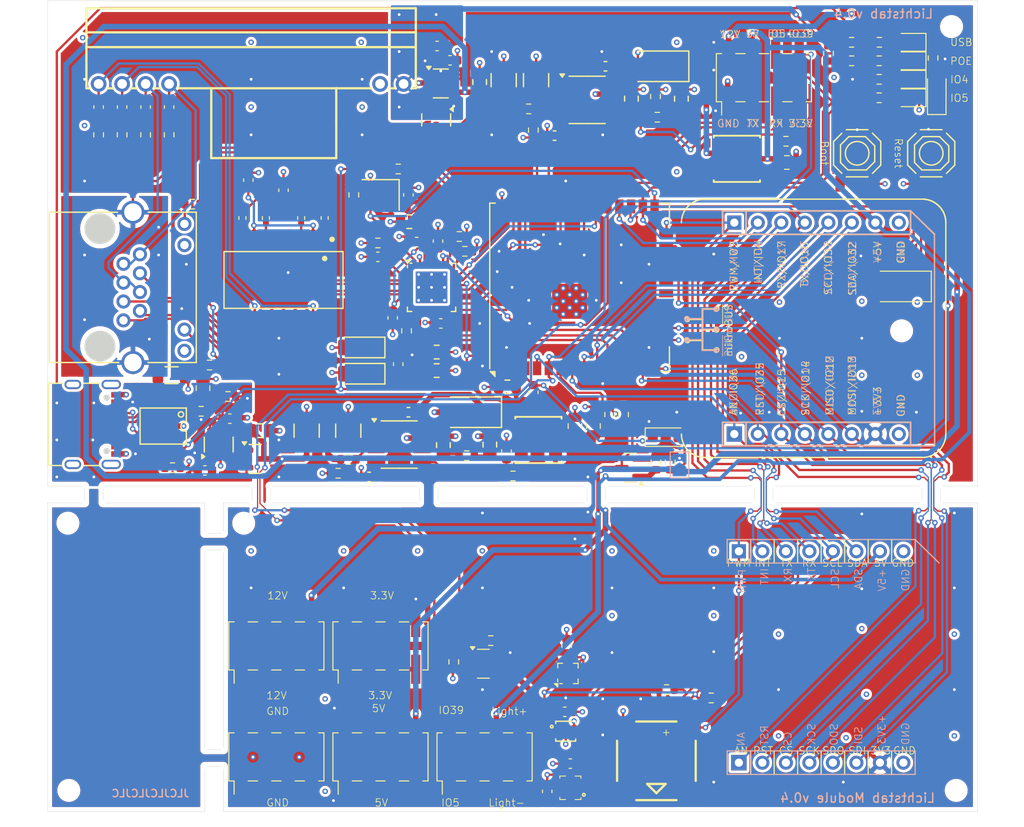
<source format=kicad_pcb>
(kicad_pcb (version 20240108) (generator "pcbnew") (generator_version "8.0")
  (layers (0 "F.Cu" signal "Front") (1 "In1.Cu" power) (2 "In2.Cu" power) (31 "B.Cu" signal "Back") (34 "B.Paste" user) (35 "F.Paste" user) (36 "B.SilkS" user "B.Silkscreen") (37 "F.SilkS" user "F.Silkscreen") (38 "B.Mask" user) (39 "F.Mask" user) (44 "Edge.Cuts" user))
  (net 0 "")
  (net 1 "+3.3V")
  (net 2 "GND")
  (net 3 "/POE/TXCT")
  (net 4 "/POE/RXCT")
  (net 5 "Net-(U2-VB1)")
  (net 6 "Net-(U2-VB2)")
  (net 7 "Net-(C5-Pad1)")
  (net 8 "+12V")
  (net 9 "Net-(D2-K)")
  (net 10 "+12V_USB")
  (net 11 "+12V_POE")
  (net 12 "/General/ESP_IO2")
  (net 13 "/General/ESP_EN")
  (net 14 "Net-(C4-Pad2)")
  (net 15 "Net-(C6-Pad1)")
  (net 16 "Net-(C7-Pad1)")
  (net 17 "Net-(C8-Pad2)")
  (net 18 "Net-(D6-K)")
  (net 19 "Net-(C14-Pad2)")
  (net 20 "Net-(U3-AVDD10OUT)")
  (net 21 "Net-(U3-DVDD10OUT)")
  (net 22 "Net-(U4-VDD)")
  (net 23 "Net-(U5-VCP)")
  (net 24 "Net-(U7-SS)")
  (net 25 "Net-(U8-SS)")
  (net 26 "Net-(C28-Pad2)")
  (net 27 "/POE/RX+")
  (net 28 "Net-(C29-Pad2)")
  (net 29 "Net-(U7-COMP)")
  (net 30 "Net-(U8-COMP)")
  (net 31 "/POE/TX+")
  (net 32 "Net-(U9-VCP)")
  (net 33 "/POE/RX-")
  (net 34 "/POE/TX-")
  (net 35 "Net-(D10-K)")
  (net 36 "Net-(U7-BOOT)")
  (net 37 "Net-(D11-K)")
  (net 38 "Net-(U8-BOOT)")
  (net 39 "RJ45_LED_Activity")
  (net 40 "RJ45_LED_Link")
  (net 41 "/General/SPI_SCK")
  (net 42 "/General/I2C_SDA")
  (net 43 "/General/ESP_IO16")
  (net 44 "/General/ESP_IO35")
  (net 45 "/General/ESP_IO36")
  (net 51 "/General/SPI_MOSI")
  (net 55 "/General/SPI_MISO")
  (net 56 "/General/SPI_CS")
  (net 60 "/General/ESP_IO4")
  (net 61 "/General/ESP_IO17")
  (net 62 "/General/I2C_SCL")
  (net 63 "Net-(D3-A)")
  (net 64 "Net-(D4-A)")
  (net 65 "Net-(D7-K)")
  (net 66 "Net-(D9-A)")
  (net 67 "Net-(D12-A)")
  (net 68 "/General/ESP_IO39")
  (net 69 "/General/ESP_IO5")
  (net 70 "/General/ESP_RXD")
  (net 71 "/General/ESP_TXD")
  (net 72 "Net-(H6-Pin_3)")
  (net 79 "/POE/RCT")
  (net 80 "/POE/TD+")
  (net 81 "/POE/RD-")
  (net 82 "/POE/TD-")
  (net 83 "/POE/RD+")
  (net 84 "/General/REF_CLK")
  (net 85 "Net-(U3-RXDV)")
  (net 86 "Net-(U3-RSET)")
  (net 87 "Net-(U3-LED1{slash}PHYAD[1])")
  (net 88 "Net-(U3-LED0{slash}PHYAD[0]{slash}PMEB)")
  (net 89 "Net-(U4-VBUS)")
  (net 90 "Net-(U4-CFG1)")
  (net 91 "/General/USB_GOOD")
  (net 92 "Net-(R24-Pad2)")
  (net 93 "Net-(U7-EN)")
  (net 94 "Net-(U8-EN)")
  (net 95 "Net-(R34-Pad2)")
  (net 96 "Net-(U7-VSENSE)")
  (net 97 "Net-(U8-VSENSE)")
  (net 98 "Net-(U14-G)")
  (net 99 "/General/EMAC_TXD-")
  (net 100 "+5V")
  (net 101 "/General/EMAC_TX_EN")
  (net 102 "+12V?")
  (net 103 "/General/EMAC_MDC")
  (net 104 "/General/EMAC_RXD+")
  (net 105 "/General/EMAC_CRS_DV")
  (net 106 "/General/EMAC_RXD-")
  (net 107 "/General/EMAC_TXD+")
  (net 110 "/General/EMAC_MDIO")
  (net 112 "Net-(D7-A)")
  (net 120 "Net-(U4-CC1)")
  (net 121 "Net-(U4-CC2)")
  (net 122 "Net-(U4-DP)")
  (net 123 "Net-(U4-DM)")
  (net 126 "Net-(U5-GATE)")
  (net 131 "Net-(U10-G)")
  (net 133 "Net-(U12-C1)")
  (net 138 "Net-(R34-Pad1)")
  (footprint "mikroBUS:MIKROBUS_MODULE_CONN" (layer "F.Cu") (at 143.215 131.4 90)
    (property "Reference" "CON2" (hide yes))
    (property "Value" "MIKROBUS_MODULECONN" (hide yes))
  )
  (footprint "Resistor_SMD:R_0603_1608Metric" (layer "F.Cu") (at 85.1 93.4 180)
    (property "Reference" "R20" (hide yes))
    (property "Value" "10kΩ")
  )
  (footprint "Capacitor_SMD:C_0603_1608Metric" (layer "F.Cu") (at 79.1 60.5 90)
    (property "Reference" "C7" (hide yes))
    (property "Value" "10nF")
  )
  (footprint "Connector_PinHeader_2.54mm:PinHeader_2x04_P2.54mm_Vertical_SMD" (layer "F.Cu") (at 93.23 118.775 90)
    (property "Reference" "H2" (hide yes))
    (property "Value" "2.54-2*4P立贴针")
  )
  (footprint "Capacitor_SMD:C_0805_2012Metric" (layer "F.Cu") (at 137 59.6 -90)
    (property "Reference" "C29" (hide yes))
    (property "Value" "2.7nF")
  )
  (footprint "LED_SMD:LED_0805_2012Metric" (layer "F.Cu") (at 161.75 55.5 180)
    (property "Reference" "D12" (hide yes))
    (property "Value" "LED")
  )
  (footprint "MountingHole:MountingHole_2mm" (layer "F.Cu") (at 70.7 105.5)
    (property "Reference" "REF**" (hide yes))
    (property "Value" "MountingHole_2mm")
  )
  (footprint "Resistor_SMD:R_0603_1608Metric" (layer "F.Cu") (at 99.9 100.1)
    (property "Reference" "R26" (hide yes))
    (property "Value" "69.8kΩ")
  )
  (footprint "Library:SW-SMD_4P-L5.1-W5.1-P3.70-LS6.5-TL-2" (layer "F.Cu") (at 164 65.5 90)
    (property "Reference" "SW1" (hide yes))
    (property "Value" "TS-1187A-B-A-B")
  )
  (footprint "Resistor_SMD:R_0603_1608Metric" (layer "F.Cu") (at 84.155 71 180)
    (property "Reference" "R18" (hide yes))
    (property "Value" "220Ω")
  )
  (footprint "Resistor_SMD:R_0603_1608Metric" (layer "F.Cu") (at 134.2 59.353987 -90)
    (property "Reference" "R38" (hide yes))
    (property "Value" "1.91kΩ")
  )
  (footprint "Connector_PinHeader_2.54mm:PinHeader_2x04_P2.54mm_Vertical_SMD" (layer "F.Cu") (at 115.73 130.775 90)
    (property "Reference" "H6" (hide yes))
    (property "Value" "2.54-2*4P立贴针")
  )
  (footprint "Package_TO_SOT_SMD:SOT-23" (layer "F.Cu") (at 115.6 120.7)
    (property "Reference" "U14" (hide yes))
    (property "Value" "HL2304")
  )
  (footprint "Resistor_SMD:R_0603_1608Metric" (layer "F.Cu") (at 155.4 55.5)
    (property "Reference" "R34" (hide yes))
    (property "Value" "220Ω")
  )
  (footprint "Capacitor_SMD:C_0805_2012Metric" (layer "F.Cu") (at 118.2 90.763855 180)
    (property "Reference" "C1" (hide yes))
    (property "Value" "47uF")
  )
  (footprint "Capacitor_SMD:C_0603_1608Metric" (layer "F.Cu") (at 125 131.5)
    (property "Reference" "C44" (hide yes))
    (property "Value" "220nF")
  )
  (footprint "Resistor_SMD:R_0603_1608Metric" (layer "F.Cu") (at 134.4 61.6 180)
    (property "Reference" "R31" (hide yes))
    (property "Value" "10kΩ")
  )
  (footprint "Capacitor_SMD:C_0805_2012Metric" (layer "F.Cu") (at 110.55 89)
    (property "Reference" "C10" (hide yes))
    (property "Value" "47uF")
  )
  (footprint "pkl_mechanical:OSHTab-2mm-Track" (layer "F.Cu") (at 73.5 102.4)
    (property "Reference" "REF**" (hide yes))
    (property "Value" "OSHTab-2mm-Track")
  )
  (footprint "Capacitor_SMD:C_0603_1608Metric" (layer "F.Cu") (at 76.56 60.5 90)
    (property "Reference" "C6" (hide yes))
    (property "Value" "10nF")
  )
  (footprint "Library:PWRM-TH_DP1435-XX" (layer "F.Cu") (at 90.5 58)
    (property "Reference" "U2" (hide yes))
    (property "Value" "DP1435-12V")
  )
  (footprint "Resistor_SMD:R_0603_1608Metric" (layer "F.Cu") (at 79.1 63.5 -90)
    (property "Reference" "R7" (hide yes))
    (property "Value" "75Ω")
  )
  (footprint "Package_DFN_QFN:TQFN-32-1EP_5x5mm_P0.5mm_EP3.4x3.4mm_ThermalVias" (layer "F.Cu") (at 110 80)
    (property "Reference" "U3" (hide yes))
    (property "Value" "RTL8201F-VB-CG")
  )
  (footprint "Resistor_SMD:R_0603_1608Metric" (layer "F.Cu") (at 116.4 118.2)
    (property "Reference" "R43" (hide yes))
    (property "Value" "220Ω")
  )
  (footprint "Resistor_SMD:R_0402_1005Metric" (layer "F.Cu") (at 95.91 72.5 -90)
    (property "Reference" "R11" (hide yes))
    (property "Value" "49.9Ω")
  )
  (footprint "Capacitor_SMD:C_0805_2012Metric" (layer "F.Cu") (at 131.6 59.591953 -90)
    (property "Reference" "C31" (hide yes))
    (property "Value" "10pF")
  )
  (footprint "pkl_mechanical:OSHTab-2mm-Track" (layer "F.Cu") (at 164 102.4)
    (property "Reference" "REF**" (hide yes))
    (property "Value" "OSHTab-2mm-Track")
  )
  (footprint "Resistor_SMD:R_0603_1608Metric" (layer "F.Cu") (at 113.6 76.1)
    (property "Reference" "R17" (hide yes))
    (property "Value" "10kΩ")
  )
  (footprint "Capacitor_SMD:C_0603_1608Metric" (layer "F.Cu") (at 107.5 93.5 180)
    (property "Reference" "C34" (hide yes))
    (property "Value" "100nF")
  )
  (footprint "Capacitor_SMD:C_0603_1608Metric" (layer "F.Cu") (at 85.5 99.8)
    (property "Reference" "C20" (hide yes))
    (property "Value" "100nF")
  )
  (footprint "Resistor_SMD:R_0603_1608Metric" (layer "F.Cu") (at 118.1 97.8 -90)
    (property "Reference" "R36" (hide yes))
    (property "Value" "3.16kΩ")
  )
  (footprint "Library:ESSOP-10_L4.9-W3.9-P1.0-LS6.0-TL-EP" (layer "F.Cu") (at 81 95 180)
    (property "Reference" "U4" (hide yes))
    (property "Value" "CH224K")
  )
  (footprint "Inductor_SMD:L_0603_1608Metric" (layer "F.Cu") (at 106.4 88.3 -90)
    (property "Reference" "L2" (hide yes))
    (property "Value" "HCB1608KF-501T20")
  )
  (footprint "Capacitor_SMD:C_1210_3225Metric" (layer "F.Cu") (at 117.796348 57.591953 -90)
    (property "Reference" "C22" (hide yes))
    (property "Value" "22uF")
  )
  (footprint "Capacitor_SMD:C_0603_1608Metric" (layer "F.Cu") (at 88.2 94.2)
    (property "Reference" "C25" (hide yes))
    (property "Value" "22nF")
  )
  (footprint "Package_LGA:LGA-12_2x2mm_P0.5mm" (layer "F.Cu") (at 124.7375 121.75 90)
    (property "Reference" "U11" (hide yes))
    (property "Value" "LIS2DH12")
  )
  (footprint "LED_SMD:LED_0805_2012Metric" (layer "F.Cu") (at 161.75 53.5 180)
    (property "Reference" "D7" (hide yes))
    (property "Value" "LED")
  )
  (footprint "Capacitor_SMD:C_0805_2012Metric" (layer "F.Cu") (at 111.279121 97.058243 -90)
    (property "Reference" "C30" (hide yes))
    (property "Value" "10pF")
  )
  (footprint "Capacitor_SMD:C_0603_1608Metric" (layer "F.Cu") (at 74.02 60.5 90)
    (property "Reference" "C5" (hide yes))
    (property "Value" "10nF")
  )
  (footprint "Diode_SMD:D_SMA" (layer "F.Cu") (at 160.5 79.9 180)
    (property "Reference" "D2" (hide yes))
    (property "Value" "SS34")
  )
  (footprint "Capacitor_SMD:C_0805_2012Metric" (layer "F.Cu") (at 127.5 95 90)
    (property "Reference" "C38" (hide yes))
    (property "Value" "47uF")
  )
  (footprint "Library:SMD-16_L12.7-W7.0-P1.27-LS9.5-BL" (layer "F.Cu") (at 94 79.2 180)
    (property "Reference" "L1" (hide yes))
    (property "Value" "B1601S")
  )
  (footprint "Resistor_SMD:R_0402_1005Metric" (layer "F.Cu") (at 89.56 72.5 -90)
    (property "Reference" "R9" (hide yes))
    (property "Value" "49.9Ω")
  )
  (footprint "MountingHole:MountingHole_2mm" (layer "F.Cu") (at 70.8 134.4)
    (property "Reference" "REF**" (hide yes))
    (property "Value" "MountingHole_2mm")
  )
  (footprint "Library:DFN-6_L2.0-W2.0-P0.50-TL-EP" (layer "F.Cu") (at 124.5 128)
    (property "Reference" "U15" (hide yes))
    (property "Value" "GXHTC3C")
  )
  (footprint "Library:BUZ-SMD_4P-L8.5-W8.5-P8.50-BR" (layer "F.Cu") (at 134.3 131.2 180)
    (property "Reference" "BUZZER1" (hide yes))
    (property "Value" "MLT-8530")
  )
  (footprint "Capacitor_SMD:C_0805_2012Metric" (layer "F.Cu") (at 116.3 97 -90)
    (property "Reference" "C28" (hide yes))
    (property "Value" "2.7nF")
  )
  (footprint "Package_SO:SOIC-8_3.9x4.9mm_P1.27mm" (layer "F.Cu") (at 126.821348 59.726953)
    (property "Reference" "U8" (hide yes))
    (property "Value" "TPS54331DR")
  )
  (footprint "Resistor_SMD:R_0603_1608Metric" (layer "F.Cu") (at 74.02 63.5 -90)
    (property "Reference" "R5" (hide yes))
    (property "Value" "75Ω")
  )
  (footprint "Resistor_SMD:R_0603_1608Metric" (layer "F.Cu") (at 155.4 53.5)
    (property "Reference" "R24" (hide yes))
    (property "Value" "220Ω")
  )
  (footprint "Library:LGA-12_L2.0-W2.0-P0.50-BL" (layer "F.Cu") (at 125 134.12 90)
    (property "Reference" "U12" (hide yes))
    (property "Value" "LIS2MDLTR")
  )
  (footprint "Capacitor_SMD:C_0603_1608Metric" (layer "F.Cu") (at 94 69.5 -90)
    (property "Reference" "C14" (hide yes))
    (property "Value" "100nF")
  )
  (footprint "Package_SO:SOIC-8_3.9x4.9mm_P1.27mm" (layer "F.Cu") (at 106.5 97)
    (property "Reference" "U7" (hide yes))
    (property "Value" "TPS54331DR")
  )
  (footprint "Library:IND-SMD_L5.0-W5.0_SWPA5040S" (layer "F.Cu") (at 143 66.1)
    (property "Reference" "L4" (hide yes))
    (property "Value" "CR5040-150M")
  )
  (footprint "MountingHole:MountingHole_2mm" (layer "F.Cu") (at 166.2 51.8)
    (property "Reference" "REF**" (hide yes))
    (property "Value" "MountingHole_2mm")
  )
  (footprint "Capacitor_SMD:C_0603_1608Metric" (layer "F.Cu") (at 110.7 75 -90)
    (property "Reference" "C17" (hide yes))
    (property "Value" "100nF")
  )
  (footprint "Package_TO_SOT_SMD:SOT-23-6" (layer "F.Cu") (at 111 57.95)
    (property "Reference" "U9" (hide yes))
    (property "Value" "AP74700QW6-7")
  )
  (footprint "Resistor_SMD:R_0603_1608Metric" (layer "F.Cu") (at 113 74.5 180)
    (property "Reference" "R16" (hide yes))
    (property "Value" "10kΩ")
  )
  (footprint "Connector_PinHeader_2.54mm:PinHeader_2x04_P2.54mm_Vertical_SMD" (layer "F.Cu") (at 104.48 130.775 90)
    (property "Reference" "H3" (hide yes))
    (property "Value" "2.54-2*4P立贴针")
  )
  (footprint "pkl_mechanical:OSHTab-2mm-Track" (layer "F.Cu") (at 127.8 102.4)
    (property "Reference" "REF**" (hide yes))
    (property "Value" "OSHTab-2mm-Track")
  )
  (footprint "Capacitor_SMD:C_0805_2012Metric" (layer "F.Cu") (at 110.55 87)
    (property "Reference" "C9" (hide yes))
    (property "Value" "47uF")
  )
  (footprint "Resistor_SMD:R_0603_1608Metric" (layer "F.Cu") (at 134.258061 98.9 90)
    (property "Reference" "R33" (hide yes))
    (property "Value" "1kΩ")
  )
  (footprint "Resistor_SMD:R_0603_1608Metric" (layer "F.Cu") (at 140.225 124.4 180)
    (property "Reference" "R41" (hide yes))
    (property "Value" "4.7kΩ")
  )
  (footprint "Resistor_SMD:R_0603_1608Metric" (layer "F.Cu") (at 106.4 67.2)
    (property "Reference" "R1" (hide yes))
    (property "Value" "10kΩ")
  )
  (footprint "Capacitor_SMD:C_0603_1608Metric" (layer "F.Cu") (at 105.8 83.3 90)
    (property "Reference" "C13" (hide yes))
    (property "Value" "100nF")
  )
  (footprint "RF_Module:ESP32-WROOM-32UE" (layer "F.Cu") (at 126 80 90)
    (property "Reference" "U1" (hide yes))
    (property "Value" "ESP32-WROOM-32UE-N4")
  )
  (footprint "Diode_SMD:D_SOD-123F" (layer "F.Cu") (at 135.3 96.2)
    (property "Reference" "D9" (hide yes))
    (property "Value" "1N4001")
  )
  (footprint "Diode_SMD:D_SMA" (layer "F.Cu") (at 114.05 93.5 180)
    (property "Reference" "D10" (hide yes))
    (property "Value" "SS34")
  )
  (footprint "Capacitor_SMD:C_0805_2012Metric" (layer "F.Cu") (at 125.5 95 90)
    (property "Reference" "C36" (hide yes))
    (property "Value" "47uF")
  )
  (footprint "Capacitor_SMD:C_0603_1608Metric" (layer "F.Cu") (at 112 55.45)
    (property "Reference" "C39" (hide yes))
    (property "Value" "22nF")
  )
  (footprint "Library:SW-SMD_4P-L5.1-W5.1-P3.70-LS6.5-TL-2" (layer "F.Cu") (at 156 65.5 90)
    (property "Reference" "SW2" (hide yes))
    (property "Value" "TS-1187A-B-A-B")
  )
  (footprint "Capacitor_SMD:C_0603_1608Metric" (layer "F.Cu") (at 121 91.346296 -90)
    (property "Reference" "C2" (hide yes))
    (property "Value" "4.7uF")
  )
  (footprint "Capacitor_SMD:C_0603_1608Metric" (layer "F.Cu") (at 123.296348 63.591953)
    (property "Reference" "C27" (hide yes))
    (property "Value" "8.2nF")
  )
  (footprint "Capacitor_SMD:C_0603_1608Metric" (layer "F.Cu") (at 124.4 125.9 180)
    (property "Reference" "C42" (hide yes))
    (property "Value" "100nF")
  )
  (footprint "MountingHole:MountingHole_2mm" (layer "F.Cu") (at 166.7 134.4)
    (property "Reference" "REF**" (hide yes))
    (property "Value" "MountingHole_2mm")
  )
  (footprint "Capacitor_SMD:C_0603_1608Metric" (layer "F.Cu") (at 107.5 70 90)
    (property "Reference" "C3" (hide yes))
    (property "Value" "100nF")
  )
  (footprint "Resistor_SMD:R_0603_1608Metric" (layer "F.Cu") (at 76.56 63.5 -90)
    (property "Reference" "R6" (hide yes))
    (property "Value" "75Ω")
  )
  (footprint "Resistor_SMD:R_0603_1608Metric" (layer "F.Cu") (at 118.8 100.4)
    (property "Reference" "R35" (hide yes))
    (property "Value" "10kΩ")
  )
  (footprint "Resistor_SMD:R_0402_1005Metric" (layer "F.Cu") (at 92.1 72.5 -90)
    (property "Reference" "R10" (hide yes))
    (property "Value" "49.9Ω")
  )
  (footprint "LED_SMD:LED_0805_2012Metric" (layer "F.Cu") (at 161.75 57.5 180)
    (property "Reference" "D3" (hide yes))
    (property "Value" "LED")
  )
  (footprint "Capacitor_SMD:C_1210_3225Metric" (layer "F.Cu") (at 101 95.5 -90)
    (property "Reference" "C23" (hide yes))
    (property "Value" "22uF")
  )
  (footprint "Package_TO_SOT_SMD:SOT-23" (layer "F.Cu") (at 90.9375 98.55)
    (property "Reference" "U6" (hide yes))
    (property "Value" "HL2304")
  )
  (footprint "Capacitor_SMD:C_0805_2012Metric" (layer "F.Cu") (at 115.2 57.8 90)
    (property "Reference" "C40" (hide yes))
    (property "Value" "47uF")
  )
  (footprint "Diode_SMD:D_SOD-123F" (layer "F.Cu") (at 164.6 59.1 90)
    (property "Reference" "D8" (hide yes))
    (property "Value" "1N4001")
  )
  (footprint "Resistor_SMD:R_0603_1608Metric" (layer "F.Cu") (at 158.375 55.5)
    (property "Reference" "R39" (hide yes))
    (property "Value" "220Ω")
  )
  (footprint "Capacitor_SMD:C_0603_1608Metric" (layer "F.Cu") (at 103.25 100.5)
    (property "Reference" "C26" (hide yes))
    (property "Value" "8.2nF")
  )
  (footprint "Resistor_SMD:R_0603_1608Metric" (layer "F.Cu") (at 88 91.8)
    (property "Reference" "R19" (hide yes))
    (property "Value" "1kΩ")
  )
  (footprint "Capacitor_SMD:C_1210_3225Metric" (layer "F.Cu") (at 121.296348 57.591953 -90)
    (property "Reference" "C24" (hide yes))
    (property "Value" "22uF")
  )
  (footprint "Capacitor_SMD:C_0805_2012Metric" (layer "F.Cu") (at 107.6 72.9)
    (property "Reference" "C12" (hide yes))
    (property "Value" "47uF")
  )
  (footprint "pkl_mechanical:OSHTab-2mm-Track" (layer "F.Cu") (at 145.9 102.4)
    (property "Reference" "REF**" (hide yes))
    (property "Value" "OSHTab-2mm-Track")
  )
  (footprint "Resistor_SMD:R_0603_1608Metric" (layer "F.Cu") (at 158.4 53.5)
    (property "Reference" "R29" (hide yes))
    (property "Value" "220Ω")
  )
  (footprint "Resistor_SMD:R_0603_1608Metric" (layer "F.Cu") (at 101.6 70 -90)
    (property "Reference" "R2" (hide yes))
    (property "Value" "10kΩ")
  )
  (footprint "Library:RJ45-TH_R-RJ45R08P-C000" (layer "F.Cu") (at 80 80 -90)
    (property "Reference" "J1" (hide yes))
    (property "Value" "RJ45_LED_Shielded")
    (fp_poly (pts (xy -4.7 5.835) (xy -4.720314 5.576883) (xy -4.780757 5.325122) (xy -4.879839 5.085916) (xy -5.015122 4.865154) (xy -5.183274 4.668274) (xy -5.380154 4.500122) (xy -5.600916 4.364839) (xy -5.840122 4.265757) (xy -6.091883 4.205314) (xy -6.35 4.185) (xy -6.608117 4.205314) (xy -6.859878 4.265757) (xy -7.099084 4.364839) (xy -7.319846 4.500122) (xy -7.516726 4.668274) (xy -7.684878 4.865154) (xy -7.820161 5.085916) (xy -7.919243 5.325122) (xy -7.979686 5.576883) (xy -8 5.835) (xy -7.979686 6.093117) (xy -7.919243 6.344878) (xy -7.820161 6.584084) (xy -7.684878 6.804846) (xy -7.516726 7.001726) (xy -7.319846 7.169878) (xy -7.099084 7.305161) (xy -6.859878 7.404243) (xy -6.608117 7.464686) (xy -6.35 7.485) (xy -6.091883 7.464686) (xy -5.840122 7.404243) (xy -5.600916 7.305161) (xy -5.380154 7.169878) (xy -5.183274 7.001726) (xy -5.015122 6.804846) (xy -4.879839 6.584084) (xy -4.780757 6.344878) (xy -4.720314 6.093117)) (stroke (width 0.0381)) (fill solid) (layer "Edge.Cuts"))
    (fp_poly (pts (xy 8 5.835) (xy 7.979686 5.576883) (xy 7.919243 5.325122) (xy 7.820161 5.085916) (xy 7.684878 4.865154) (xy 7.516726 4.668274) (xy 7.319846 4.500122) (xy 7.099084 4.364839) (xy 6.859878 4.265757) (xy 6.608117 4.205314) (xy 6.35 4.185) (xy 6.091883 4.205314) (xy 5.840122 4.265757) (xy 5.600916 4.364839) (xy 5.380154 4.500122) (xy 5.183274 4.668274) (xy 5.015122 4.865154) (xy 4.879839 5.085916) (xy 4.780757 5.325122) (xy 4.720314 5.576883) (xy 4.7 5.835) (xy 4.720314 6.093117) (xy 4.780757 6.344878) (xy 4.879839 6.584084) (xy 5.015122 6.804846) (xy 5.183274 7.001726) (xy 5.380154 7.169878) (xy 5.600916 7.305161) (xy 5.840122 7.404243) (xy 6.091883 7.464686) (xy 6.35 7.485) (xy 6.608117 7.464686) (xy 6.859878 7.404243) (xy 7.099084 7.305161) (xy 7.319846 7.169878) (xy 7.516726 7.001726) (xy 7.684878 6.804846) (xy 7.820161 6.584084) (xy 7.919243 6.344878) (xy 7.979686 6.093117)) (stroke (width 0.0381)) (fill solid) (layer "Edge.Cuts"))
  )
  (footprint "Resistor_SMD:R_0603_1608Metric" (layer "F.Cu") (at 86 88.4 180)
    (property "Reference" "R15" (hide yes))
    (property "Value" "220Ω")
  )
  (footprint "pkl_mechanical:OSHTab-2mm-Track" (layer "F.Cu") (at 86.5 130.9)
    (property "Reference" "REF**" (hide yes))
    (property "Value" "OSHTab-2mm-Track")
  )
  (footprint "Diode_SMD:D_SMA" (layer "F.Cu") (at 134.296348 56.091953 180)
    (property "Reference" "D11" (hide yes))
    (property "Value" "SS34")
  )
  (footprint "Resistor_SMD:R_0603_1608Metric" (layer "F.Cu") (at 135.4 123.5 180)
    (property "Reference" "R40" (hide yes))
    (property "Value" "4.7kΩ")
  )
  (footprint "Connector_PinHeader_2.54mm:PinHeader_2x04_P2.54mm_Vertical_SMD" (layer "F.Cu") (at 145.92 57.325 90)
    (property "Reference" "H1" (hide yes))
    (property "Value" "~")
  )
  (footprint "Resistor_SMD:R_0603_1608Metric" (layer "F.Cu") (at 113.8 98.2 180)
    (property "Reference" "R30" (hide yes))
    (property "Value" "10kΩ")
  )
  (footprint "Resistor_SMD:R_0603_1608Metric" (layer "F.Cu") (at 158.375 57.5 180)
    (property "Reference" "R3" (hide yes))
    (property "Value" "220Ω")
  )
  (footprint "Resistor_SMD:R_0603_1608Metric" (layer "F.Cu") (at 81.64 63.5 -90)
    (property "Reference" "R8" (hide yes))
    (property "Value" "75Ω")
  )
  (footprint "Diode_SMD:D_MiniMELF" (layer "F.Cu") (at 102.3 86.5 180)
    (property "Reference" "D6" (hide yes))
    (property "Value" "ZMM3V3-M")
  )
  (footprint "Package_TO_SOT_SMD:SOT-23" (layer "F.Cu") (at 110.5 61.8875 -90)
    (property "Reference" "U10" (hide yes))
    (property "Value" "HL2304")
  )
  (footprint "Capacitor_SMD:C_0805_2012Metric" (layer "F.Cu") (at 91.5 95.5)
    (property "Reference" "C32" (hide yes))
    (property "Value" "47uF")
  )
  (footprint "Connector_PinHeader_2.54mm:PinHeader_2x04_P2.54mm_Vertical_SMD" (layer "F.Cu") (at 104.48 118.775 90)
    (property "Reference" "H4" (hide yes))
    (property "Value" "2.54-2*4P立贴针")
  )
  (footprint "Resistor_SMD:R_0603_1608Metric" (layer "F.Cu") (at 158.375 59.5 180)
    (property "Reference" "R4" (hide yes))
    (property "Value" "220Ω")
  )
  (footprint "pkl_mechanical:OSHTab-2mm-Track" (layer "F.Cu") (at 109.7 102.4)
    (property "Reference" "REF**" (hide yes))
    (property "Value" "OSHTab-2mm-Track")
  )
  (footprint "Capacitor_SMD:C_0603_1608Metric" (layer "F.Cu") (at 122.5 134.5 90)
    (property "Reference" "C43" (hide yes))
    (property "Value" "100nF")
  )
  (footprint "Resistor_SMD:R_0603_1608Metric" (layer "F.Cu") (at 130.75 93.75 -90)
    (property "Reference" "R22" (hide yes))
    (property "Value" "220Ω")
  )
  (footprint "Capacitor_SMD:C_0805_2012Metric" (layer "F.Cu") (at 148.4 66.5 180)
    (property "Reference" "C37" (hide yes))
    (property "Value" "47uF")
  )
  (footprint "Capacitor_SMD:C_1210_3225Metric" (layer "F.Cu") (at 96.5 95.5 -90)
    (property "Reference" "C21" (hide yes))
    (property "Value" "22uF")
  )
  (footprint "Resistor_SMD:R_0603_1608Metric" (layer "F.Cu") (at 148.3 64.2 180)
    (property "Reference" "R37" (hide yes))
    (property "Value" "10kΩ")
  )
  (footprint "Capacitor_SMD:C_0603_1608Metric" (layer "F.Cu") (at 110.6 53.9 180)
    (property "Reference" "C33" (hide yes))
    (property "Value" "100nF")
  )
  (footprint "Resistor_SMD:R_0603_1608Metric" (layer "F.Cu") (at 121 63 90)
    (property "Reference" "R28" (hide yes))
    (property "Value" "69.8kΩ")
  )
  (footprint "Package_TO_SOT_SMD:SOT-23" (layer "F.Cu") (at 131.495561 99.5 180)
    (property "Reference" "Q1" (hide yes))
    (property "Value" "AO3407A")
  )
  (footprint "Resistor_SMD:R_0603_1608Metric" (layer "F.Cu") (at 112.4 120.5 -90)
    (property "Reference" "R42" (hide yes))
    (property "Value" "10kΩ")
  )
  (footprint "Resistor_SMD:R_0603_1608Metric" (layer "F.Cu") (at 107.3 84.7 90)
    (property "Reference" "R12" (hide yes))
    (property "Value" "10kΩ")
  )
  (footprint "Resistor_SMD:R_0402_1005Metric" (layer "F.Cu") (at 98.45 72.5 -90)
    (property "Reference" "R13" (hide yes))
    (property "Value" "49.9Ω")
  )
  (footprint "Resistor_SMD:R_0603_1608Metric" (layer "F.Cu") (at 104.2 75.2 180)
    (property "Reference" "R14" (hide yes))
    (property "Value" "2.49kΩ")
  )
  (footprint "pkl_mechanical:OSHTab-2mm-Track" (layer "F.Cu") (at 91.55 102.4)
    (property "Reference" "REF**" (hide yes))
    (property "Value" "OSHTab-2mm-Track")
  )
  (footprint "Resistor_SMD:R_0603_1608Metric" (layer "F.Cu") (at 101 98.6 180)
    (property "Reference" "R25" (hide yes))
    (property "Value" "169kΩ")
  )
  (footprint "Capacitor_SMD:C_0603_1608Metric" (layer "F.Cu") (at 108.4 75.1)
    (property "Reference" "C15" (hide yes))
    (property "Value" "100nF")
  )
  (footprint "Resistor_SMD:R_0603_1608Metric" (layer "F.Cu") (at 82 99.5)
    (property "Reference" "R21" (hide yes))
    (property "Value" "24kΩ")
  )
  (footprint "Capacitor_SMD:C_1206_3216Metric" (layer "F.Cu") (at 81.9 89.5 180)
    (property "Reference" "C4" (hide yes))
    (property "Value" "1nF")
  )
  (footprint "Capacitor_SMD:C_0603_1608Metric" (layer "F.Cu") (at 124.6 118.8 90)
    (property "Reference" "C41" (hide yes))
    (property "Value" "100nF")
  )
  (footprint "mikroBUS:MIKROBUS_HOST_CONN" (layer "F.Cu") (at 142.72 95.86 90)
    (property "Reference" "CON1" (hide yes))
    (property "Value" "MIKROBUS_HOST_CONN" (hide yes))
  )
  (footprint "Capacitor_SMD:C_0603_1608Metric" (layer "F.Cu") (at 81.64 60.5 -90)
    (property "Reference" "C8" (hide yes))
    (property "Value" "10nF")
  )
  (footprint "Capacitor_SMD:C_0603_1608Metric" (layer "F.Cu") (at 128.796348 56.091953 180)
    (property "Reference" "C35" (hide yes))
    (property "Value" "100nF")
  )
  (footprint "MountingHole:MountingHole_2mm" (layer "F.Cu") (at 89.7 105.5)
    (property "Reference" "REF**" (hide yes))
    (property "Value" "MountingHole_2mm")
  )
  (footprint "Resistor_SMD:R_0603_1608Metric" (layer "F.Cu") (at 152.9 54.7 90)
    (property "Reference" "R45" (hide yes))
    (property "Value" "2.49kΩ")
  )
  (footprint "Library:IND-SMD_L5.0-W5.0_SWPA5040S" (layer "F.Cu") (at 121.55 96.5)
    (property "Reference" "L3" (hide yes))
    (property "Value" "CR5040-150M")
  )
  (footprint "Resistor_SMD:R_0603_1608Metric" (layer "F.Cu") (at 135.798005 98.9 90)
    (property "Reference" "R44" (hide yes))
    (property "Value" "1kΩ")
  )
  (footprint "Capacitor_SMD:C_0603_1608Metric" (layer "F.Cu") (at 111 83.9 180)
    (property "Reference" "C18" (hide yes))
    (property "Value" "100nF")
  )
  (footprint "Capacitor_SMD:C_0603_1608Metric" (layer "F.Cu") (at 90.2 68.4 -90)
    (property "Reference" "C11" (hide yes))
    (property "Value" "10nF")
  )
  (footprint "MountingHole:MountingHole_2mm" (layer "F.Cu") (at 70.8 51.2)
    (property "Reference" "REF**" (hide yes))
    (property "Value" "MountingHole_2mm")
  )
  (footprint "Capacitor_SMD:C_0805_2012Metric" (layer "F.Cu") (at 85.3 90.9 -90)
    (property "Reference" "C19" (hide yes))
    (property "Value" "1uF")
  )
  (footprint "LED_SMD:LED_0805_2012Metric" (layer "F.Cu") (at 161.75 59.5 180)
    (property "Reference" "D4" (hide yes))
    (property "Value" "LED")
  )
  (footprint "Resistor_SMD:R_0603_1608Metric" (layer "F.Cu") (at 129.25 93.75 90)
    (property "Reference" "R23" (hide yes))
    (property "Value" "75Ω")
  )
  (footprint "Connector_PinHeader_2.54mm:PinHeader_2x04_P2.54mm_Vertical_SMD" (layer "F.Cu") (at 93.23 130.775 90)
    (property "Reference" "H5" (hide yes))
    (property "Value" "2.54-2*4P立贴针")
  )
  (footprint "Resistor_SMD:R_0603_1608Metric" (layer "F.Cu") (at 120.5 60.7 180)
    (property "Reference" "R27" (hide yes))
    (property "Value" "169kΩ")
  )
  (footprint "Package_TO_SOT_SMD:SOT-23-6" (layer "F.Cu") (at 87 97 90)
    (property "Reference" "U5" (hide yes))
    (property "Value" "AP74700QW6-7")
  )
  (footprint "Diode_SMD:D_MiniMELF" (layer "F.Cu") (at 102.3 89.34 180)
    (property "Reference" "D5" (hide yes))
    (property "Value" "ZMM3V3-M")
  )
  (footprint "Capacitor_SMD:C_0603_1608Metric" (layer "F.Cu") (at 104.2 76.7)
    (property "Reference" "C16" (hide yes))
    (property "Value" "100nF")
  )
  (footprint "Library:USB-C-SMD_TYPE-C16PIN" (layer "F.Cu") (at 73.59475 94.82 -90)
    (property "Reference" "USB1" (hide yes))
    (property "Value" "TYPE-C16PIN")
    (fp_poly (pts (xy -2.565 -1.288) (xy -2.5846 -1.399157) (xy -2.641036 -1.496906) (xy -2.7275 -1.569458) (xy -2.833564 -1.608063) (xy -2.946436 -1.608063) (xy -3.0525 -1.569458) (xy -3.138964 -1.496906) (xy -3.1954 -1.399157) (xy -3.215 -1.288) (xy -3.1954 -1.176843) (xy -3.138964 -1.079094) (xy -3.0525 -1.006542) (xy -2.946436 -0.967937) (xy -2.833564 -0.967937) (xy -2.7275 -1.006542) (xy -2.641036 -1.079094) (xy -2.5846 -1.176843)) (stroke (width 0.0381)) (fill solid) (layer "Edge.Cuts"))
    (fp_poly (pts (xy 3.215 -1.288) (xy 3.1954 -1.399157) (xy 3.138964 -1.496906) (xy 3.0525 -1.569458) (xy 2.946436 -1.608063) (xy 2.833564 -1.608063) (xy 2.7275 -1.569458) (xy 2.641036 -1.496906) (xy 2.5846 -1.399157) (xy 2.565 -1.288) (xy 2.5846 -1.176843) (xy 2.641036 -1.079094) (xy 2.7275 -1.006542) (xy 2.833564 -0.967937) (xy 2.946436 -0.967937) (xy 3.0525 -1.006542) (xy 3.138964 -1.079094) (xy 3.1954 -1.176843)) (stroke (width 0.0381)) (fill solid) (layer "Edge.Cuts"))
  )
  (footprint "pkl_mechanical:OSHTab-2mm-Track" (layer "F.Cu") (at 86.5 107.5 180)
    (property "Reference" "REF**" (hide yes))
    (property "Value" "OSHTab-2mm-Track")
  )
  (footprint "MountingHole:MountingHole_2mm" (layer "F.Cu") (at 160.8 84.7)
    (property "Reference" "REF**" (hide yes))
    (property "Value" "MountingHole_2mm")
  )
  (footprint "Crystal:Crystal_SMD_3225-4Pin_3.2x2.5mm" (layer "F.Cu") (at 104.5 70 180)
    (property "Reference" "X1" (hide yes))
    (property "Value" "50MHz")
  )
  (footprint "Resistor_SMD:R_0603_1608Metric" (layer "F.Cu") (at 164.2 55.2 90)
    (property "Reference" "R32" (hide yes))
    (property "Value" "220Ω")
  )
  (footprint "Jumper:SolderJumper-2_P1.3mm_Open_TrianglePad1.0x1.5mm" (layer "B.Cu") (at 136.8 99.2 90)
    (property "Reference" "JP1" (hide yes))
    (property "Value" "SolderJumper_2_Open")
  )
  (gr_line (start 87.5 108.4) (end 87.5 130) (stroke (width 0.0381)) (layer "Edge.Cuts"))
  (gr_line (start 165 103.3) (end 165 101.5) (stroke (width 0.0381)) (layer "Edge.Cuts"))
  (gr_line (start 74.5 101.5) (end 90.6 101.5) (stroke (width 0.0381)) (layer "Edge.Cuts"))
  (gr_line (start 169 101.5) (end 169 49) (stroke (width 0.0381)) (layer "Edge.Cuts"))
  (gr_line (start 85.5 136.7) (end 85.5 131.8) (stroke (width 0.0381)) (layer "Edge.Cuts"))
  (gr_line (start 92.6 103.3) (end 92.6 101.5) (stroke (width 0.0381)) (layer "Edge.Cuts"))
  (gr_line (start 169 136.7) (end 169 103.3) (stroke (width 0.0381)) (layer "Edge.Cuts"))
  (gr_line (start 146.9 103.3) (end 146.9 101.5) (stroke (width 0.0381)) (layer "Edge.Cuts"))
  (gr_line (start 85.5 136.7) (end 68.5 136.7) (stroke (width 0.0381)) (layer "Edge.Cuts"))
  (gr_line (start 85.5 106.6) (end 85.5 103.3) (stroke (width 0.0381)) (layer "Edge.Cuts"))
  (gr_line (start 126.8 101.5) (end 126.8 103.3) (stroke (width 0.0381)) (layer "Edge.Cuts"))
  (gr_line (start 85.5 108.4) (end 85.5 130) (stroke (width 0.0381)) (layer "Edge.Cuts"))
  (gr_line (start 87.5 106.6) (end 85.5 106.6) (stroke (width 0.0381)) (layer "Edge.Cuts"))
  (gr_line (start 90.6 101.5) (end 90.6 103.3) (stroke (width 0.0381)) (layer "Edge.Cuts"))
  (gr_line (start 72.5 101.5) (end 72.5 103.3) (stroke (width 0.0381)) (layer "Edge.Cuts"))
  (gr_line (start 85.5 108.4) (end 87.5 108.4) (stroke (width 0.0381)) (layer "Edge.Cuts"))
  (gr_line (start 68.5 49) (end 68.5 101.5) (stroke (width 0.0381)) (layer "Edge.Cuts"))
  (gr_line (start 110.7 101.5) (end 126.8 101.5) (stroke (width 0.0381)) (layer "Edge.Cuts"))
  (gr_line (start 128.8 103.3) (end 128.8 101.5) (stroke (width 0.0381)) (layer "Edge.Cuts"))
  (gr_line (start 68.5 103.3) (end 68.5 136.7) (stroke (width 0.0381)) (layer "Edge.Cuts"))
  (gr_line (start 126.8 103.3) (end 110.7 103.3) (stroke (width 0.0381)) (layer "Edge.Cuts"))
  (gr_line (start 87.5 106.6) (end 87.5 103.3) (stroke (width 0.0381)) (layer "Edge.Cuts"))
  (gr_line (start 87.5 103.3) (end 90.6 103.3) (stroke (width 0.0381)) (layer "Edge.Cuts"))
  (gr_line (start 108.7 103.3) (end 92.6 103.3) (stroke (width 0.0381)) (layer "Edge.Cuts"))
  (gr_line (start 110.7 103.3) (end 110.7 101.5) (stroke (width 0.0381)) (layer "Edge.Cuts"))
  (gr_line (start 72.5 101.5) (end 68.5 101.5) (stroke (width 0.0381)) (layer "Edge.Cuts"))
  (gr_line (start 146.9 101.5) (end 163 101.5) (stroke (width 0.0381)) (layer "Edge.Cuts"))
  (gr_line (start 169 103.3) (end 165 103.3) (stroke (width 0.0381)) (layer "Edge.Cuts"))
  (gr_line (start 85.5 130) (end 87.5 130) (stroke (width 0.0381)) (layer "Edge.Cuts"))
  (gr_line (start 128.8 101.5) (end 144.9 101.5) (stroke (width 0.0381)) (layer "Edge.Cuts"))
  (gr_line (start 165 101.5) (end 169 101.5) (stroke (width 0.0381)) (layer "Edge.Cuts"))
  (gr_line (start 144.9 101.5) (end 144.9 103.3) (stroke (width 0.0381)) (layer "Edge.Cuts"))
  (gr_line (start 74.5 103.3) (end 74.5 101.5) (stroke (width 0.0381)) (layer "Edge.Cuts"))
  (gr_line (start 144.9 103.3) (end 128.8 103.3) (stroke (width 0.0381)) (layer "Edge.Cuts"))
  (gr_line (start 163 103.3) (end 163 101.5) (stroke (width 0.0381)) (layer "Edge.Cuts"))
  (gr_line (start 169 49) (end 68.5 49) (stroke (width 0.0381)) (layer "Edge.Cuts"))
  (gr_line (start 87.5 131.8) (end 87.5 136.7) (stroke (width 0.0381)) (layer "Edge.Cuts"))
  (gr_line (start 92.6 101.5) (end 108.7 101.5) (stroke (width 0.0381)) (layer "Edge.Cuts"))
  (gr_line (start 163 103.3) (end 146.9 103.3) (stroke (width 0.0381)) (layer "Edge.Cuts"))
  (gr_line (start 87.5 136.7) (end 169 136.7) (stroke (width 0.0381)) (layer "Edge.Cuts"))
  (gr_line (start 108.7 101.5) (end 108.7 103.3) (stroke (width 0.0381)) (layer "Edge.Cuts"))
  (gr_line (start 72.5 103.3) (end 68.5 103.3) (stroke (width 0.0381)) (layer "Edge.Cuts"))
  (gr_line (start 85.5 103.3) (end 74.5 103.3) (stroke (width 0.0381)) (layer "Edge.Cuts"))
  (gr_line (start 87.5 131.8) (end 85.5 131.8) (stroke (width 0.0381)) (layer "Edge.Cuts"))
  (gr_text "IO39" (at 148.499998 53.05 -0) (layer "B.SilkS") (effects (font (size 0.8 0.8) (thickness 0.08)) (justify right bottom mirror)))
  (gr_text "RX" (at 146.399998 62.75 -0) (layer "B.SilkS") (effects (font (size 0.8 0.8) (thickness 0.08)) (justify right bottom mirror)))
  (gr_text "GND" (at 140.799998 62.75 -0) (layer "B.SilkS") (effects (font (size 0.8 0.8) (thickness 0.08)) (justify right bottom mirror)))
  (gr_text "12V" (at 141.099998 53.1 -0) (layer "B.SilkS") (effects (font (size 0.8 0.8) (thickness 0.08)) (justify right bottom mirror)))
  (gr_text "IO5" (at 146.249998 53.05 -0) (layer "B.SilkS") (effects (font (size 0.8 0.8) (thickness 0.08)) (justify right bottom mirror)))
  (gr_text "3.3V" (at 148.549998 62.75 -0) (layer "B.SilkS") (effects (font (size 0.8 0.8) (thickness 0.08)) (justify right bottom mirror)))
  (gr_text "5V" (at 143.899998 53.05 -0) (layer "B.SilkS") (effects (font (size 0.8 0.8) (thickness 0.08)) (justify right bottom mirror)))
  (gr_text "TX" (at 143.999998 62.75 -0) (layer "B.SilkS") (effects (font (size 0.8 0.8) (thickness 0.08)) (justify right bottom mirror)))
  (gr_text "Lichtstab Module v0.4" (at 164.5 135.8 0) (layer "B.SilkS") (effects (font (size 1 1) (thickness 0.1524) (bold yes)) (justify left bottom mirror)))
  (gr_text "JLCJLCJLCJLC" (at 83.9 135.2 0) (layer "B.SilkS") (effects (font (size 0.8128 0.8128) (thickness 0.1524) (bold yes)) (justify left bottom mirror)))
  (gr_text "Lichtstab v0.4" (at 164.3 51 0) (layer "B.SilkS") (effects (font (size 1 1) (thickness 0.1524) (bold yes)) (justify left bottom mirror)))
  (gr_text "Reset" (at 160 65.5 -90) (layer "F.SilkS") (effects (font (size 0.8 0.8) (thickness 0.08)) (justify bottom)))
  (gr_text "IO5" (at 111 136.2 0) (layer "F.SilkS") (effects (font (size 0.8 0.8) (thickness 0.08)) (justify left bottom)))
  (gr_text "POE" (at 166 56 0) (layer "F.SilkS") (effects (font (size 0.8 0.8) (thickness 0.08)) (justify left bottom)))
  (gr_text "3.3V" (at 103.3 113.8 0) (layer "F.SilkS") (effects (font (size 0.8 0.8) (thickness 0.08)) (justify left bottom)))
  (gr_text "Light-" (at 116.1 136.2 0) (layer "F.SilkS") (effects (font (size 0.8 0.8) (thickness 0.08)) (justify left bottom)))
  (gr_text "GND" (at 140.8 62.75 0) (layer "F.SilkS") (effects (font (size 0.8 0.8) (thickness 0.08)) (justify left bottom)))
  (gr_text "IO5" (at 166 60 0) (layer "F.SilkS") (effects (font (size 0.8 0.8) (thickness 0.08)) (justify left bottom)))
  (gr_text "IO39" (at 148.5 53.05 0) (layer "F.SilkS") (effects (font (size 0.8 0.8) (thickness 0.08)) (justify left bottom)))
  (gr_text "GND" (at 92.1 136.2 0) (layer "F.SilkS") (effects (font (size 0.8 0.8) (thickness 0.08)) (justify left bottom)))
  (gr_text "GND" (at 92.1 126.3 0) (layer "F.SilkS") (effects (font (size 0.8 0.8) (thickness 0.08)) (justify left bottom)))
  (gr_text "5V" (at 103.8 136.2 0) (layer "F.SilkS") (effects (font (size 0.8 0.8) (thickness 0.08)) (justify left bottom)))
  (gr_text "3.3V" (at 103.1 124.6 0) (layer "F.SilkS") (effects (font (size 0.8 0.8) (thickness 0.08)) (justify left bottom)))
  (gr_text "12V" (at 92.1 124.6 0) (layer "F.SilkS") (effects (font (size 0.8 0.8) (thickness 0.08)) (justify left bottom)))
  (gr_text "5V" (at 143.9 53.05 0) (layer "F.SilkS") (effects (font (size 0.8 0.8) (thickness 0.08)) (justify left bottom)))
  (gr_text "IO5" (at 146.25 53.05 0) (layer "F.SilkS") (effects (font (size 0.8 0.8) (thickness 0.08)) (justify left bottom)))
  (gr_text "Light+" (at 116.4 126.3 0) (layer "F.SilkS") (effects (font (size 0.8 0.8) (thickness 0.08)) (justify left bottom)))
  (gr_text "IO4" (at 166 58 0) (layer "F.SilkS") (effects (font (size 0.8 0.8) (thickness 0.08)) (justify left bottom)))
  (gr_text "Boot" (at 152 65.5 -90) (layer "F.SilkS") (effects (font (size 0.8 0.8) (thickness 0.08)) (justify bottom)))
  (gr_text "USB" (at 166 53.962742 0) (layer "F.SilkS") (effects (font (size 0.8 0.8) (thickness 0.08)) (justify left bottom)))
  (gr_text "5V" (at 103.5 126 0) (layer "F.SilkS") (effects (font (size 0.8 0.8) (thickness 0.08)) (justify left bottom)))
  (gr_text "12V" (at 92.2 113.8 0) (layer "F.SilkS") (effects (font (size 0.8 0.8) (thickness 0.08)) (justify left bottom)))
  (gr_text "3.3V" (at 148.55 62.75 0) (layer "F.SilkS") (effects (font (size 0.8 0.8) (thickness 0.08)) (justify left bottom)))
  (gr_text "12V" (at 141.1 53.1 0) (layer "F.SilkS") (effects (font (size 0.8 0.8) (thickness 0.08)) (justify left bottom)))
  (gr_text "IO39" (at 110.7 126.2 0) (layer "F.SilkS") (effects (font (size 0.8 0.8) (thickness 0.08)) (justify left bottom)))
  (gr_text "RX" (at 146.4 62.75 0) (layer "F.SilkS") (effects (font (size 0.8 0.8) (thickness 0.08)) (justify left bottom)))
  (gr_text "TX" (at 144 62.75 0) (layer "F.SilkS") (effects (font (size 0.8 0.8) (thickness 0.08)) (justify left bottom)))
  (segment (start 123.405 134.37) (end 122.5 135.275) (width 0.25) (layer "F.Cu") (net 1))
  (segment (start 124.4875 122.5125) (end 124.4875 123.3) (width 0.25) (layer "F.Cu") (net 1))
  (segment (start 125.13 133.87) (end 124.63 134.37) (width 0.25) (layer "F.Cu") (net 1))
  (segment (start 119.15 90.763855) (end 119.15 89.04) (width 0.25) (layer "F.Cu") (net 1))
  (segment (start 108.3 113.7) (end 108.3 116.24) (width 0.6) (layer "F.Cu") (net 1))
  (segment (start 124.4875 120.9875) (end 124.4875 119.6875) (width 0.25) (layer "F.Cu") (net 1))
  (segment (start 110.75 82.875) (end 110.75 82.4375) (width 0.25) (layer "F.Cu") (net 1))
  (segment (start 124.4875 119.6875) (end 124.6 119.575) (width 0.25) (layer "F.Cu") (net 1))
  (segment (start 122.5 135.275) (end 124 135.275) (width 0.25) (layer "F.Cu") (net 1))
  (segment (start 124.12 134.37) (end 123.405 134.37) (width 0.25) (layer "F.Cu") (net 1))
  (segment (start 124 135.275) (end 124.12 135.155) (width 0.25) (layer "F.Cu") (net 1))
  (segment (start 123.625 127.455) (end 123.58 127.5) (width 0.25) (layer "F.Cu") (net 1))
  (segment (start 125.5 107.2) (end 126.9 105.8) (width 0.6) (layer "F.Cu") (net 1))
  (segment (start 108.3 116.24) (end 108.29 116.25) (width 0.4) (layer "F.Cu") (net 1))
  (segment (start 123.9875 120.9875) (end 123.1125 120.9875) (width 0.25) (layer "F.Cu") (net 1))
  (segment (start 111.775 83.9) (end 110.75 82.875) (width 0.25) (layer "F.Cu") (net 1))
  (segment (start 124.63 134.37) (end 124.12 134.37) (width 0.25) (layer "F.Cu") (net 1))
  (segment (start 119.15 89.04) (end 118.86 88.75) (width 0.25) (layer "F.Cu") (net 1))
  (segment (start 124.12 135.155) (end 124.12 134.87) (width 0.25) (layer "F.Cu") (net 1))
  (segment (start 123.625 125.9) (end 123.625 127.455) (width 0.25) (layer "F.Cu") (net 1))
  (segment (start 126.9 105.8) (end 126.9 104.3) (width 0.6) (layer "F.Cu") (net 1))
  (segment (start 125.88 133.87) (end 125.13 133.87) (width 0.25) (layer "F.Cu") (net 1))
  (via (at 166.5 123.5) (size 0.6) (drill 0.3) (layers "F.Cu" "B.Cu") (net 1))
  (via (at 90.5 112.5) (size 0.6) (drill 0.3) (layers "F.Cu" "B.Cu") (net 1))
  (via (at 133.5 77.5) (size 0.6) (drill 0.3) (layers "F.Cu" "B.Cu") (net 1))
  (via (at 108.3 113.7) (size 0.6) (drill 0.3) (layers "F.Cu" "B.Cu") (net 1))
  (via (at 102.5 57.5) (size 0.6) (drill 0.3) (layers "F.Cu" "B.Cu") (net 1))
  (via (at 133.5 94.5) (size 0.6) (drill 0.3) (layers "F.Cu" "B.Cu") (net 1))
  (via (at 156.5 93.4) (size 0.6) (drill 0.3) (layers "F.Cu" "B.Cu") (net 1))
  (via (at 163.7 62.9) (size 0.6) (drill 0.3) (layers "F.Cu" "B.Cu") (net 1))
  (via (at 140.5 112.5) (size 0.6) (drill 0.3) (layers "F.Cu" "B.Cu") (net 1))
  (via (at 140.7 60.9) (size 0.6) (drill 0.3) (layers "F.Cu" "B.Cu") (net 1))
  (via (at 130.5 75.4) (size 0.6) (drill 0.3) (layers "F.Cu" "B.Cu") (net 1))
  (via (at 123.9 75.3) (size 0.6) (drill 0.3) (layers "F.Cu" "B.Cu") (net 1))
  (via (at 156.5 85.5) (size 0.6) (drill 0.3) (layers "F.Cu" "B.Cu") (net 1))
  (via (at 126.5 76.5) (size 0.6) (drill 0.3) (layers "F.Cu" "B.Cu") (net 1))
  (via (at 166.5 112.5) (size 0.6) (drill 0.3) (layers "F.Cu" "B.Cu") (net 1))
  (via (at 72.5 57.5) (size 0.6) (drill 0.3) (layers "F.Cu" "B.Cu") (net 1))
  (via (at 115.2 83.9) (size 0.6) (drill 0.3) (layers "F.Cu" "B.Cu") (net 1))
  (via (at 115.5 112.5) (size 0.6) (drill 0.3) (layers "F.Cu" "B.Cu") (net 1))
  (via (at 124.5 124.4) (size 0.6) (drill 0.3) (layers "F.Cu" "B.Cu") (net 1))
  (via (at 126.9 104.3) (size 0.6) (drill 0.3) (layers "F.Cu" "B.Cu") (net 1))
  (via (at 102.5 63.5) (size 0.6) (drill 0.3) (layers "F.Cu" "B.Cu") (net 1))
  (via (at 128.5 124.5) (size 0.6) (drill 0.3) (layers "F.Cu" "B.Cu") (net 1))
  (via (at 93.5 96.5) (size 0.6) (drill 0.3) (layers "F.Cu" "B.Cu") (net 1))
  (via (at 156.5 112.6) (size 0.6) (drill 0.3) (layers "F.Cu" "B.Cu") (net 1))
  (via (at 90.5 57.5) (size 0.6) (drill 0.3) (layers "F.Cu" "B.Cu") (net 1))
  (via (at 93.5 89.4) (size 0.6) (drill 0.3) (layers "F.Cu" "B.Cu") (net 1))
  (via (at 107.9 87.3) (size 0.6) (drill 0.3) (layers "F.Cu" "B.Cu") (net 1))
  (via (at 94.5 78.4) (size 0.6) (drill 0.3) (layers "F.Cu" "B.Cu") (net 1))
  (via (at 125.5 107.2) (size 0.6) (drill 0.3) (layers "F.Cu" "B.Cu") (net 1))
  (via (at 93.5 100.5) (size 0.6) (drill 0.3) (layers "F.Cu" "B.Cu") (net 1))
  (via (at 147.5 123.5) (size 0.6) (drill 0.3) (layers "F.Cu" "B.Cu") (net 1))
  (via (at 136.5 93.5) (size 0.6) (drill 0.3) (layers "F.Cu" "B.Cu") (net 1))
  (via (at 116.5 63.5) (size 0.6) (drill 0.3) (layers "F.Cu" "B.Cu") (net 1))
  (via (at 118.1 86.5) (size 0.6) (drill 0.3) (layers "F.Cu" "B.Cu") (net 1))
  (via (at 140.5 53.5) (size 0.6) (drill 0.3) (layers "F.Cu" "B.Cu") (net 1))
  (via (at 165.5 55.3) (size 0.6) (drill 0.3) (layers "F.Cu" "B.Cu") (net 1))
  (via (at 124.5 68.5) (size 0.6) (drill 0.3) (layers "F.Cu" "B.Cu") (net 1))
  (via (at 143.4 93.6) (size 0.6) (drill 0.3) (layers "F.Cu" "B.Cu") (net 1))
  (via (at 120.5 81.4) (size 0.6) (drill 0.3) (layers "F.Cu" "B.Cu") (net 1))
  (via (at 156.5 104.5) (size 0.6) (drill 0.3) (layers "F.Cu" "B.Cu") (net 1))
  (via (at 126.9 100.5) (size 0.6) (drill 0.3) (layers "F.Cu" "B.Cu") (net 1))
  (via (at 162.4 93.5) (size 0.6) (drill 0.3) (layers "F.Cu" "B.Cu") (net 1))
  (via (at 118.7 80) (size 0.6) (drill 0.3) (layers "F.Cu" "B.Cu") (net 1))
  (via (at 120.6 83.9) (size 0.6) (drill 0.3) (layers "F.Cu" "B.Cu") (net 1))
  (via (at 99.4 135.5) (size 0.6) (drill 0.3) (layers "F.Cu" "B.Cu") (net 1))
  (via (at 117.3 76.1) (size 0.6) (drill 0.3) (layers "F.Cu" "B.Cu") (net 1))
  (via (at 128.4 54.5) (size 0.6) (drill 0.3) (layers "F.Cu" "B.Cu") (net 1))
  (via (at 140.5 56.5) (size 0.6) (drill 0.3) (layers "F.Cu" "B.Cu") (net 1))
  (via (at 115.5 104.4) (size 0.6) (drill 0.3) (layers "F.Cu" "B.Cu") (net 1))
  (via (at 116.5 54.5) (size 0.6) (drill 0.3) (layers "F.Cu" "B.Cu") (net 1))
  (via (at 156 62.95) (size 0.6) (drill 0.3) (layers "F.Cu" "B.Cu") (net 1))
  (via (at 154.5 133.5) (size 0.6) (drill 0.3) (layers "F.Cu" "B.Cu") (net 1))
  (via (at 166.5 104.4) (size 0.6) (drill 0.3) (layers "F.Cu" "B.Cu") (net 1))
  (via (at 140.5 133.5) (size 0.6) (drill 0.3) (layers "F.Cu" "B.Cu") (net 1))
  (via (at 115.5 123.5) (size 0.6) (drill 0.3) (layers "F.Cu" "B.Cu") (net 1))
  (via (at 83.5 77.5) (size 0.6) (drill 0.3) (layers "F.Cu" "B.Cu") (net 1))
  (via (at 72.5 68.5) (size 0.6) (drill 0.3) (layers "F.Cu" "B.Cu") (net 1))
  (via (at 93.5 85.5) (size 0.6) (drill 0.3) (layers "F.Cu" "B.Cu") (net 1))
  (via (at 129.5 119.5) (size 0.6) (drill 0.3) (layers "F.Cu" "B.Cu") (net 1))
  (via (at 90.5 63.5) (size 0.6) (drill 0.3) (layers "F.Cu" "B.Cu") (net 1))
  (via (at 100.5 112.5) (size 0.6) (drill 0.3) (layers "F.Cu" "B.Cu") (net 1))
  (via (at 147.6 85.5) (size 0.6) (drill 0.3) (layers "F.Cu" "B.Cu") (net 1))
  (via (at 129.5 112.5) (size 0.6) (drill 0.3) (layers "F.Cu" "B.Cu") (net 1))
  (via (at 140.5 76.4) (size 0.6) (drill 0.3) (layers "F.Cu" "B.Cu") (net 1))
  (via (at 122.1 74.3) (size 0.6) (drill 0.3) (layers "F.Cu" "B.Cu") (net 1))
  (via (at 117.1 78.3) (size 0.6) (drill 0.3) (layers "F.Cu" "B.Cu") (net 1))
  (via (at 130.5 79.5) (size 0.6) (drill 0.3) (layers "F.Cu" "B.Cu") (net 1))
  (via (at 156.4 76.6) (size 0.6) (drill 0.3) (layers "F.Cu" "B.Cu") (net 1))
  (via (at 148.6 52.6) (size 0.6) (drill 0.3) (layers "F.Cu" "B.Cu") (net 1))
  (via (at 132.6 124.5) (size 0.6) (drill 0.3) (layers "F.Cu" "B.Cu") (net 1))
  (via (at 128.5 63.5) (size 0.6) (drill 0.3) (layers "F.Cu" "B.Cu") (net 1))
  (via (at 128.5 90.4) (size 0.6) (drill 0.3) (layers "F.Cu" "B.Cu") (net 1))
  (via (at 155.5 57.5) (size 0.6) (drill 0.3) (layers "F.Cu" "B.Cu") (net 1))
  (via (at 99.5 125.5) (size 0.6) (drill 0.3) (layers "F.Cu" "B.Cu") (net 1))
  (via (at 133.5 86.5) (size 0.6) (drill 0.3) (layers "F.Cu" "B.Cu") (net 1))
  (via (at 83 82.3) (size 0.6) (drill 0.3) (layers "F.Cu" "B.Cu") (net 1))
  (via (at 118.5 119.5) (size 0.6) (drill 0.3) (layers "F.Cu" "B.Cu") (net 1))
  (via (at 140.5 119.4) (size 0.6) (drill 0.3) (layers "F.Cu" "B.Cu") (net 1))
  (via (at 128.5 128.4) (size 0.6) (drill 0.3) (layers "F.Cu" "B.Cu") (net 1))
  (via (at 127.8 81.4) (size 0.6) (drill 0.3) (layers "F.Cu" "B.Cu") (net 1))
  (via (at 115.5 88.5) (size 0.6) (drill 0.3) (layers "F.Cu" "B.Cu") (net 1))
  (via (at 146.5 93.5) (size 0.6) (drill 0.3) (layers "F.Cu" "B.Cu") (net 1))
  (segment (start 127 100.5) (end 126.9 100.5) (width 0.4) (layer "B.Cu") (net 1))
  (segment (start 114.8 107.2) (end 108.3 113.7) (width 0.6) (layer "B.Cu") (net 1))
  (segment (start 127.5 103.7) (end 127.5 101) (width 0.4) (layer "B.Cu") (net 1))
  (segment (start 126.9 104.3) (end 127.5 103.7) (width 0.4) (layer "B.Cu") (net 1))
  (segment (start 125.5 107.2) (end 114.8 107.2) (width 0.6) (layer "B.Cu") (net 1))
  (segment (start 127.5 101) (end 127 100.5) (width 0.4) (layer "B.Cu") (net 1))
  (segment (start 118.1 96) (end 118.1 96.975) (width 0.25) (layer "F.Cu") (net 2))
  (segment (start 110.125 83.8) (end 110.225 83.9) (width 0.25) (layer "F.Cu") (net 2))
  (segment (start 117.25 89.09) (end 117.59 88.75) (width 0.25) (layer "F.Cu") (net 2))
  (segment (start 122.5 62.5) (end 122.5 63.570605) (width 0.25) (layer "F.Cu") (net 2))
  (segment (start 142 59.74) (end 142.11 59.85) (width 0.6) (layer "F.Cu") (net 2))
  (segment (start 116.25 96.1) (end 116.3 96.05) (width 0.6) (layer "F.Cu") (net 2))
  (segment (start 135.365 85.7) (end 135.35 85.715) (width 0.25) (layer "F.Cu") (net 2))
  (segment (start 101 92.9) (end 101 94.025) (width 0.25) (layer "F.Cu") (net 2))
  (segment (start 127.7 59.1) (end 129.288301 59.1) (width 0.6) (layer "F.Cu") (net 2))
  (segment (start 77 98) (end 76.002813 98) (width 0.6) (layer "F.Cu") (net 2))
  (segment (start 108.75 76.752) (end 108.75 77.5625) (width 0.25) (layer "F.Cu") (net 2))
  (segment (start 110.7 73.2) (end 110.7 74.225) (width 0.25) (layer "F.Cu") (net 2))
  (segment (start 137.05 58.6) (end 137 58.65) (width 0.25) (layer "F.Cu") (net 2))
  (segment (start 83.2 95) (end 81 95) (width 0.6) (layer "F.Cu") (net 2))
  (segment (start 125.42 126.92) (end 125.42 127.5) (width 0.25) (layer "F.Cu") (net 2))
  (segment (start 126.3 122) (end 126.4 121.9) (width 0.25) (layer "F.Cu") (net 2))
  (segment (start 108.6 69.2) (end 108.575 69.225) (width 0.25) (layer "F.Cu") (net 2))
  (segment (start 112.8 55.425) (end 112.775 55.45) (width 0.25) (layer "F.Cu") (net 2))
  (segment (start 102.4 76.7) (end 103.425 76.7) (width 0.25) (layer "F.Cu") (net 2))
  (segment (start 122.5 133.725) (end 122.645 133.87) (width 0.25) (layer "F.Cu") (net 2))
  (segment (start 126.4 120) (end 126.4 120.075) (width 0.25) (layer "F.Cu") (net 2))
  (segment (start 125.4 126.9) (end 125.42 126.92) (width 0.25) (layer "F.Cu") (net 2))
  (segment (start 125.5 93) (end 125.5 94.05) (width 0.25) (layer "F.Cu") (net 2))
  (segment (start 142 57.7) (end 142 59.74) (width 0.6) (layer "F.Cu") (net 2))
  (segment (start 86.7 89.9) (end 85.35 89.9) (width 0.25) (layer "F.Cu") (net 2))
  (segment (start 162.6875 59.5) (end 162.6875 57.5) (width 0.25) (layer "F.Cu") (net 2))
  (segment (start 129.25 93.05) (end 129.25 92.925) (width 0.25) (layer "F.Cu") (net 2))
  (segment (start 135.3 58.6) (end 134.271013 58.6) (width 0.25) (layer "F.Cu") (net 2))
  (segment (start 114.9 75.625) (end 114.425 76.1) (width 0.25) (layer "F.Cu") (net 2))
  (segment (start 136.7 85.7) (end 135.365 85.7) (width 0.25) (layer "F.Cu") (net 2))
  (segment (start 113.8 73.4) (end 113.8 74.475) (width 0.25) (layer "F.Cu") (net 2))
  (segment (start 108.6 57.9) (end 109.8125 57.9) (width 0.6) (layer "F.Cu") (net 2))
  (segment (start 94 67.5) (end 94 68.725) (width 0.25) (layer "F.Cu") (net 2))
  (segment (start 112.6 87) (end 111.5 87) (width 0.25) (layer "F.Cu") (net 2))
  (segment (start 112.575 121.5) (end 112.4 121.325) (width 0.25) (layer "F.Cu") (net 2))
  (segment (start 105.8 85.1) (end 105.8 84.075) (width 0.25) (layer "F.Cu") (net 2))
  (segment (start 124.75 133.24) (end 124.21 132.7) (width 0.25) (layer "F.Cu") (net 2))
  (segment (start 82.825 99.5) (end 83.5 99.5) (width 0.25) (layer "F.Cu") (net 2))
  (segment (start 114.5125 121.5) (end 112.575 121.5) (width 0.25) (layer "F.Cu") (net 2))
  (segment (start 126.4 120.075) (end 125.4875 120.9875) (width 0.25) (layer "F.Cu") (net 2))
  (segment (start 89.075 94.1) (end 88.975 94.2) (width 0.6) (layer "F.Cu") (net 2))
  (segment (start 114.6625 121.65) (end 114.5125 121.5) (width 0.25) (layer "F.Cu") (net 2))
  (segment (start 123.1 131.5) (end 124.225 131.5) (width 0.25) (layer "F.Cu") (net 2))
  (segment (start 124.9875 120.5125) (end 124.9875 120.9875) (width 0.25) (layer "F.Cu") (net 2))
  (segment (start 113.8 74.475) (end 113.825 74.5) (width 0.25) (layer "F.Cu") (net 2))
  (segment (start 149.4 65.3) (end 149.4 66.45) (width 0.6) (layer "F.Cu") (net 2))
  (segment (start 125.5 122) (end 126.3 122) (width 0.25) (layer "F.Cu") (net 2))
  (segment (start 90.225 67.6) (end 90.2 67.625) (width 0.25) (layer "F.Cu") (net 2))
  (segment (start 93.6 95.5) (end 92.45 95.5) (width 0.6) (layer "F.Cu") (net 2))
  (segment (start 110.3 93.5) (end 112.05 93.5) (width 0.6) (layer "F.Cu") (net 2))
  (segment (start 126.4 120) (end 125.5 120) (width 0.25) (layer "F.Cu") (net 2))
  (segment (start 117.25 90.763855) (end 117.25 89.09) (width 0.25) (layer "F.Cu") (net 2))
  (segment (start 117.6 69.9) (end 117.6 71.24) (width 0.25) (layer "F.Cu") (net 2))
  (segment (start 85.35 89.9) (end 85.3 89.95) (width 0.25) (layer "F.Cu") (net 2))
  (segment (start 109.302 83.8) (end 110.125 83.8) (width 0.25) (layer "F.Cu") (net 2))
  (segment (start 112.6 89) (end 111.5 89) (width 0.25) (layer "F.Cu") (net 2))
  (segment (start 138.4 58.6) (end 137.05 58.6) (width 0.25) (layer "F.Cu") (net 2))
  (segment (start 107.025 74.5) (end 107.625 75.1) (width 0.25) (layer "F.Cu") (net 2))
  (segment (start 102.4 75.2) (end 103.375 75.2) (width 0.25) (layer "F.Cu") (net 2))
  (segment (start 106.5 74.5) (end 107.025 74.5) (width 0.25) (layer "F.Cu") (net 2))
  (segment (start 87.2 99.3) (end 87.2 98.3375) (width 0.25) (layer "F.Cu") (net 2))
  (segment (start 129.288301 59.1) (end 129.296348 59.091953) (width 0.6) (layer "F.Cu") (net 2))
  (segment (start 162.7 59.5125) (end 162.6875 59.5) (width 0.25) (layer "F.Cu") (net 2))
  (segment (start 112.8 54.4) (end 112.8 55.425) (width 0.25) (layer "F.Cu") (net 2))
  (segment (start 134.271013 58.6) (end 134.2 58.528987) (width 0.25) (layer "F.Cu") (net 2))
  (segment (start 124.21 132.7) (end 122.5 132.7) (width 0.25) (layer "F.Cu") (net 2))
  (segment (start 75.97725 98) (end 75.95725 98.02) (width 0.4) (layer "F.Cu") (net 2))
  (segment (start 126.4 120) (end 126.4 121.1) (width 0.25) (layer "F.Cu") (net 2))
  (segment (start 112.3 122.3) (end 112.3 121.425) (width 0.25) (layer "F.Cu") (net 2))
  (segment (start 108.698 76.7) (end 108.75 76.752) (width 0.25) (layer "F.Cu") (net 2))
  (segment (start 99.25 86.5125) (end 100.5375 86.5125) (width 0.25) (layer "F.Cu") (net 2))
  (segment (start 77 91.6) (end 76.002813 91.6) (width 0.6) (layer "F.Cu") (net 2))
  (segment (start 126.3 125.9) (end 125.175 125.9) (width 0.25) (layer "F.Cu") (net 2))
  (segment (start 127.5 93.3) (end 127.5 94.05) (width 0.25) (layer "F.Cu") (net 2))
  (segment (start 126.6 92.9) (end 127.1 92.9) (width 0.25) (layer "F.Cu") (net 2))
  (segment (start 96.5 92.9) (end 96.5 94.025) (width 0.25) (layer "F.Cu") (net 2))
  (segment (start 107.3 96.3) (end 108.91 96.3) (width 0.6) (layer "F.Cu") (net 2))
  (segment (start 121.3 55) (end 121.3 56.113301) (width 0.25) (layer "F.Cu") (net 2))
  (segment (start 162.7 60.8) (end 162.7 59.5125) (width 0.25) (layer "F.Cu") (net 2))
  (segment (start 83.5 99.5) (end 83.8 99.2) (width 0.25) (layer "F.Cu") (net 2))
  (segment (start 132.3 54.6) (end 132.3 56.088301) (width 0.25) (layer "F.Cu") (net 2))
  (segment (start 114.9 75) (end 114.9 75.625) (width 0.25) (layer "F.Cu") (net 2))
  (segment (start 109.8125 57.9) (end 109.8625 57.95) (width 0.6) (layer "F.Cu") (net 2))
  (segment (start 122.645 133.87) (end 124.12 133.87) (width 0.25) (layer "F.Cu") (net 2))
  (segment (start 112.3 121.425) (end 112.4 121.325) (width 0.25) (layer "F.Cu") (net 2))
  (segment (start 122.5 63.570605) (end 122.521348 63.591953) (width 0.25) (layer "F.Cu") (net 2))
  (segment (start 127.1 92.9) (end 127.5 93.3) (width 0.25) (layer "F.Cu") (net 2))
  (segment (start 75.97725 91.6) (end 75.95725 91.62) (width 0.4) (layer "F.Cu") (net 2))
  (segment (start 115.736145 90.763855) (end 115.7 90.8) (width 0.25) (layer "F.Cu") (net 2))
  (segment (start 131.641953 58.6) (end 131.6 58.641953) (width 0.25) (layer "F.Cu") (net 2))
  (segment (start 129.9 93.7) (end 129.25 93.05) (width 0.25) (layer "F.Cu") (net 2))
  (segment (start 117.8 56.113301) (end 117.796348 56.116953) (width 0.25) (layer "F.Cu") (net 2))
  (segment (start 124.5 129.4) (end 124.5 128) (width 0.25) (layer "F.Cu") (net 2))
  (segment (start 126.4 121.5) (end 125.5 121.5) (width 0.25) (layer "F.Cu") (net 2))
  (segment (start 120.975 63.8) (end 121 63.825) (width 0.25) (layer "F.Cu") (net 2))
  (segment (start 83.7 89.825) (end 83.375 89.5) (width 0.25) (layer "F.Cu") (net 2))
  (segment (start 115 96.1) (end 116.25 96.1) (width 0.6) (layer "F.Cu") (net 2))
  (segment (start 161 68.8) (end 162.15 68.8) (width 0.25) (layer "F.Cu") (net 2))
  (segment (start 76.002813 91.6) (end 76.002813 91.62) (width 0.6) (layer "F.Cu") (net 2))
  (segment (start 103.4 67.9) (end 103.4 69.15) (width 0.25) (layer "F.Cu") (net 2))
  (segment (start 132.3 56.088301) (end 132.296348 56.091953) (width 0.25) (layer "F.Cu") (net 2))
  (segment (start 108.91 96.3) (end 108.975 96.365) (width 0.6) (layer "F.Cu") (net 2))
  (segment (start 90.1 94.1) (end 89.075 94.1) (width 0.6) (layer "F.Cu") (net 2))
  (segment (start 83.7 91) (end 83.7 89.825) (width 0.25) (layer "F.Cu") (net 2))
  (segment (start 117.25 90.763855) (end 115.736145 90.763855) (width 0.25) (layer "F.Cu") (net 2))
  (segment (start 87.2 98.3375) (end 87 98.1375) (width 0.25) (layer "F.Cu") (net 2))
  (segment (start 125.5 120) (end 124.9875 120.5125) (width 0.25) (layer "F.Cu") (net 2))
  (segment (start 121.3 56.113301) (end 121.296348 56.116953) (width 0.25) (layer "F.Cu") (net 2))
  (segment (start 159 68.8) (end 157.85 68.8) (width 0.25) (layer "F.Cu") (net 2))
  (segment (start 126.4 121.9) (end 126.4 121.1) (width 0.25) (layer "F.Cu") (net 2))
  (segment (start 112.6 96.1) (end 111.287364 96.1) (width 0.6) (layer "F.Cu") (net 2))
  (segment (start 102.4 99.5) (end 102.4 100.425) (width 0.25) (layer "F.Cu") (net 2))
  (segment (start 162.6875 57.5) (end 162.6875 55.5) (width 0.25) (layer "F.Cu") (net 2))
  (segment (start 111.287364 96.1) (end 111.279121 96.108243) (width 0.6) (layer "F.Cu") (net 2))
  (segment (start 99.25 89.2125) (end 100.4225 89.2125) (width 0.25) (layer "F.Cu") (net 2))
  (segment (start 98.2 100.1) (end 99.075 100.1) (width 0.25) (layer "F.Cu") (net 2))
  (segment (start 119.9 63.8) (end 120.975 63.8) (width 0.25) (layer "F.Cu") (net 2))
  (segment (start 108.575 69.225) (end 107.5 69.225) (width 0.25) (layer "F.Cu") (net 2))
  (segment (start 117.8 55) (end 117.8 56.113301) (width 0.25) (layer "F.Cu") (net 2))
  (segment (start 91.3 67.6) (end 90.225 67.6) (width 0.25) (layer "F.Cu") (net 2))
  (segment (start 115.2 55.7) (end 115.2 56.85) (width 0.25) (layer "F.Cu") (net 2))
  (segment (start 102.4 100.425) (end 102.475 100.5) (width 0.25) (layer "F.Cu") (net 2))
  (segment (start 132.9 58.6) (end 131.641953 58.6) (width 0.25) (layer "F.Cu") (net 2))
  (segment (start 105.55 72.9) (end 106.65 72.9) (width 0.25) (layer "F.Cu") (net 2))
  (segment (start 83.8 99.2) (end 83.8 98.8) (width 0.25) (layer "F.Cu") (net 2))
  (segment (start 124.6 117) (end 124.6 118.025) (width 0.25) (layer "F.Cu") (net 2))
  (segment (start 122.5 132.7) (end 122.5 133.725) (width 0.25) (layer "F.Cu") (net 2))
  (segment (start 130.7 125.8) (end 130.7 127.6) (width 0.25) (layer "F.Cu") (net 2))
  (segment (start 76.002813 98) (end 76.002813 98.02) (width 0.6) (layer "F.Cu") (net 2))
  (segment (start 149.4 66.45) (end 149.35 66.5) (width 0.6) (layer "F.Cu") (net 2))
  (segment (start 117.6 71.24) (end 117.59 71.25) (width 0.25) (layer "F.Cu") (net 2))
  (via (at 140.5 115.5) (size 0.6) (drill 0.3) (layers "F.Cu" "B.Cu") (net 2))
  (via (at 102.4 53.5) (size 0.6) (drill 0.3) (layers "F.Cu" "B.Cu") (net 2))
  (via (at 129.5 108.5) (size 0.6) (drill 0.3) (layers "F.Cu" "B.Cu") (net 2))
  (via (at 132.3 54.6) (size 0.6) (drill 0.3) (layers "F.Cu" "B.Cu") (net 2))
  (via (at 118.1 96) (size 0.6) (drill 0.3) (layers "F.Cu" "B.Cu") (net 2))
  (via (at 117.8 55) (size 0.6) (drill 0.3) (layers "F.Cu" "B.Cu") (net 2))
  (via (at 110.7 73.2) (size 0.6) (drill 0.3) (layers "F.Cu" "B.Cu") (net 2))
  (via (at 105.55 72.9) (size 0.6) (drill 0.3) (layers "F.Cu" "B.Cu") (net 2))
  (via (at 126.6 92.9) (size 0.6) (drill 0.3) (layers "F.Cu" "B.Cu") (net 2))
  (via (at 98.5 134.5) (size 0.6) (drill 0.3) (layers "F.Cu" "B.Cu") (net 2))
  (via (at 122.5 132.7) (size 0.6) (drill 0.3) (layers "F.Cu" "B.Cu") (net 2))
  (via (at 91.3 67.6) (size 0.6) (drill 0.3) (layers "F.Cu" "B.Cu") (net 2))
  (via (at 105.8 85.1) (size 0.6) (drill 0.3) (layers "F.Cu" "B.Cu") (net 2))
  (via (at 72.3 53) (size 0.6) (drill 0.3) (layers "F.Cu" "B.Cu") (net 2))
  (via (at 98.2 100.1) (size 0.6) (drill 0.3) (layers "F.Cu" "B.Cu") (net 2))
  (via (at 114.9 75) (size 0.6) (drill 0.3) (layers "F.Cu" "B.Cu") (net 2))
  (via (at 125.4 126.9) (size 0.6) (drill 0.3) (layers "F.Cu" "B.Cu") (net 2))
  (via (at 161 68.8) (size 0.6) (drill 0.3) (layers "F.Cu" "B.Cu") (net 2))
  (via (at 106.5 74.5) (size 0.6) (drill 0.3) (layers "F.Cu" "B.Cu") (net 2))
  (via (at 102.4 99.5) (size 0.6) (drill 0.3) (layers "F.Cu" "B.Cu") (net 2))
  (via (at 143.5 87.5) (size 0.6) (drill 0.3) (layers "F.Cu" "B.Cu") (net 2))
  (via (at 129.9 93.7) (size 0.6) (drill 0.3) (layers "F.Cu" "B.Cu") (net 2))
  (via (at 90.5 108.5) (size 0.6) (drill 0.3) (layers "F.Cu" "B.Cu") (net 2))
  (via (at 90.7 130.8) (size 0.6) (drill 0.3) (layers "F.Cu" "B.Cu") (net 2))
  (via (at 147.5 117.5) (size 0.6) (drill 0.3) (layers "F.Cu" "B.Cu") (net 2))
  (via (at 83.7 91) (size 0.6) (drill 0.3) (layers "F.Cu" "B.Cu") (net 2))
  (via (at 102.4 76.7) (size 0.6) (drill 0.3) (layers "F.Cu" "B.Cu") (net 2))
  (via (at 99.25 89.2125) (size 0.6) (drill 0.3) (layers "F.Cu" "B.Cu") (net 2))
  (via (at 101 92.9) (size 0.6) (drill 0.3) (layers "F.Cu" "B.Cu") (net 2))
  (via (at 147.6 81.6) (size 0.6) (drill 0.3) (layers "F.Cu" "B.Cu") (net 2))
  (via (at 112.8 54.4) (size 0.6) (drill 0.3) (layers "F.Cu" "B.Cu") (net 2))
  (via (at 129.5 115.5) (size 0.6) (drill 0.3) (layers "F.Cu" "B.Cu") (net 2))
  (via (at 108.5 108.5) (size 0.6) (drill 0.3) (layers "F.Cu" "B.Cu") (net 2))
  (via (at 112.3 122.3) (size 0.6) (drill 0.3) (layers "F.Cu" "B.Cu") (net 2))
  (via (at 162.7 60.8) (size 0.6) (drill 0.3) (layers "F.Cu" "B.Cu") (net 2))
  (via (at 142 57.7) (size 0.6) (drill 0.3) (layers "F.Cu" "B.Cu") (net 2))
  (via (at 130.7 125.8) (size 0.6) (drill 0.3) (layers "F.Cu" "B.Cu") (net 2))
  (via (at 90.5 53.5) (size 0.6) (drill 0.3) (layers "F.Cu" "B.Cu") (net 2))
  (via (at 140.5 108.5) (size 0.6) (drill 0.3) (layers "F.Cu" "B.Cu") (net 2))
  (via (at 166.5 128.5) (size 0.6) (drill 0.3) (layers "F.Cu" "B.Cu") (net 2))
  (via (at 115.7 90.8) (size 0.6) (drill 0.3) (layers "F.Cu" "B.Cu") (net 2))
  (via (at 124.6 117) (size 0.6) (drill 0.3) (layers "F.Cu" "B.Cu") (net 2))
  (via (at 83.8 98.8) (size 0.6) (drill 0.3) (layers "F.Cu" "B.Cu") (net 2))
  (via (at 126.3 125.9) (size 0.6) (drill 0.3) (layers "F.Cu" "B.Cu") (net 2))
  (via (at 77 98) (size 0.6) (drill 0.3) (layers "F.Cu" "B.Cu") (net 2))
  (via (at 154.8 128.7) (size 0.6) (drill 0.3) (layers "F.Cu" "B.Cu") (net 2))
  (via (at 117.6 69.9) (size 0.6) (drill 0.3) (layers "F.Cu" "B.Cu") (net 2))
  (via (at 107.3 96.3) (size 0.6) (drill 0.3) (layers "F.Cu" "B.Cu") (net 2))
  (via (at 95.7 130.8) (size 0.6) (drill 0.3) (layers "F.Cu" "B.Cu") (net 2))
  (via (at 115 96.1) (size 0.6) (drill 0.3) (layers "F.Cu" "B.Cu") (net 2))
  (via (at 77 91.6) (size 0.6) (drill 0.3) (layers "F.Cu" "B.Cu") (net 2))
  (via (at 112.6 89) (size 0.6) (drill 0.3) (layers "F.Cu" "B.Cu") (net 2))
  (via (at 162.5 89.5) (size 0.6) (drill 0.3) (layers "F.Cu" "B.Cu") (net 2))
  (via (at 166.5 117.5) (size 0.6) (drill 0.3) (layers "F.Cu" "B.Cu") (net 2))
  (via (at 99.25 86.5125) (size 0.6) (drill 0.3) (layers "F.Cu" "B.Cu") (net 2))
  (via (at 124.5 129.4) (size 0.6) (drill 0.3) (layers "F.Cu" "B.Cu") (net 2))
  (via (at 94 67.5) (size 0.6) (drill 0.3) (layers "F.Cu" "B.Cu") (net 2))
  (via (at 102.4 75.2) (size 0.6) (drill 0.3) (layers "F.Cu" "B.Cu") (net 2))
  (via (at 72.5 62.5) (size 0.6) (drill 0.3) (layers "F.Cu" "B.Cu") (net 2))
  (via (at 121.3 55) (size 0.6) (drill 0.3) (layers "F.Cu" "B.Cu") (net 2))
  (via (at 119.9 63.8) (size 0.6) (drill 0.3) (layers "F.Cu" "B.Cu") (net 2))
  (via (at 103.4 67.9) (size 0.6) (drill 0.3) (layers "F.Cu" "B.Cu") (net 2))
  (via (at 102.5 60.5) (size 0.6) (drill 0.3) (layers "F.Cu" "B.Cu") (net 2))
  (via (at 86.7 89.9) (size 0.6) (drill 0.3) (layers "F.Cu" "B.Cu") (net 2))
  (via (at 126.4 120) (size 0.6) (drill 0.3) (layers "F.Cu" "B.Cu") (net 2))
  (via (at 159 68.8) (size 0.6) (drill 0.3) (layers "F.Cu" "B.Cu") (net 2))
  (via (at 96.5 92.9) (size 0.6) (drill 0.3) (layers "F.Cu" "B.Cu") (net 2))
  (via (at 93.6 95.5) (size 0.6) (drill 0.3) (layers "F.Cu" "B.Cu") (net 2))
  (via (at 108.6 57.9) (size 0.6) (drill 0.3) (layers "F.Cu" "B.Cu") (net 2))
  (via (at 147.5 128.5) (size 0.6) (drill 0.3) (layers "F.Cu" "B.Cu") (net 2))
  (via (at 156.5 89.5) (size 0.6) (drill 0.3) (layers "F.Cu" "B.Cu") (net 2))
  (via (at 153.5 57.3) (size 0.6) (drill 0.3) (layers "F.Cu" "B.Cu") (net 2))
  (via (at 90.5 60.5) (size 0.6) (drill 0.3) (layers "F.Cu" "B.Cu") (net 2))
  (via (at 98.5 124.5) (size 0.6) (drill 0.3) (layers "F.Cu" "B.Cu") (net 2))
  (via (at 87.2 99.3) (size 0.6) (drill 0.3) (layers "F.Cu" "B.Cu") (net 2))
  (via (at 135.3 58.6) (size 0.6) (drill 0.3) (layers "F.Cu" "B.Cu") (net 2))
  (via (at 127.7 59.1) (size 0.6) (drill 0.3) (layers "F.Cu" "B.Cu") (net 2))
  (via (at 109.302 83.8) (size 0.6) (drill 0.3) (layers "F.Cu" "B.Cu") (net 2))
  (via (at 100.5 108.5) (size 0.6) (drill 0.3) (layers "F.Cu" "B.Cu") (net 2))
  (via (at 136.7 85.7) (size 0.6) (drill 0.3) (layers "F.Cu" "B.Cu") (net 2))
  (via (at 90.1 94.1) (size 0.6) (drill 0.3) (layers "F.Cu" "B.Cu") (net 2))
  (via (at 136.5 53.5) (size 0.6) (drill 0.3) (layers "F.Cu" "B.Cu") (net 2))
  (via (at 132.9 58.6) (size 0.6) (drill 0.3) (layers "F.Cu" "B.Cu") (net 2))
  (via (at 149.4 65.3) (size 0.6) (drill 0.3) (layers "F.Cu" "B.Cu") (net 2))
  (via (at 112.6 96.1) (size 0.6) (drill 0.3) (layers "F.Cu" "B.Cu") (net 2))
  (via (at 122.5 62.5) (size 0.6) (drill 0.3) (layers "F.Cu" "B.Cu") (net 2))
  (via (at 138.4 58.6) (size 0.6) (drill 0.3) (layers "F.Cu" "B.Cu") (net 2))
  (via (at 125.5 93) (size 0.6) (drill 0.3) (layers "F.Cu" "B.Cu") (net 2))
  (via (at 156.5 116.9) (size 0.6) (drill 0.3) (layers "F.Cu" "B.Cu") (net 2))
  (via (at 110.3 93.5) (size 0.6) (drill 0.3) (layers "F.Cu" "B.Cu") (net 2))
  (via (at 112.6 87) (size 0.6) (drill 0.3) (layers "F.Cu" "B.Cu") (net 2))
  (via (at 83.2 95) (size 0.6) (drill 0.3) (layers "F.Cu" "B.Cu") (net 2))
  (via (at 108.698 76.7) (size 0.6) (drill 0.3) (layers "F.Cu" "B.Cu") (net 2))
  (via (at 136.5 67.5) (size 0.6) (drill 0.3) (layers "F.Cu" "B.Cu") (net 2))
  (via (at 115.2 55.7) (size 0.6) (drill 0.3) (layers "F.Cu" "B.Cu") (net 2))
  (via (at 108.6 69.2) (size 0.6) (drill 0.3) (layers "F.Cu" "B.Cu") (net 2))
  (via (at 156.5 81.5) (size 0.6) (drill 0.3) (layers "F.Cu" "B.Cu") (net 2))
  (via (at 123.1 131.5) (size 0.6) (drill 0.3) (layers "F.Cu" "B.Cu") (net 2))
  (via (at 157 124) (size 0.6) (drill 0.3) (layers "F.Cu" "B.Cu") (net 2))
  (via (at 113.8 73.4) (size 0.6) (drill 0.3) (layers "F.Cu" "B.Cu") (net 2))
  (via (at 115.485933 108.485933) (size 0.6) (drill 0.3) (layers "F.Cu" "B.Cu") (net 2))
  (via (at 162.5 81.6) (size 0.6) (drill 0.3) (layers "F.Cu" "B.Cu") (net 2))
  (segment (start 97.2 83.57) (end 97.18 83.59) (width 0.25) (layer "F.Cu") (net 3))
  (segment (start 97.2 82) (end 97.2 83.57) (width 0.25) (layer "F.Cu") (net 3))
  (segment (start 74.02 58) (end 74.02 59.725) (width 0.25) (layer "F.Cu") (net 3))
  (via (at 97.2 82) (size 0.6) (drill 0.3) (layers "F.Cu" "B.Cu") (net 3))
  (segment (start 91.7 82) (end 88.177 78.477) (width 0.25) (layer "B.Cu") (net 3))
  (segment (start 88.177 59.143841) (end 84.833158 55.8) (width 0.25) (layer "B.Cu") (net 3))
  (segment (start 84.833158 55.8) (end 76.2 55.8) (width 0.25) (layer "B.Cu") (net 3))
  (segment (start 97.2 82) (end 91.7 82) (width 0.25) (layer "B.Cu") (net 3))
  (segment (start 88.177 78.477) (end 88.177 59.143841) (width 0.25) (layer "B.Cu") (net 3))
  (segment (start 74.02 57.98) (end 74.02 58) (width 0.25) (layer "B.Cu") (net 3))
  (segment (start 76.2 55.8) (end 74.02 57.98) (width 0.25) (layer "B.Cu") (net 3))
  (segment (start 90.9 83.52) (end 90.83 83.59) (width 0.25) (layer "F.Cu") (net 4))
  (segment (start 76.56 59.725) (end 76.56 58) (width 0.25) (layer "F.Cu") (net 4))
  (segment (start 90.9 82) (end 90.9 83.52) (width 0.25) (layer "F.Cu") (net 4))
  (via (at 90.9 82) (size 0.6) (drill 0.3) (layers "F.Cu" "B.Cu") (net 4))
  (segment (start 87.8 78.9) (end 90.9 82) (width 0.25) (layer "B.Cu") (net 4))
  (segment (start 76.56 58) (end 78.383 56.177) (width 0.25) (layer "B.Cu") (net 4))
  (segment (start 84.677 56.177) (end 87.8 59.3) (width 0.25) (layer "B.Cu") (net 4))
  (segment (start 87.8 59.3) (end 87.8 78.9) (width 0.25) (layer "B.Cu") (net 4))
  (segment (start 78.383 56.177) (end 84.677 56.177) (width 0.25) (layer "B.Cu") (net 4))
  (segment (start 79.1 58) (end 79.1 59.725) (width 0.25) (layer "F.Cu") (net 5))
  (segment (start 76.705 79.49) (end 77.465 79.49) (width 0.25) (layer "B.Cu") (net 5))
  (segment (start 75.1 77.25) (end 75.1 77.885) (width 0.25) (layer "B.Cu") (net 5))
  (segment (start 77.465 79.49) (end 78.485 80.51) (width 0.25) (layer "B.Cu") (net 5))
  (segment (start 80.4 71.95) (end 75.1 77.25) (width 0.25) (layer "B.Cu") (net 5))
  (segment (start 80.4 59.3) (end 80.4 71.95) (width 0.25) (layer "B.Cu") (net 5))
  (segment (start 75.1 77.885) (end 76.705 79.49) (width 0.25) (layer "B.Cu") (net 5))
  (segment (start 79.1 58) (end 80.4 59.3) (width 0.25) (layer "B.Cu") (net 5))
  (segment (start 81.64 58) (end 81.64 59.725) (width 0.25) (layer "F.Cu") (net 6))
  (segment (start 76.705 77.45) (end 77.465 77.45) (width 0.25) (layer "B.Cu") (net 6))
  (segment (start 84.5 60.86) (end 81.64 58) (width 0.25) (layer "B.Cu") (net 6))
  (segment (start 78.485 76.43) (end 84.5 70.415) (width 0.25) (layer "B.Cu") (net 6))
  (segment (start 84.5 70.415) (end 84.5 60.86) (width 0.25) (layer "B.Cu") (net 6))
  (segment (start 77.465 77.45) (end 78.485 76.43) (width 0.25) (layer "B.Cu") (net 6))
  (segment (start 74.02 61.275) (end 74.02 62.675) (width 0.25) (layer "F.Cu") (net 7))
  (segment (start 142.1 52.8) (end 142.1 54.79) (width 0.6) (layer "F.Cu") (net 8))
  (segment (start 97.04 113.34) (end 97 113.3) (width 0.6) (layer "F.Cu") (net 8))
  (segment (start 166.8 54.8) (end 162.4 50.4) (width 0.6) (layer "F.Cu") (net 8))
  (segment (start 130.558061 98.741939) (end 130.558061 99.5) (width 0.25) (layer "F.Cu") (net 8))
  (segment (start 128.2 99.9) (end 128.3 99.8) (width 0.4) (layer "F.Cu") (net 8))
  (segment (start 128 104.5) (end 128 100.1) (width 0.4) (layer "F.Cu") (net 8))
  (segment (start 162.4 50.4) (end 155.4 50.4) (width 0.6) (layer "F.Cu") (net 8))
  (segment (start 142.1 54.79) (end 142.11 54.8) (width 0.6) (layer "F.Cu") (net 8))
  (segment (start 166.8 80.5) (end 166.8 54.8) (width 0.6) (layer "F.Cu") (net 8))
  (segment (start 114.46 128.25) (end 117 128.25) (width 0.6) (layer "F.Cu") (net 8))
  (segment (start 130.75 92.925) (end 131.7 93.875) (width 0.25) (layer "F.Cu") (net 8))
  (segment (start 117 128.25) (end 117 126.1) (width 0.6) (layer "F.Cu") (net 8))
  (segment (start 117 128.25) (end 119.54 128.25) (width 0.6) (layer "F.Cu") (net 8))
  (segment (start 128 100.1) (end 128.2 99.9) (width 0.4) (layer "F.Cu") (net 8))
  (segment (start 97.04 116.25) (end 97.04 113.34) (width 0.6) (layer "F.Cu") (net 8))
  (segment (start 128.6 99.5) (end 130.558061 99.5) (width 0.4) (layer "F.Cu") (net 8))
  (segment (start 128.3 99.8) (end 128.6 99.5) (width 0.4) (layer "F.Cu") (net 8))
  (segment (start 131.7 93.875) (end 131.7 97.6) (width 0.25) (layer "F.Cu") (net 8))
  (segment (start 131.7 97.6) (end 130.558061 98.741939) (width 0.25) (layer "F.Cu") (net 8))
  (via (at 128.3 99.8) (size 0.6) (drill 0.3) (layers "F.Cu" "B.Cu") (net 8))
  (via (at 97 113.3) (size 0.6) (drill 0.3) (layers "F.Cu" "B.Cu") (net 8))
  (via (at 117 126.1) (size 0.6) (drill 0.3) (layers "F.Cu" "B.Cu") (net 8))
  (via (at 128 104.5) (size 0.6) (drill 0.3) (layers "F.Cu" "B.Cu") (net 8))
  (via (at 142.1 52.8) (size 0.6) (drill 0.3) (layers "F.Cu" "B.Cu") (net 8))
  (via (at 166.8 80.5) (size 0.6) (drill 0.3) (layers "F.Cu" "B.Cu") (net 8))
  (via (at 155.4 50.4) (size 0.6) (drill 0.3) (layers "F.Cu" "B.Cu") (net 8))
  (segment (start 155.3 50.5) (end 152.7 50.5) (width 0.6) (layer "B.Cu") (net 8))
  (segment (start 136.8 99.925) (end 139.475 99.925) (width 0.6) (layer "B.Cu") (net 8))
  (segment (start 143.127 51.773) (end 142.1 52.8) (width 0.6) (layer "B.Cu") (net 8))
  (segment (start 128 106.1) (end 128 104.5) (width 0.6) (layer "B.Cu") (net 8))
  (segment (start 117 126.1) (end 128 115.1) (width 0.6) (layer "B.Cu") (net 8))
  (segment (start 155.4 50.4) (end 155.3 50.5) (width 0.6) (layer "B.Cu") (net 8))
  (segment (start 141.4 98) (end 163.126576 98) (width 0.6) (layer "B.Cu") (net 8))
  (segment (start 136.448 99.673) (end 128.427 99.673) (width 0.6) (layer "B.Cu") (net 8))
  (segment (start 163.804 97.996) (end 166.8 95) (width 0.6) (layer "B.Cu") (net 8))
  (segment (start 136.8 100.025) (end 136.448 99.673) (width 0.6) (layer "B.Cu") (net 8))
  (segment (start 128 115.1) (end 128 106.1) (width 0.6) (layer "B.Cu") (net 8))
  (segment (start 104.2 106.1) (end 128 106.1) (width 0.6) (layer "B.Cu") (net 8))
  (segment (start 151.427 51.773) (end 143.127 51.773) (width 0.6) (layer "B.Cu") (net 8))
  (segment (start 97 113.3) (end 104.2 106.1) (width 0.6) (layer "B.Cu") (net 8))
  (segment (start 139.475 99.925) (end 141.4 98) (width 0.6) (layer "B.Cu") (net 8))
  (segment (start 128.427 99.673) (end 128.3 99.8) (width 0.6) (layer "B.Cu") (net 8))
  (segment (start 152.7 50.5) (end 151.427 51.773) (width 0.6) (layer "B.Cu") (net 8))
  (segment (start 163.130576 97.996) (end 163.804 97.996) (width 0.6) (layer "B.Cu") (net 8))
  (segment (start 163.126576 98) (end 163.130576 97.996) (width 0.6) (layer "B.Cu") (net 8))
  (segment (start 166.8 95) (end 166.8 80.5) (width 0.6) (layer "B.Cu") (net 8))
  (segment (start 162.9 79.5) (end 162.9 72.5) (width 0.25) (layer "F.Cu") (net 9))
  (segment (start 155.4 68.8) (end 154.15 68.8) (width 0.25) (layer "F.Cu") (net 9))
  (segment (start 157.3 70.7) (end 155.4 68.8) (width 0.25) (layer "F.Cu") (net 9))
  (segment (start 162.9 72.5) (end 161.1 70.7) (width 0.25) (layer "F.Cu") (net 9))
  (segment (start 161.1 70.7) (end 157.3 70.7) (width 0.25) (layer "F.Cu") (net 9))
  (segment (start 162.5 79.9) (end 162.9 79.5) (width 0.25) (layer "F.Cu") (net 9))
  (segment (start 155.875 52.2) (end 154.575 53.5) (width 0.25) (layer "F.Cu") (net 10))
  (segment (start 164.2 53.975) (end 164.2 53.604648) (width 0.25) (layer "F.Cu") (net 10))
  (segment (start 74.2 49.8) (end 69.5 54.5) (width 0.25) (layer "F.Cu") (net 10))
  (segment (start 154.575 53.5) (end 154.575 51.075) (width 0.25) (layer "F.Cu") (net 10))
  (segment (start 153.3 49.8) (end 74.2 49.8) (width 0.25) (layer "F.Cu") (net 10))
  (segment (start 164.2 53.604648) (end 162.795352 52.2) (width 0.25) (layer "F.Cu") (net 10))
  (segment (start 154.575 51.075) (end 153.3 49.8) (width 0.25) (layer "F.Cu") (net 10))
  (segment (start 162.795352 52.2) (end 155.875 52.2) (width 0.25) (layer "F.Cu") (net 10))
  (segment (start 69.5 54.5) (end 69.5 92.5) (width 0.25) (layer "F.Cu") (net 10))
  (via (at 73.5 92.5) (size 0.6) (drill 0.3) (layers "F.Cu" "B.Cu") (net 10))
  (via (at 78 98) (size 0.6) (drill 0.3) (layers "F.Cu" "B.Cu") (net 10))
  (via (at 73.5 100.5) (size 0.6) (drill 0.3) (layers "F.Cu" "B.Cu") (net 10))
  (via (at 90.1 92) (size 0.6) (drill 0.3) (layers "F.Cu" "B.Cu") (net 10))
  (via (at 73.4 96.5) (size 0.6) (drill 0.3) (layers "F.Cu" "B.Cu") (net 10))
  (via (at 84.4 97.9) (size 0.6) (drill 0.3) (layers "F.Cu" "B.Cu") (net 10))
  (via (at 85.1 94.3) (size 0.6) (drill 0.3) (layers "F.Cu" "B.Cu") (net 10))
  (via (at 69.5 96.5) (size 0.6) (drill 0.3) (layers "F.Cu" "B.Cu") (net 10))
  (via (at 69.5 92.5) (size 0.6) (drill 0.3) (layers "F.Cu" "B.Cu") (net 10))
  (via (at 77.7 92.4) (size 0.6) (drill 0.3) (layers "F.Cu" "B.Cu") (net 10))
  (via (at 69.5 100.5) (size 0.6) (drill 0.3) (layers "F.Cu" "B.Cu") (net 10))
  (segment (start 152.9 53.875) (end 152.775 53.875) (width 0.25) (layer "F.Cu") (net 11))
  (segment (start 152.775 53.875) (end 149.4 50.5) (width 0.25) (layer "F.Cu") (net 11))
  (via (at 106.5 50.5) (size 0.6) (drill 0.3) (layers "F.Cu" "B.Cu") (net 11))
  (via (at 111 56.6) (size 0.6) (drill 0.3) (layers "F.Cu" "B.Cu") (net 11))
  (via (at 110.5 50.5) (size 0.6) (drill 0.3) (layers "F.Cu" "B.Cu") (net 11))
  (via (at 112.4 60.4) (size 0.6) (drill 0.3) (layers "F.Cu" "B.Cu") (net 11))
  (via (at 106.5 60.5) (size 0.6) (drill 0.3) (layers "F.Cu" "B.Cu") (net 11))
  (via (at 109.3 55.5) (size 0.6) (drill 0.3) (layers "F.Cu" "B.Cu") (net 11))
  (via (at 149.4 50.5) (size 0.6) (drill 0.3) (layers "F.Cu" "B.Cu") (net 11))
  (via (at 106.5 54.5) (size 0.6) (drill 0.3) (layers "F.Cu" "B.Cu") (net 11))
  (segment (start 149.4 50.5) (end 148.8 49.9) (width 0.6) (layer "B.Cu") (net 11))
  (segment (start 111.1 49.9) (end 110.5 50.5) (width 0.6) (layer "B.Cu") (net 11))
  (segment (start 148.8 49.9) (end 111.1 49.9) (width 0.6) (layer "B.Cu") (net 11))
  (segment (start 135.4 74.235) (end 135.35 74.285) (width 0.25) (layer "F.Cu") (net 12))
  (segment (start 138.2 99) (end 139.8 100.6) (width 0.25) (layer "F.Cu") (net 12))
  (segment (start 139.8 100.6) (end 144.5 100.6) (width 0.25) (layer "F.Cu") (net 12))
  (segment (start 145.2 104.2) (end 145.623 103.777) (width 0.15) (layer "F.Cu") (net 12))
  (segment (start 145.623 103.777) (end 145.623 100.923) (width 0.15) (layer "F.Cu") (net 12))
  (segment (start 145.623 100.923) (end 145.3 100.6) (width 0.15) (layer "F.Cu") (net 12))
  (segment (start 138.2 77.52) (end 138.2 99) (width 0.25) (layer "F.Cu") (net 12))
  (segment (start 145.3 100.6) (end 144.5 100.6) (width 0.15) (layer "F.Cu") (net 12))
  (segment (start 144.5 104.2) (end 145.2 104.2) (width 0.15) (layer "F.Cu") (net 12))
  (segment (start 137.9 127.6) (end 139.6 127.6) (width 0.25) (layer "F.Cu") (net 12))
  (segment (start 143.215 112.785) (end 143.215 108.54) (width 0.25) (layer "F.Cu") (net 12))
  (segment (start 142.72 73) (end 138.2 77.52) (width 0.25) (layer "F.Cu") (net 12))
  (segment (start 135.4 73) (end 135.4 74.235) (width 0.25) (layer "F.Cu") (net 12))
  (segment (start 143.2 112.8) (end 143.215 112.785) (width 0.25) (layer "F.Cu") (net 12))
  (via (at 144.5 104.2) (size 0.6) (drill 0.3) (layers "F.Cu" "B.Cu") (net 12))
  (via (at 143.2 112.8) (size 0.6) (drill 0.3) (layers "F.Cu" "B.Cu") (net 12))
  (via (at 144.5 100.6) (size 0.6) (drill 0.3) (layers "F.Cu" "B.Cu") (net 12))
  (via (at 139.6 127.6) (size 0.6) (drill 0.3) (layers "F.Cu" "B.Cu") (net 12))
  (via (at 135.4 73) (size 0.6) (drill 0.3) (layers "F.Cu" "B.Cu") (net 12))
  (segment (start 139.6 127.6) (end 143.2 124) (width 0.25) (layer "B.Cu") (net 12))
  (segment (start 142.72 73) (end 135.4 73) (width 0.25) (layer "B.Cu") (net 12))
  (segment (start 143.215 108.54) (end 143.215 105.485) (width 0.25) (layer "B.Cu") (net 12))
  (segment (start 143.215 105.485) (end 144.5 104.2) (width 0.25) (layer "B.Cu") (net 12))
  (segment (start 143.2 124) (end 143.2 112.8) (width 0.25) (layer "B.Cu") (net 12))
  (segment (start 113.8 87.4) (end 119.214 87.4) (width 0.25) (layer "F.Cu") (net 13))
  (segment (start 122.1 90.6) (end 121.028704 90.6) (width 0.25) (layer "F.Cu") (net 13))
  (segment (start 105.575 67.2) (end 102.455234 67.2) (width 0.25) (layer "F.Cu") (net 13))
  (segment (start 165.8 68.85) (end 165.85 68.8) (width 0.25) (layer "F.Cu") (net 13))
  (segment (start 112.4375 79.75) (end 113.630646 79.75) (width 0.25) (layer "F.Cu") (net 13))
  (segment (start 121.028704 90.6) (end 121 90.571296) (width 0.25) (layer "F.Cu") (net 13))
  (segment (start 165 68.8) (end 165.85 68.8) (width 0.25) (layer "F.Cu") (net 13))
  (segment (start 102.455234 67.2) (end 100.2 67.2) (width 0.25) (layer "F.Cu") (net 13))
  (segment (start 119.214 87.4) (end 120.13 88.316) (width 0.25) (layer "F.Cu") (net 13))
  (segment (start 83 98) (end 83 97.469186) (width 0.25) (layer "F.Cu") (net 13))
  (segment (start 105.575 67.5) (end 105.575 69.125) (width 0.25) (layer "F.Cu") (net 13))
  (segment (start 83 98) (end 83 97.7) (width 0.25) (layer "F.Cu") (net 13))
  (segment (start 164.6 60) (end 164.6 68.4) (width 0.25) (layer "F.Cu") (net 13))
  (segment (start 113.8 87.4) (end 113.8 89.8) (width 0.25) (layer "F.Cu") (net 13))
  (segment (start 120.13 89.701296) (end 121 90.571296) (width 0.25) (layer "F.Cu") (net 13))
  (segment (start 165.8 82) (end 165.8 68.85) (width 0.25) (layer "F.Cu") (net 13))
  (segment (start 120.13 88.75) (end 120.13 89.701296) (width 0.25) (layer "F.Cu") (net 13))
  (segment (start 83 97.7) (end 83.7 97) (width 0.25) (layer "F.Cu") (net 13))
  (segment (start 133.5 96.6) (end 133.9 96.2) (width 0.25) (layer "F.Cu") (net 13))
  (segment (start 112.6 91) (end 100.2 91) (width 0.25) (layer "F.Cu") (net 13))
  (segment (start 113.630646 79.75) (end 113.790323 79.590323) (width 0.25) (layer "F.Cu") (net 13))
  (segment (start 164.6 68.4) (end 165 68.8) (width 0.25) (layer "F.Cu") (net 13))
  (segment (start 132.8 96.6) (end 133.5 96.6) (width 0.25) (layer "F.Cu") (net 13))
  (segment (start 105.575 69.125) (end 105.6 69.15) (width 0.25) (layer "F.Cu") (net 13))
  (segment (start 113.8 89.8) (end 112.6 91) (width 0.25) (layer "F.Cu") (net 13))
  (segment (start 120.13 88.316) (end 120.13 88.75) (width 0.25) (layer "F.Cu") (net 13))
  (via (at 165.8 82) (size 0.6) (drill 0.3) (layers "F.Cu" "B.Cu") (net 13))
  (via (at 113.790323 79.590323) (size 0.6) (drill 0.3) (layers "F.Cu" "B.Cu") (net 13))
  (via (at 113.8 87.4) (size 0.6) (drill 0.3) (layers "F.Cu" "B.Cu") (net 13))
  (via (at 100.2 67.2) (size 0.6) (drill 0.3) (layers "F.Cu" "B.Cu") (net 13))
  (via (at 100.2 91) (size 0.6) (drill 0.3) (layers "F.Cu" "B.Cu") (net 13))
  (via (at 122.1 90.6) (size 0.6) (drill 0.3) (layers "F.Cu" "B.Cu") (net 13))
  (via (at 83.7 97) (size 0.6) (drill 0.3) (layers "F.Cu" "B.Cu") (net 13))
  (via (at 132.8 96.6) (size 0.6) (drill 0.3) (layers "F.Cu" "B.Cu") (net 13))
  (segment (start 113.8 87.4) (end 113.8 86.3) (width 0.25) (layer "B.Cu") (net 13))
  (segment (start 100.2 91) (end 100.2 67.2) (width 0.25) (layer "B.Cu") (net 13))
  (segment (start 128.1 96.6) (end 135.9 96.6) (width 0.25) (layer "B.Cu") (net 13))
  (segment (start 113.790323 86.290323) (end 113.790323 79.590323) (width 0.25) (layer "B.Cu") (net 13))
  (segment (start 162.7 97.4) (end 165.8 94.3) (width 0.25) (layer "B.Cu") (net 13))
  (segment (start 165.8 94.3) (end 165.8 82) (width 0.25) (layer "B.Cu") (net 13))
  (segment (start 122.1 90.6) (end 128.1 96.6) (width 0.25) (layer "B.Cu") (net 13))
  (segment (start 135.9 96.6) (end 136.7 97.4) (width 0.25) (layer "B.Cu") (net 13))
  (segment (start 89.7 91) (end 83.7 97) (width 0.25) (layer "B.Cu") (net 13))
  (segment (start 136.7 97.4) (end 162.7 97.4) (width 0.25) (layer "B.Cu") (net 13))
  (segment (start 113.8 86.3) (end 113.790323 86.290323) (width 0.25) (layer "B.Cu") (net 13))
  (segment (start 100.2 91) (end 89.7 91) (width 0.25) (layer "B.Cu") (net 13))
  (segment (start 80.3 68.5) (end 79.1 68.5) (width 0.25) (layer "F.Cu") (net 14))
  (segment (start 74.02 64.325) (end 74.02 67.62) (width 0.25) (layer "F.Cu") (net 14))
  (segment (start 76.56 64.325) (end 76.56 68.36) (width 0.25) (layer "F.Cu") (net 14))
  (segment (start 77.8 68.5) (end 77.725 68.575) (width 0.25) (layer "F.Cu") (net 14))
  (segment (start 79.1 68.5) (end 79.1 64.325) (width 0.25) (layer "F.Cu") (net 14))
  (segment (start 81.64 67.16) (end 80.3 68.5) (width 0.25) (layer "F.Cu") (net 14))
  (segment (start 74.9 68.5) (end 77.8 68.5) (width 0.25) (layer "F.Cu") (net 14))
  (segment (start 74.02 67.62) (end 74.9 68.5) (width 0.25) (layer "F.Cu") (net 14))
  (segment (start 81.64 64.325) (end 81.64 67.16) (width 0.25) (layer "F.Cu") (net 14))
  (segment (start 79.1 68.5) (end 77.8 68.5) (width 0.25) (layer "F.Cu") (net 14))
  (segment (start 77.725 68.575) (end 77.725 71.87) (width 0.25) (layer "F.Cu") (net 14))
  (via (at 72.5 83.5) (size 0.6) (drill 0.3) (layers "F.Cu" "B.Cu") (net 14))
  (via (at 80.5 73.5) (size 0.6) (drill 0.3) (layers "F.Cu" "B.Cu") (net 14))
  (via (at 79.5 85.6) (size 0.6) (drill 0.3) (layers "F.Cu" "B.Cu") (net 14))
  (via (at 72.5 76.5) (size 0.6) (drill 0.3) (layers "F.Cu" "B.Cu") (net 14))
  (via (at 80.5 76.5) (size 0.6) (drill 0.3) (layers "F.Cu" "B.Cu") (net 14))
  (segment (start 76.56 61.275) (end 76.56 62.675) (width 0.25) (layer "F.Cu") (net 15))
  (segment (start 79.1 61.275) (end 79.1 62.675) (width 0.25) (layer "F.Cu") (net 16))
  (segment (start 81.64 61.275) (end 81.64 62.675) (width 0.25) (layer "F.Cu") (net 17))
  (segment (start 105.8 81.953928) (end 105.8 82.525) (width 0.25) (layer "F.Cu") (net 18))
  (segment (start 105.976964 81.776964) (end 105.8 81.953928) (width 0.25) (layer "F.Cu") (net 18))
  (segment (start 108.55 73.85) (end 109.175 74.475) (width 0.25) (layer "F.Cu") (net 18))
  (segment (start 105.976964 81.776964) (end 106.503928 81.25) (width 0.25) (layer "F.Cu") (net 18))
  (segment (start 105.0625 87.5125) (end 104.05 86.5) (width 0.25) (layer "F.Cu") (net 18))
  (segment (start 104.4875 86.5) (end 104.1 86.1125) (width 0.25) (layer "F.Cu") (net 18))
  (segment (start 104.1 86.1125) (end 104.1 83.5) (width 0.25) (layer "F.Cu") (net 18))
  (segment (start 106.503928 81.25) (end 107.5625 81.25) (width 0.25) (layer "F.Cu") (net 18))
  (segment (start 108.0875 76.1875) (end 109.175 75.1) (width 0.25) (layer "F.Cu") (net 18))
  (segment (start 105.075 82.525) (end 105.8 82.525) (width 0.25) (layer "F.Cu") (net 18))
  (segment (start 104.05 86.5) (end 104.4875 86.5) (width 0.25) (layer "F.Cu") (net 18))
  (segment (start 109.25 75.175) (end 109.175 75.1) (width 0.25) (layer "F.Cu") (net 18))
  (segment (start 104.1 83.5) (end 105.075 82.525) (width 0.25) (layer "F.Cu") (net 18))
  (segment (start 108.55 72.9) (end 108.55 73.85) (width 0.25) (layer "F.Cu") (net 18))
  (segment (start 109.175 74.475) (end 109.175 75.1) (width 0.25) (layer "F.Cu") (net 18))
  (segment (start 109.25 77.5625) (end 109.25 75.175) (width 0.25) (layer "F.Cu") (net 18))
  (segment (start 106.1 87.5125) (end 105.0625 87.5125) (width 0.25) (layer "F.Cu") (net 18))
  (via (at 105.976964 81.776964) (size 0.6) (drill 0.3) (layers "F.Cu" "B.Cu") (net 18))
  (via (at 108.0875 76.1875) (size 0.6) (drill 0.3) (layers "F.Cu" "B.Cu") (net 18))
  (segment (start 108.0875 76.1875) (end 105.976964 78.298036) (width 0.25) (layer "B.Cu") (net 18))
  (segment (start 105.976964 78.298036) (end 105.976964 81.776964) (width 0.25) (layer "B.Cu") (net 18))
  (segment (start 94 70.275) (end 91.275 70.275) (width 0.25) (layer "F.Cu") (net 19))
  (segment (start 95.69 71.99) (end 95.91 71.99) (width 0.25) (layer "F.Cu") (net 19))
  (segment (start 96.735 70.275) (end 98.45 71.99) (width 0.25) (layer "F.Cu") (net 19))
  (segment (start 92.31 71.99) (end 94 70.3) (width 0.25) (layer "F.Cu") (net 19))
  (segment (start 94 70.3) (end 94 70.275) (width 0.25) (layer "F.Cu") (net 19))
  (segment (start 92.1 71.99) (end 92.31 71.99) (width 0.25) (layer "F.Cu") (net 19))
  (segment (start 94 70.275) (end 96.735 70.275) (width 0.25) (layer "F.Cu") (net 19))
  (segment (start 94 70.3) (end 95.69 71.99) (width 0.25) (layer "F.Cu") (net 19))
  (segment (start 91.275 70.275) (end 89.56 71.99) (width 0.25) (layer "F.Cu") (net 19))
  (segment (start 107.5625 78.75) (end 106.85 78.75) (width 0.25) (layer "F.Cu") (net 20))
  (segment (start 106.85 78.75) (end 104.975 76.875) (width 0.25) (layer "F.Cu") (net 20))
  (segment (start 104.975 76.875) (end 104.975 76.7) (width 0.25) (layer "F.Cu") (net 20))
  (segment (start 109.75 76.45) (end 110.425 75.775) (width 0.25) (layer "F.Cu") (net 21))
  (segment (start 110.425 75.775) (end 110.7 75.775) (width 0.25) (layer "F.Cu") (net 21))
  (segment (start 109.75 77.5625) (end 109.75 76.45) (width 0.25) (layer "F.Cu") (net 21))
  (segment (start 83 92) (end 85.15 92) (width 0.25) (layer "F.Cu") (net 22))
  (segment (start 85.3 91.85) (end 87.125 91.85) (width 0.25) (layer "F.Cu") (net 22))
  (segment (start 87.125 91.85) (end 87.175 91.8) (width 0.25) (layer "F.Cu") (net 22))
  (segment (start 85.15 92) (end 85.3 91.85) (width 0.25) (layer "F.Cu") (net 22))
  (segment (start 86.1 99.625) (end 86.1 98.1875) (width 0.25) (layer "F.Cu") (net 23))
  (segment (start 86.1 98.1875) (end 86.05 98.1375) (width 0.25) (layer "F.Cu") (net 23))
  (segment (start 86.275 99.8) (end 86.1 99.625) (width 0.25) (layer "F.Cu") (net 23))
  (segment (start 104.025 100.5) (end 104.025 98.905) (width 0.25) (layer "F.Cu") (net 24))
  (segment (start 124.346348 61.631953) (end 124.346348 63.316953) (width 0.25) (layer "F.Cu") (net 25))
  (segment (start 124.346348 63.316953) (end 124.071348 63.591953) (width 0.25) (layer "F.Cu") (net 25))
  (segment (start 114.625 98.2) (end 116.05 98.2) (width 0.25) (layer "F.Cu") (net 26))
  (segment (start 116.05 98.2) (end 116.3 97.95) (width 0.25) (layer "F.Cu") (net 26))
  (segment (start 90.477 85.679159) (end 90.256159 85.9) (width 0.25) (layer "F.Cu") (net 27))
  (segment (start 91.49 85) (end 90.477 85) (width 0.25) (layer "F.Cu") (net 27))
  (segment (start 90.256159 85.9) (end 88.4 85.9) (width 0.25) (layer "F.Cu") (net 27))
  (segment (start 88.4 85.9) (end 84.03 81.53) (width 0.25) (layer "F.Cu") (net 27))
  (segment (start 90.477 85) (end 90.477 85.679159) (width 0.25) (layer "F.Cu") (net 27))
  (segment (start 84.03 81.53) (end 76.705 81.53) (width 0.25) (layer "F.Cu") (net 27))
  (segment (start 92.1 84.39) (end 91.49 85) (width 0.25) (layer "F.Cu") (net 27))
  (segment (start 137 60.55) (end 137 61.15) (width 0.25) (layer "F.Cu") (net 28))
  (segment (start 137 61.15) (end 136.55 61.6) (width 0.25) (layer "F.Cu") (net 28))
  (segment (start 136.55 61.6) (end 135.225 61.6) (width 0.25) (layer "F.Cu") (net 28))
  (segment (start 109.04 97.7) (end 108.975 97.635) (width 0.25) (layer "F.Cu") (net 29))
  (segment (start 111.279121 98.008243) (end 110.970878 97.7) (width 0.25) (layer "F.Cu") (net 29))
  (segment (start 111.279121 98.008243) (end 112.783243 98.008243) (width 0.25) (layer "F.Cu") (net 29))
  (segment (start 110.970878 97.7) (end 109.04 97.7) (width 0.25) (layer "F.Cu") (net 29))
  (segment (start 112.783243 98.008243) (end 112.975 98.2) (width 0.25) (layer "F.Cu") (net 29))
  (segment (start 131.42 60.361953) (end 131.6 60.541953) (width 0.25) (layer "F.Cu") (net 30))
  (segment (start 131.6 60.541953) (end 132.516953 60.541953) (width 0.25) (layer "F.Cu") (net 30))
  (segment (start 132.516953 60.541953) (end 133.575 61.6) (width 0.25) (layer "F.Cu") (net 30))
  (segment (start 129.296348 60.361953) (end 131.42 60.361953) (width 0.25) (layer "F.Cu") (net 30))
  (segment (start 97.3 86.6) (end 97.3 85.5) (width 0.25) (layer "F.Cu") (net 31))
  (segment (start 79.069013 83.4) (end 83.7 83.4) (width 0.25) (layer "F.Cu") (net 31))
  (segment (start 97.3 85.5) (end 98.41 84.39) (width 0.25) (layer "F.Cu") (net 31))
  (segment (start 96.7 87.2) (end 97.3 86.6) (width 0.25) (layer "F.Cu") (net 31))
  (segment (start 78.899013 83.57) (end 79.069013 83.4) (width 0.25) (layer "F.Cu") (net 31))
  (segment (start 83.7 83.4) (end 87.5 87.2) (width 0.25) (layer "F.Cu") (net 31))
  (segment (start 76.705 83.57) (end 78.899013 83.57) (width 0.25) (layer "F.Cu") (net 31))
  (segment (start 98.41 84.39) (end 98.45 84.39) (width 0.25) (layer "F.Cu") (net 31))
  (segment (start 87.5 87.2) (end 96.7 87.2) (width 0.25) (layer "F.Cu") (net 31))
  (segment (start 109.825 53.9) (end 110.052 54.127) (width 0.25) (layer "F.Cu") (net 32))
  (segment (start 110.052 54.127) (end 110.052 56.8105) (width 0.25) (layer "F.Cu") (net 32))
  (segment (start 110.052 56.8105) (end 109.8625 57) (width 0.25) (layer "F.Cu") (net 32))
  (segment (start 90.1 84.93) (end 90.1 85.523) (width 0.25) (layer "F.Cu") (net 33))
  (segment (start 84.186158 81.153) (end 81.168 81.153) (width 0.25) (layer "F.Cu") (net 33))
  (segment (start 90.1 85.523) (end 88.556158 85.523) (width 0.25) (layer "F.Cu") (net 33))
  (segment (start 81.168 81.153) (end 78.485 78.47) (width 0.25) (layer "F.Cu") (net 33))
  (segment (start 89.56 84.39) (end 90.1 84.93) (width 0.25) (layer "F.Cu") (net 33))
  (segment (start 88.556158 85.523) (end 84.186158 81.153) (width 0.25) (layer "F.Cu") (net 33))
  (segment (start 78.935 83) (end 83.833158 83) (width 0.25) (layer "F.Cu") (net 34))
  (segment (start 78.485 82.55) (end 78.935 83) (width 0.25) (layer "F.Cu") (net 34))
  (segment (start 96.923 86.443842) (end 96.923 85.523) (width 0.25) (layer "F.Cu") (net 34))
  (segment (start 95.91 84.51) (end 95.91 84.39) (width 0.25) (layer "F.Cu") (net 34))
  (segment (start 87.656158 86.823) (end 96.543842 86.823) (width 0.25) (layer "F.Cu") (net 34))
  (segment (start 96.543842 86.823) (end 96.923 86.443842) (width 0.25) (layer "F.Cu") (net 34))
  (segment (start 83.833158 83) (end 87.656158 86.823) (width 0.25) (layer "F.Cu") (net 34))
  (segment (start 96.923 85.523) (end 95.91 84.51) (width 0.25) (layer "F.Cu") (net 34))
  (segment (start 119.7 94.2) (end 119 93.5) (width 0.6) (layer "F.Cu") (net 35))
  (segment (start 114.15 91.6) (end 116.05 93.5) (width 0.6) (layer "F.Cu") (net 35))
  (segment (start 110.175 91.6) (end 114.15 91.6) (width 0.6) (layer "F.Cu") (net 35))
  (segment (start 108.975 95.095) (end 108.275 95.095) (width 0.6) (layer "F.Cu") (net 35))
  (segment (start 119 93.5) (end 116.05 93.5) (width 0.6) (layer "F.Cu") (net 35))
  (segment (start 119.7 96.5) (end 119.7 94.2) (width 0.6) (layer "F.Cu") (net 35))
  (segment (start 108.275 95.095) (end 108.275 93.5) (width 0.6) (layer "F.Cu") (net 35))
  (segment (start 108.275 93.5) (end 110.175 91.6) (width 0.6) (layer "F.Cu") (net 35))
  (segment (start 104.8 93.5) (end 104.025 94.275) (width 0.25) (layer "F.Cu") (net 36))
  (segment (start 104.025 94.275) (end 104.025 95.095) (width 0.25) (layer "F.Cu") (net 36))
  (segment (start 106.725 93.5) (end 104.8 93.5) (width 0.25) (layer "F.Cu") (net 36))
  (segment (start 139.7 60.8) (end 139.7 57.6) (width 0.6) (layer "F.Cu") (net 37))
  (segment (start 140.55 65.5) (end 141.15 66.1) (width 0.25) (layer "F.Cu") (net 37))
  (segment (start 136.296348 55.396348) (end 136.296348 56.091953) (width 0.6) (layer "F.Cu") (net 37))
  (segment (start 129.571348 56.091953) (end 129.571348 55.128652) (width 0.6) (layer "F.Cu") (net 37))
  (segment (start 131 53.7) (end 134.6 53.7) (width 0.6) (layer "F.Cu") (net 37))
  (segment (start 134.6 53.7) (end 136.296348 55.396348) (width 0.6) (layer "F.Cu") (net 37))
  (segment (start 139.7 57.6) (end 138.191953 56.091953) (width 0.6) (layer "F.Cu") (net 37))
  (segment (start 129.571348 55.128652) (end 131 53.7) (width 0.6) (layer "F.Cu") (net 37))
  (segment (start 129.571348 57.546953) (end 129.296348 57.821953) (width 0.25) (layer "F.Cu") (net 37))
  (segment (start 138.191953 56.091953) (end 136.296348 56.091953) (width 0.6) (layer "F.Cu") (net 37))
  (segment (start 139.7 65.5) (end 140.55 65.5) (width 0.6) (layer "F.Cu") (net 37))
  (segment (start 129.571348 56.091953) (end 129.571348 57.546953) (width 0.6) (layer "F.Cu") (net 37))
  (via (at 139.7 60.8) (size 0.6) (drill 0.3) (layers "F.Cu" "B.Cu") (net 37))
  (via (at 139.7 65.5) (size 0.6) (drill 0.3) (layers "F.Cu" "B.Cu") (net 37))
  (segment (start 139.7 60.8) (end 139.7 65.5) (width 0.6) (layer "B.Cu") (net 37))
  (segment (start 128.021348 56.091953) (end 125.308047 56.091953) (width 0.25) (layer "F.Cu") (net 38))
  (segment (start 124.346348 57.053652) (end 124.346348 57.821953) (width 0.25) (layer "F.Cu") (net 38))
  (segment (start 125.308047 56.091953) (end 124.346348 57.053652) (width 0.25) (layer "F.Cu") (net 38))
  (segment (start 83.33 73.105) (end 83.295 73.14) (width 0.25) (layer "F.Cu") (net 39))
  (segment (start 83.33 71) (end 83.33 73.105) (width 0.25) (layer "F.Cu") (net 39))
  (segment (start 85.175 86.45) (end 85.175 88.4) (width 0.25) (layer "F.Cu") (net 40))
  (segment (start 83.295 84.57) (end 85.175 86.45) (width 0.25) (layer "F.Cu") (net 40))
  (segment (start 132.7 90.1) (end 132.83 89.97) (width 0.25) (layer "F.Cu") (net 41))
  (segment (start 164.4 99.1) (end 164.4 99.25) (width 0.25) (layer "F.Cu") (net 41))
  (segment (start 163.8 98.5) (end 164.4 99.1) (width 0.25) (layer "F.Cu") (net 41))
  (segment (start 150.34 95.86) (end 152.98 98.5) (width 0.25) (layer "F.Cu") (net 41))
  (segment (start 152.98 98.5) (end 163.8 98.5) (width 0.25) (layer "F.Cu") (net 41))
  (segment (start 132.83 89.97) (end 132.83 88.75) (width 0.25) (layer "F.Cu") (net 41))
  (via (at 164.4 99.25) (size 0.6) (drill 0.3) (layers "F.Cu" "B.Cu") (net 41))
  (via (at 132.7 90.1) (size 0.6) (drill 0.3) (layers "F.Cu" "B.Cu") (net 41))
  (via (at 164.4 105.45) (size 0.6) (drill 0.3) (layers "F.Cu" "B.Cu") (net 41))
  (segment (start 144.58 90.1) (end 150.34 95.86) (width 0.25) (layer "B.Cu") (net 41))
  (segment (start 132.7 90.1) (end 144.58 90.1) (width 0.25) (layer "B.Cu") (net 41))
  (segment (start 164.4 117.835) (end 164.4 105.45) (width 0.25) (layer "B.Cu") (net 41))
  (segment (start 150.835 131.4) (end 164.4 117.835) (width 0.25) (layer "B.Cu") (net 41))
  (segment (start 164 105.05) (end 164 99.65) (width 0.15) (layer "B.Cu") (net 41))
  (segment (start 164 99.65) (end 164.4 99.25) (width 0.15) (layer "B.Cu") (net 41))
  (segment (start 164.4 105.45) (end 164 105.05) (width 0.15) (layer "B.Cu") (net 41))
  (segment (start 126.525 128.5) (end 127.395 127.63) (width 0.25) (layer "F.Cu") (net 42))
  (segment (start 128.1125 122.5125) (end 128.55 122.95) (width 0.25) (layer "F.Cu") (net 42))
  (segment (start 147.552 100.248) (end 147.25 100.55) (width 0.25) (layer "F.Cu") (net 42))
  (segment (start 147.25 104.25) (end 146.55 104.25) (width 0.15) (layer "F.Cu") (net 42))
  (segment (start 141.477 86.943) (end 141.477 97.277) (width 0.25) (layer "F.Cu") (net 42))
  (segment (start 141.477 97.277) (end 141.5 97.3) (width 0.25) (layer "F.Cu") (net 42))
  (segment (start 149.6 108.1) (end 149.6 111.9) (width 0.25) (layer "F.Cu") (net 42))
  (segment (start 150.6 107.1) (end 149.6 108.1) (width 0.25) (layer "F.Cu") (net 42))
  (segment (start 146.177 100.923) (end 146.55 100.55) (width 0.15) (layer "F.Cu") (net 42))
  (segment (start 125.42 128.5) (end 126.525 128.5) (width 0.25) (layer "F.Cu") (net 42))
  (segment (start 137.2 123.5) (end 137.6 123.9) (width 0.25) (layer "F.Cu") (net 42))
  (segment (start 127.395 124.105) (end 130.4 121.1) (width 0.25) (layer "F.Cu") (net 42))
  (segment (start 126.5 87.5) (end 126.5 88.73) (width 0.25) (layer "F.Cu") (net 42))
  (segment (start 126.5 88.73) (end 126.48 88.75) (width 0.25) (layer "F.Cu") (net 42))
  (segment (start 154.475 107.1) (end 150.6 107.1) (width 0.25) (layer "F.Cu") (net 42))
  (segment (start 141.5 97.3) (end 145.9 97.3) (width 0.25) (layer "F.Cu") (net 42))
  (segment (start 127.395 127.63) (end 127.395 124.105) (width 0.25) (layer "F.Cu") (net 42))
  (segment (start 138.3 121.1) (end 139.35 122.15) (width 0.25) (layer "F.Cu") (net 42))
  (segment (start 147.552 98.952) (end 147.552 100.248) (width 0.25) (layer "F.Cu") (net 42))
  (segment (start 145.9 97.3) (end 147.552 98.952) (width 0.25) (layer "F.Cu") (net 42))
  (segment (start 146.177 103.877) (end 146.177 100.923) (width 0.15) (layer "F.Cu") (net 42))
  (segment (start 136.225 123.5) (end 137.2 123.5) (width 0.25) (layer "F.Cu") (net 42))
  (segment (start 146.55 104.25) (end 146.177 103.877) (width 0.15) (layer "F.Cu") (net 42))
  (segment (start 130.4 121.1) (end 138.3 121.1) (width 0.25) (layer "F.Cu") (net 42))
  (segment (start 137.6 123.9) (end 128.13 133.37) (width 0.25) (layer "F.Cu") (net 42))
  (segment (start 155.42 73) (end 141.477 86.943) (width 0.25) (layer "F.Cu") (net 42))
  (segment (start 146.55 100.55) (end 147.25 100.55) (width 0.15) (layer "F.Cu") (net 42))
  (segment (start 149.6 111.9) (end 140.4 121.1) (width 0.25) (layer "F.Cu") (net 42))
  (segment (start 140.4 121.1) (end 137.6 123.9) (width 0.25) (layer "F.Cu") (net 42))
  (segment (start 125.4875 122.5125) (end 128.1125 122.5125) (width 0.25) (layer "F.Cu") (net 42))
  (segment (start 128.13 133.37) (end 125.88 133.37) (width 0.25) (layer "F.Cu") (net 42))
  (segment (start 155.915 108.54) (end 154.475 107.1) (width 0.25) (layer "F.Cu") (net 42))
  (via (at 126.5 87.5) (size 0.6) (drill 0.3) (layers "F.Cu" "B.Cu") (net 42))
  (via (at 147.25 104.25) (size 0.6) (drill 0.3) (layers "F.Cu" "B.Cu") (net 42))
  (via (at 147.25 100.55) (size 0.6) (drill 0.3) (layers "F.Cu" "B.Cu") (net 42))
  (segment (start 127.432646 87.5) (end 134.132646 80.8) (width 0.25) (layer "B.Cu") (net 42))
  (segment (start 155.915 108.54) (end 151.625 104.25) (width 0.25) (layer "B.Cu") (net 42))
  (segment (start 134.132646 80.8) (end 147.62 80.8) (width 0.25) (layer "B.Cu") (net 42))
  (segment (start 147.62 80.8) (end 155.42 73) (width 0.25) (layer "B.Cu") (net 42))
  (segment (start 126.5 87.5) (end 127.432646 87.5) (width 0.25) (layer "B.Cu") (net 42))
  (segment (start 151.625 104.25) (end 147.25 104.25) (width 0.25) (layer "B.Cu") (net 42))
  (segment (start 140.5 98.4) (end 145.35 98.4) (width 0.25) (layer "F.Cu") (net 43))
  (segment (start 140.2 83.14) (end 140.2 98.1) (width 0.25) (layer "F.Cu") (net 43))
  (segment (start 145.35 98.4) (end 146.35 99.4) (width 0.25) (layer "F.Cu") (net 43))
  (segment (start 140.2 98.1) (end 140.5 98.4) (width 0.25) (layer "F.Cu") (net 43))
  (segment (start 150.34 73) (end 140.2 83.14) (width 0.25) (layer "F.Cu") (net 43))
  (segment (start 131.5 71.31) (end 131.56 71.25) (width 0.25) (layer "F.Cu") (net 43))
  (segment (start 131.5 72.7) (end 131.5 71.31) (width 0.25) (layer "F.Cu") (net 43))
  (via (at 146.35 99.4) (size 0.6) (drill 0.3) (layers "F.Cu" "B.Cu") (net 43))
  (via (at 146.25 105.5) (size 0.6) (drill 0.3) (layers "F.Cu" "B.Cu") (net 43))
  (via (at 131.5 72.7) (size 0.6) (drill 0.3) (layers "F.Cu" "B.Cu") (net 43))
  (segment (start 146.35 99.4) (end 145.9 99.85) (width 0.15) (layer "B.Cu") (net 43))
  (segment (start 146.302 105.552) (end 146.25 105.5) (width 0.25) (layer "B.Cu") (net 43))
  (segment (start 131.5 72.7) (end 132.9 71.3) (width 0.25) (layer "B.Cu") (net 43))
  (segment (start 150.835 108.54) (end 150.835 108.535) (width 0.25) (layer "B.Cu") (net 43))
  (segment (start 132.9 71.3) (end 148.64 71.3) (width 0.25) (layer "B.Cu") (net 43))
  (segment (start 145.9 99.85) (end 145.9 105.15) (width 0.15) (layer "B.Cu") (net 43))
  (segment (start 150.835 108.535) (end 147.852 105.552) (width 0.25) (layer "B.Cu") (net 43))
  (segment (start 145.9 105.15) (end 146.25 105.5) (width 0.15) (layer "B.Cu") (net 43))
  (segment (start 147.852 105.552) (end 146.302 105.552) (width 0.25) (layer "B.Cu") (net 43))
  (segment (start 148.64 71.3) (end 150.34 73) (width 0.25) (layer "B.Cu") (net 43))
  (segment (start 125.2 88.76) (end 125.21 88.75) (width 0.25) (layer "F.Cu") (net 44))
  (segment (start 145.86 95.86) (end 149.75 99.75) (width 0.25) (layer "F.Cu") (net 44))
  (segment (start 149.75 99.75) (end 162.9 99.75) (width 0.25) (layer "F.Cu") (net 44))
  (segment (start 145.26 95.86) (end 145.86 95.86) (width 0.25) (layer "F.Cu") (net 44))
  (segment (start 125.2 90.1) (end 125.2 88.76) (width 0.25) (layer "F.Cu") (net 44))
  (via (at 162.9 104.95) (size 0.6) (drill 0.3) (layers "F.Cu" "B.Cu") (net 44))
  (via (at 162.9 99.75) (size 0.6) (drill 0.3) (layers "F.Cu" "B.Cu") (net 44))
  (via (at 125.2 90.1) (size 0.6) (drill 0.3) (layers "F.Cu" "B.Cu") (net 44))
  (segment (start 141.8 91) (end 126.1 91) (width 0.25) (layer "B.Cu") (net 44))
  (segment (start 162.9 104.95) (end 163.7 104.15) (width 0.15) (layer "B.Cu") (net 44))
  (segment (start 145.26 94.46) (end 141.8 91) (width 0.25) (layer "B.Cu") (net 44))
  (segment (start 126.1 91) (end 125.2 90.1) (width 0.25) (layer "B.Cu") (net 44))
  (segment (start 163.7 104.15) (end 163.7 100.55) (width 0.15) (layer "B.Cu") (net 44))
  (segment (start 145.26 95.86) (end 145.26 94.46) (width 0.25) (layer "B.Cu") (net 44))
  (segment (start 145.755 131.4) (end 162.9 114.255) (width 0.25) (layer "B.Cu") (net 44))
  (segment (start 163.7 100.55) (end 162.9 99.75) (width 0.15) (layer "B.Cu") (net 44))
  (segment (start 162.9 114.255) (end 162.9 104.95) (width 0.25) (layer "B.Cu") (net 44))
  (segment (start 121.4 87.5) (end 121.4 88.75) (width 0.25) (layer "F.Cu") (net 45))
  (segment (start 163.723 103.777) (end 163.723 101.023) (width 0.15) (layer "F.Cu") (net 45))
  (segment (start 142.72 95.86) (end 143.783 96.923) (width 0.25) (layer "F.Cu") (net 45))
  (segment (start 163.35 104.15) (end 163.723 103.777) (width 0.15) (layer "F.Cu") (net 45))
  (segment (start 163.723 101.023) (end 163.25 100.55) (width 0.15) (layer "F.Cu") (net 45))
  (segment (start 162.6 100.5) (end 162.65 100.55) (width 0.25) (layer "F.Cu") (net 45))
  (segment (start 146.056158 96.923) (end 149.633158 100.5) (width 0.25) (layer "F.Cu") (net 45))
  (segment (start 149.633158 100.5) (end 162.6 100.5) (width 0.25) (layer "F.Cu") (net 45))
  (segment (start 162.65 104.15) (end 163.35 104.15) (width 0.15) (layer "F.Cu") (net 45))
  (segment (start 163.25 100.55) (end 162.65 100.55) (width 0.15) (layer "F.Cu") (net 45))
  (segment (start 143.783 96.923) (end 146.056158 96.923) (width 0.25) (layer "F.Cu") (net 45))
  (via (at 162.65 100.55) (size 0.6) (drill 0.3) (layers "F.Cu" "B.Cu") (net 45))
  (via (at 162.65 104.15) (size 0.6) (drill 0.3) (layers "F.Cu" "B.Cu") (net 45))
  (via (at 121.4 87.5) (size 0.6) (drill 0.3) (layers "F.Cu" "B.Cu") (net 45))
  (segment (start 142.72 95.86) (end 142.72 94.32) (width 0.25) (layer "B.Cu") (net 45))
  (segment (start 125.7 91.8) (end 121.4 87.5) (width 0.25) (layer "B.Cu") (net 45))
  (segment (start 140.2 91.8) (end 125.7 91.8) (width 0.25) (layer "B.Cu") (net 45))
  (segment (start 142.72 94.32) (end 140.2 91.8) (width 0.25) (layer "B.Cu") (net 45))
  (segment (start 162.3 104.5) (end 162.65 104.15) (width 0.25) (layer "B.Cu") (net 45))
  (segment (start 143.215 131.4) (end 162.3 112.315) (width 0.25) (layer "B.Cu") (net 45))
  (segment (start 162.3 112.315) (end 162.3 104.5) (width 0.25) (layer "B.Cu") (net 45))
  (segment (start 164.277 103.777) (end 164.7 104.2) (width 0.15) (layer "F.Cu") (net 51))
  (segment (start 155.42 95.86) (end 156.883 97.323) (width 0.25) (layer "F.Cu") (net 51))
  (segment (start 165.9 99.1) (end 165.9 100) (width 0.25) (layer "F.Cu") (net 51))
  (segment (start 164.277 101.023) (end 164.277 103.777) (width 0.15) (layer "F.Cu") (net 51))
  (segment (start 135.395 84.4) (end 135.35 84.445) (width 0.25) (layer "F.Cu") (net 51))
  (segment (start 165.4 100.5) (end 164.8 100.5) (width 0.15) (layer "F.Cu") (net 51))
  (segment (start 164.123 97.323) (end 165.9 99.1) (width 0.25) (layer "F.Cu") (net 51))
  (segment (start 164.8 100.5) (end 164.277 101.023) (width 0.15) (layer "F.Cu") (net 51))
  (segment (start 136.7 84.4) (end 135.395 84.4) (width 0.25) (layer "F.Cu") (net 51))
  (segment (start 165.9 100) (end 165.4 100.5) (width 0.25) (layer "F.Cu") (net 51))
  (segment (start 164.7 104.2) (end 165.4 104.2) (width 0.15) (layer "F.Cu") (net 51))
  (segment (start 156.883 97.323) (end 164.123 97.323) (width 0.25) (layer "F.Cu") (net 51))
  (via (at 165.4 100.5) (size 0.6) (drill 0.3) (layers "F.Cu" "B.Cu") (net 51))
  (via (at 165.4 104.2) (size 0.6) (drill 0.3) (layers "F.Cu" "B.Cu") (net 51))
  (via (at 136.7 84.4) (size 0.6) (drill 0.3) (layers "F.Cu" "B.Cu") (net 51))
  (segment (start 165.702 121.613) (end 165.702 104.502) (width 0.25) (layer "B.Cu") (net 51))
  (segment (start 143.96 84.4) (end 136.7 84.4) (width 0.25) (layer "B.Cu") (net 51))
  (segment (start 155.42 95.86) (end 143.96 84.4) (width 0.25) (layer "B.Cu") (net 51))
  (segment (start 155.915 131.4) (end 165.702 121.613) (width 0.25) (layer "B.Cu") (net 51))
  (segment (start 165.702 104.502) (end 165.4 104.2) (width 0.25) (layer "B.Cu") (net 51))
  (segment (start 135.3 88.8) (end 134.15 88.8) (width 0.25) (layer "F.Cu") (net 55))
  (segment (start 154.72 97.72) (end 154.9 97.9) (width 0.25) (layer "F.Cu") (net 55))
  (segment (start 152.88 95.86) (end 154.72 97.7) (width 0.25) (layer "F.Cu") (net 55))
  (segment (start 134.15 88.8) (end 134.1 88.75) (width 0.25) (layer "F.Cu") (net 55))
  (segment (start 154.72 97.7) (end 154.72 97.72) (width 0.25) (layer "F.Cu") (net 55))
  (segment (start 165.15 99.219354) (end 165.15 99.75) (width 0.25) (layer "F.Cu") (net 55))
  (segment (start 163.830646 97.9) (end 165.15 99.219354) (width 0.25) (layer "F.Cu") (net 55))
  (segment (start 154.9 97.9) (end 163.830646 97.9) (width 0.25) (layer "F.Cu") (net 55))
  (via (at 135.3 88.8) (size 0.6) (drill 0.3) (layers "F.Cu" "B.Cu") (net 55))
  (via (at 165.15 99.75) (size 0.6) (drill 0.3) (layers "F.Cu" "B.Cu") (net 55))
  (via (at 165.15 104.95) (size 0.6) (drill 0.3) (layers "F.Cu" "B.Cu") (net 55))
  (segment (start 145.82 88.8) (end 135.3 88.8) (width 0.25) (layer "B.Cu") (net 55))
  (segment (start 165.15 99.75) (end 164.277 100.623) (width 0.15) (layer "B.Cu") (net 55))
  (segment (start 164.277 100.623) (end 164.277 104.077) (width 0.15) (layer "B.Cu") (net 55))
  (segment (start 152.88 95.86) (end 145.82 88.8) (width 0.25) (layer "B.Cu") (net 55))
  (segment (start 165.2 119.575) (end 165.2 105) (width 0.25) (layer "B.Cu") (net 55))
  (segment (start 165.2 105) (end 165.15 104.95) (width 0.25) (layer "B.Cu") (net 55))
  (segment (start 153.375 131.4) (end 165.2 119.575) (width 0.25) (layer "B.Cu") (net 55))
  (segment (start 164.277 104.077) (end 165.15 104.95) (width 0.15) (layer "B.Cu") (net 55))
  (segment (start 136.355 75.555) (end 135.35 75.555) (width 0.25) (layer "F.Cu") (net 56))
  (segment (start 147.8 95.86) (end 147.8 87.005) (width 0.25) (layer "F.Cu") (net 56))
  (segment (start 136.7 81.7) (end 136.7 75.9) (width 0.25) (layer "F.Cu") (net 56))
  (segment (start 164 99.6) (end 164 105.1) (width 0.15) (layer "F.Cu") (net 56))
  (segment (start 147.8 95.86) (end 151.138 99.198) (width 0.25) (layer "F.Cu") (net 56))
  (segment (start 147.8 87.005) (end 147.8 87.005) (width 0.25) (layer "F.Cu") (net 56))
  (segment (start 147.8 87.005) (end 147.8 87) (width 0.25) (layer "F.Cu") (net 56))
  (segment (start 147.8 87) (end 147.795 87) (width 0.25) (layer "F.Cu") (net 56))
  (segment (start 164 105.1) (end 163.65 105.45) (width 0.15) (layer "F.Cu") (net 56))
  (segment (start 136.7 75.9) (end 136.355 75.555) (width 0.25) (layer "F.Cu") (net 56))
  (segment (start 151.138 99.198) (end 163.598 99.198) (width 0.25) (layer "F.Cu") (net 56))
  (segment (start 163.598 99.198) (end 163.65 99.25) (width 0.25) (layer "F.Cu") (net 56))
  (segment (start 163.65 99.25) (end 164 99.6) (width 0.15) (layer "F.Cu") (net 56))
  (via (at 136.7 81.7) (size 0.6) (drill 0.3) (layers "F.Cu" "B.Cu") (net 56))
  (via (at 163.65 105.45) (size 0.6) (drill 0.3) (layers "F.Cu" "B.Cu") (net 56))
  (via (at 163.65 99.25) (size 0.6) (drill 0.3) (layers "F.Cu" "B.Cu") (net 56))
  (via (at 147.8 87) (size 0.6) (drill 0.3) (layers "F.Cu" "B.Cu") (net 56))
  (segment (start 163.65 116.045) (end 163.65 105.45) (width 0.25) (layer "B.Cu") (net 56))
  (segment (start 148.295 131.4) (end 163.65 116.045) (width 0.25) (layer "B.Cu") (net 56))
  (segment (start 147.8 87) (end 142.5 81.7) (width 0.25) (layer "B.Cu") (net 56))
  (segment (start 142.5 81.7) (end 136.7 81.7) (width 0.25) (layer "B.Cu") (net 56))
  (segment (start 138.8 98.8) (end 139.8 99.8) (width 0.25) (layer "F.Cu") (net 60))
  (segment (start 132.83 70.25) (end 133.88 69.2) (width 0.25) (layer "F.Cu") (net 60))
  (segment (start 133.88 69.2) (end 151.6 69.2) (width 0.25) (layer "F.Cu") (net 60))
  (segment (start 132.842834 71.262834) (end 132.83 71.25) (width 0.25) (layer "F.Cu") (net 60))
  (segment (start 157.769766 60.4) (end 158.4 59.769766) (width 0.25) (layer "F.Cu") (net 60))
  (segment (start 158.4 59.769766) (end 158.4 58.35) (width 0.25) (layer "F.Cu") (net 60))
  (segment (start 138.8 79.46) (end 138.8 98.8) (width 0.25) (layer "F.Cu") (net 60))
  (segment (start 145.26 73) (end 138.8 79.46) (width 0.25) (layer "F.Cu") (net 60))
  (segment (start 151.6 69.2) (end 152.9 67.9) (width 0.25) (layer "F.Cu") (net 60))
  (segment (start 132.83 71.25) (end 132.83 70.25) (width 0.25) (layer "F.Cu") (net 60))
  (segment (start 152.9 61.273) (end 153.773 60.4) (width 0.25) (layer "F.Cu") (net 60))
  (segment (start 139.8 99.8) (end 144.75 99.8) (width 0.25) (layer "F.Cu") (net 60))
  (segment (start 132.842834 72.721341) (end 132.842834 71.262834) (width 0.25) (layer "F.Cu") (net 60))
  (segment (start 158.4 58.35) (end 157.55 57.5) (width 0.25) (layer "F.Cu") (net 60))
  (segment (start 152.9 67.9) (end 152.9 61.273) (width 0.25) (layer "F.Cu") (net 60))
  (segment (start 153.773 60.4) (end 157.769766 60.4) (width 0.25) (layer "F.Cu") (net 60))
  (via (at 132.842834 72.721341) (size 0.6) (drill 0.3) (layers "F.Cu" "B.Cu") (net 60))
  (via (at 144.75 99.8) (size 0.6) (drill 0.3) (layers "F.Cu" "B.Cu") (net 60))
  (via (at 144.75 105) (size 0.6) (drill 0.3) (layers "F.Cu" "B.Cu") (net 60))
  (segment (start 143.56 74.7) (end 134.821493 74.7) (width 0.25) (layer "B.Cu") (net 60))
  (segment (start 145.26 73) (end 143.56 74.7) (width 0.25) (layer "B.Cu") (net 60))
  (segment (start 134.821493 74.7) (end 132.842834 72.721341) (width 0.25) (layer "B.Cu") (net 60))
  (segment (start 145.623 104.127) (end 144.75 105) (width 0.15) (layer "B.Cu") (net 60))
  (segment (start 145.755 108.54) (end 144.75 107.535) (width 0.25) (layer "B.Cu") (net 60))
  (segment (start 144.75 99.8) (end 145.623 100.673) (width 0.15) (layer "B.Cu") (net 60))
  (segment (start 145.623 100.673) (end 145.623 104.127) (width 0.15) (layer "B.Cu") (net 60))
  (segment (start 144.75 107.535) (end 144.75 105) (width 0.25) (layer "B.Cu") (net 60))
  (segment (start 145.9 105.1) (end 145.5 105.5) (width 0.15) (layer "F.Cu") (net 61))
  (segment (start 147.8 73) (end 139.5 81.3) (width 0.25) (layer "F.Cu") (net 61))
  (segment (start 130.3 71.26) (end 130.29 71.25) (width 0.25) (layer "F.Cu") (net 61))
  (segment (start 145.5 99.4) (end 145.9 99.8) (width 0.15) (layer "F.Cu") (net 61))
  (segment (start 130.3 72.6) (end 130.3 71.26) (width 0.25) (layer "F.Cu") (net 61))
  (segment (start 145.2 99.1) (end 145.5 99.4) (width 0.25) (layer "F.Cu") (net 61))
  (segment (start 139.5 81.3) (end 139.5 98.6) (width 0.25) (layer "F.Cu") (net 61))
  (segment (start 140 99.1) (end 145.2 99.1) (width 0.25) (layer "F.Cu") (net 61))
  (segment (start 139.5 98.6) (end 140 99.1) (width 0.25) (layer "F.Cu") (net 61))
  (segment (start 145.9 99.8) (end 145.9 105.1) (width 0.15) (layer "F.Cu") (net 61))
  (via (at 145.5 105.5) (size 0.6) (drill 0.3) (layers "F.Cu" "B.Cu") (net 61))
  (via (at 145.5 99.4) (size 0.6) (drill 0.3) (layers "F.Cu" "B.Cu") (net 61))
  (via (at 130.3 72.6) (size 0.6) (drill 0.3) (layers "F.Cu" "B.Cu") (net 61))
  (segment (start 132.9 75.2) (end 130.3 72.6) (width 0.25) (layer "B.Cu") (net 61))
  (segment (start 148.295 108.54) (end 145.5 105.745) (width 0.25) (layer "B.Cu") (net 61))
  (segment (start 145.5 105.745) (end 145.5 105.5) (width 0.25) (layer "B.Cu") (net 61))
  (segment (start 147.8 73) (end 145.6 75.2) (width 0.25) (layer "B.Cu") (net 61))
  (segment (start 145.6 75.2) (end 132.9 75.2) (width 0.25) (layer "B.Cu") (net 61))
  (segment (start 122.2 123.8) (end 122.275 123.8) (width 0.25) (layer "F.Cu") (net 62))
  (segment (start 125.88 134.87) (end 127.63 134.87) (width 0.25) (layer "F.Cu") (net 62))
  (segment (start 140.9 84.98) (end 140.9 97.8) (width 0.25) (layer "F.Cu") (net 62))
  (segment (start 127.9 86.252) (end 127.9 88.6) (width 0.25) (layer "F.Cu") (net 62))
  (segment (start 138.5 124.1) (end 138.5 124) (width 0.25) (layer "F.Cu") (net 62))
  (segment (start 122.2 127.554) (end 123.146 128.5) (width 0.25) (layer "F.Cu") (net 62))
  (segment (start 152.88 73) (end 140.9 84.98) (width 0.25) (layer "F.Cu") (net 62))
  (segment (start 138.8 124.4) (end 138.5 124.1) (width 0.25) (layer "F.Cu") (net 62))
  (segment (start 123.146 128.5) (end 123.58 128.5) (width 0.25) (layer "F.Cu") (net 62))
  (segment (start 145.530646 97.8) (end 147 99.269354) (width 0.25) (layer "F.Cu") (net 62))
  (segment (start 127.9 88.6) (end 127.75 88.75) (width 0.25) (layer "F.Cu") (net 62))
  (segment (start 153.375 109.125) (end 153.375 108.54) (width 0.25) (layer "F.Cu") (net 62))
  (segment (start 139.4 124.4) (end 138.8 124.4) (width 0.25) (layer "F.Cu") (net 62))
  (segment (start 127.63 134.87) (end 138.5 124) (width 0.25) (layer "F.Cu") (net 62))
  (segment (start 122.2 123.8) (end 122.2 127.554) (width 0.25) (layer "F.Cu") (net 62))
  (segment (start 138.5 124) (end 153.375 109.125) (width 0.25) (layer "F.Cu") (net 62))
  (segment (start 123.5625 122.5125) (end 123.9875 122.5125) (width 0.25) (layer "F.Cu") (net 62))
  (segment (start 140.9 97.8) (end 145.530646 97.8) (width 0.25) (layer "F.Cu") (net 62))
  (segment (start 147 99.269354) (end 147 99.8) (width 0.25) (layer "F.Cu") (net 62))
  (segment (start 122.275 123.8) (end 123.5625 122.5125) (width 0.25) (layer "F.Cu") (net 62))
  (via (at 122.2 123.8) (size 0.6) (drill 0.3) (layers "F.Cu" "B.Cu") (net 62))
  (via (at 127.9 86.252) (size 0.6) (drill 0.3) (layers "F.Cu" "B.Cu") (net 62))
  (via (at 147 99.8) (size 0.6) (drill 0.3) (layers "F.Cu" "B.Cu") (net 62))
  (via (at 147 105) (size 0.6) (drill 0.3) (layers "F.Cu" "B.Cu") (net 62))
  (via (at 138.5 124) (size 0.6) (drill 0.3) (layers "F.Cu" "B.Cu") (net 62))
  (segment (start 146.08 79.8) (end 152.88 73) (width 0.25) (layer "B.Cu") (net 62))
  (segment (start 138.3 123.8) (end 138.5 124) (width 0.25) (layer "B.Cu") (net 62))
  (segment (start 133.3 79.8) (end 146.08 79.8) (width 0.25) (layer "B.Cu") (net 62))
  (segment (start 153.375 108.54) (end 149.835 105) (width 0.25) (layer "B.Cu") (net 62))
  (segment (start 147 99.8) (end 146.177 100.623) (width 0.15) (layer "B.Cu") (net 62))
  (segment (start 149.835 105) (end 147 105) (width 0.25) (layer "B.Cu") (net 62))
  (segment (start 146.177 100.623) (end 146.177 104.177) (width 0.15) (layer "B.Cu") (net 62))
  (segment (start 122.2 123.8) (end 138.3 123.8) (width 0.25) (layer "B.Cu") (net 62))
  (segment (start 146.177 104.177) (end 147 105) (width 0.15) (layer "B.Cu") (net 62))
  (segment (start 127.9 86.252) (end 127.9 85.2) (width 0.25) (layer "B.Cu") (net 62))
  (segment (start 127.9 85.2) (end 133.3 79.8) (width 0.25) (layer "B.Cu") (net 62))
  (segment (start 159.2 57.5) (end 160.8125 57.5) (width 0.25) (layer "F.Cu") (net 63))
  (segment (start 159.2 59.5) (end 160.8125 59.5) (width 0.25) (layer "F.Cu") (net 64))
  (segment (start 163.427 54.2395) (end 163.427 54.852) (width 0.25) (layer "F.Cu") (net 65))
  (segment (start 162.6875 53.5) (end 163.427 54.2395) (width 0.25) (layer "F.Cu") (net 65))
  (segment (start 164.2 56.8) (end 164.2 56.025) (width 0.25) (layer "F.Cu") (net 65))
  (segment (start 163.427 54.852) (end 164.2 55.625) (width 0.25) (layer "F.Cu") (net 65))
  (segment (start 164.2 56.8) (end 164.6 57.2) (width 0.25) (layer "F.Cu") (net 65))
  (segment (start 137.352 99.048) (end 136.748054 99.651946) (width 0.25) (layer "F.Cu") (net 66))
  (segment (start 133.478061 100.45) (end 134.258061 99.67) (width 0.6) (layer "F.Cu") (net 66))
  (segment (start 136.748054 99.651946) (end 135.798005 99.651946) (width 0.25) (layer "F.Cu") (net 66))
  (segment (start 134.276115 99.651946) (end 134.258061 99.67) (width 0.25) (layer "F.Cu") (net 66))
  (segment (start 132.433061 100.45) (end 133.478061 100.45) (width 0.6) (layer "F.Cu") (net 66))
  (segment (start 136.7 96.2) (end 137.352 96.852) (width 0.25) (layer "F.Cu") (net 66))
  (segment (start 137.352 96.852) (end 137.352 99.048) (width 0.25) (layer "F.Cu") (net 66))
  (segment (start 135.798005 99.651946) (end 134.276115 99.651946) (width 0.25) (layer "F.Cu") (net 66))
  (segment (start 159.2 55.5) (end 160.8125 55.5) (width 0.25) (layer "F.Cu") (net 67))
  (segment (start 91.454 103.354) (end 91.454 99.971647) (width 0.127) (layer "F.Cu") (net 68))
  (segment (start 149.73 54.8) (end 151 54.8) (width 0.25) (layer "F.Cu") (net 68))
  (segment (start 122.7 87.5) (end 122.7 88.72) (width 0.25) (layer "F.Cu") (net 68))
  (segment (start 111.92 128.25) (end 111.05 128.25) (width 0.25) (layer "F.Cu") (net 68))
  (segment (start 122.7 88.72) (end 122.67 88.75) (width 0.25) (layer "F.Cu") (net 68))
  (segment (start 91.454 99.971647) (end 91.952647 99.473) (width 0.127) (layer "F.Cu") (net 68))
  (segment (start 110.3 109.3) (end 106.2 105.2) (width 0.25) (layer "F.Cu") (net 68))
  (segment (start 93.3 105.2) (end 91.454 103.354) (width 0.127) (layer "F.Cu") (net 68))
  (segment (start 111.05 128.25) (end 110.3 127.5) (width 0.25) (layer "F.Cu") (net 68))
  (segment (start 91.973 99.473) (end 92 99.5) (width 0.127) (layer "F.Cu") (net 68))
  (segment (start 122.67 89.67) (end 123.1 90.1) (width 0.25) (layer "F.Cu") (net 68))
  (segment (start 106.2 105.2) (end 93.3 105.2) (width 0.25) (layer "F.Cu") (net 68))
  (segment (start 122.67 88.75) (end 122.67 89.67) (width 0.25) (layer "F.Cu") (net 68))
  (segment (start 91.952647 99.473) (end 91.973 99.473) (width 0.127) (layer "F.Cu") (net 68))
  (segment (start 110.3 127.5) (end 110.3 109.3) (width 0.25) (layer "F.Cu") (net 68))
  (via (at 123.1 90.1) (size 0.6) (drill 0.3) (layers "F.Cu" "B.Cu") (net 68))
  (via (at 93.3 105.2) (size 0.6) (drill 0.3) (layers "F.Cu" "B.Cu") (net 68))
  (via (at 151 54.8) (size 0.6) (drill 0.3) (layers "F.Cu" "B.Cu") (net 68))
  (via (at 122.7 87.5) (size 0.6) (drill 0.3) (layers "F.Cu" "B.Cu") (net 68))
  (via (at 92 99.5) (size 0.6) (drill 0.3) (layers "F.Cu" "B.Cu") (net 68))
  (segment (start 128.7 82.6) (end 123.8 87.5) (width 0.25) (layer "B.Cu") (net 68))
  (segment (start 130.5 70.7) (end 128.7 72.5) (width 0.25) (layer "B.Cu") (net 68))
  (segment (start 147.4 70.7) (end 130.5 70.7) (width 0.25) (layer "B.Cu") (net 68))
  (segment (start 128.7 72.5) (end 128.7 82.6) (width 0.25) (layer "B.Cu") (net 68))
  (segment (start 121.485158 90.048) (end 119.433158 92.1) (width 0.25) (layer "B.Cu") (net 68))
  (segment (start 151 54.8) (end 151 67.1) (width 0.25) (layer "B.Cu") (net 68))
  (segment (start 123.8 87.5) (end 122.7 87.5) (width 0.25) (layer "B.Cu") (net 68))
  (segment (start 94.8 92.1) (end 92 94.9) (width 0.25) (layer "B.Cu") (net 68))
  (segment (start 151 67.1) (end 147.4 70.7) (width 0.25) (layer "B.Cu") (net 68))
  (segment (start 123.1 90.1) (end 123.048 90.048) (width 0.25) (layer "B.Cu") (net 68))
  (segment (start 123.048 90.048) (end 121.485158 90.048) (width 0.25) (layer "B.Cu") (net 68))
  (segment (start 92 94.9) (end 92 99.5) (width 0.25) (layer "B.Cu") (net 68))
  (segment (start 119.433158 92.1) (end 94.8 92.1) (width 0.25) (layer "B.Cu") (net 68))
  (segment (start 152.3 67.7) (end 152.3 61) (width 0.25) (layer "F.Cu") (net 69))
  (segment (start 113 117.213766) (end 112.186234 117.213766) (width 0.25) (layer "F.Cu") (net 69))
  (segment (start 111.3 122.7) (end 113.2 124.6) (width 0.25) (layer "F.Cu") (net 69))
  (segment (start 148 57.3) (end 150.7 57.3) (width 0.25) (layer "F.Cu") (net 69))
  (segment (start 129.02 71.25) (end 129.02 81.714) (width 0.25) (layer "F.Cu") (net 69))
  (segment (start 106.3 104.1) (end 113 110.8) (width 0.25) (layer "F.Cu") (net 69))
  (segment (start 116.913766 117.213766) (end 113 117.213766) (width 0.25) (layer "F.Cu") (net 69))
  (segment (start 112.186234 117.213766) (end 111.3 118.1) (width 0.25) (layer "F.Cu") (net 69))
  (segment (start 91.2 103.8) (end 91.2 99.450284) (width 0.127) (layer "F.Cu") (net 69))
  (segment (start 152.3 61) (end 152.85 60.45) (width 0.25) (layer "F.Cu") (net 69))
  (segment (start 129.02 70.08) (end 130.4 68.7) (width 0.25) (layer "F.Cu") (net 69))
  (segment (start 113.2 124.6) (end 113.2 132.02) (width 0.25) (layer "F.Cu") (net 69))
  (segment (start 153.8 59.5) (end 157.55 59.5) (width 0.25) (layer "F.Cu") (net 69))
  (segment (start 147.19 54.8) (end 147.19 56.49) (width 0.25) (layer "F.Cu") (net 69))
  (segment (start 147.19 56.49) (end 148 57.3) (width 0.25) (layer "F.Cu") (net 69))
  (segment (start 117.225 118.2) (end 117.225 117.525) (width 0.25) (layer "F.Cu") (net 69))
  (segment (start 129.02 81.714) (end 126.686 84.048) (width 0.25) (layer "F.Cu") (net 69))
  (segment (start 126.686 84.048) (end 126.1 84.048) (width 0.25) (layer "F.Cu") (net 69))
  (segment (start 130.4 68.7) (end 151.3 68.7) (width 0.25) (layer "F.Cu") (net 69))
  (segment (start 151.3 68.7) (end 152.3 67.7) (width 0.25) (layer "F.Cu") (net 69))
  (segment (start 153.35 59.95) (end 152.85 60.45) (width 0.25) (layer "F.Cu") (net 69))
  (segment (start 94.1 104.1) (end 106.3 104.1) (width 0.25) (layer "F.Cu") (net 69))
  (segment (start 113.2 132.02) (end 111.92 133.3) (width 0.25) (layer "F.Cu") (net 69))
  (segment (start 91.2 99.450284) (end 91.164499 99.414783) (width 0.127) (layer "F.Cu") (net 69))
  (segment (start 129.02 71.25) (end 129.02 70.08) (width 0.25) (layer "F.Cu") (net 69))
  (segment (start 90.9 104.1) (end 91.2 103.8) (width 0.127) (layer "F.Cu") (net 69))
  (segment (start 113 110.8) (end 113 117.213766) (width 0.25) (layer "F.Cu") (net 69))
  (segment (start 111.3 118.1) (end 111.3 122.7) (width 0.25) (layer "F.Cu") (net 69))
  (segment (start 152.85 60.45) (end 153.8 59.5) (width 0.25) (layer "F.Cu") (net 69))
  (segment (start 117.225 117.525) (end 116.913766 117.213766) (width 0.25) (layer "F.Cu") (net 69))
  (segment (start 150.7 57.3) (end 153.35 59.95) (width 0.25) (layer "F.Cu") (net 69))
  (via (at 90.9 104.1) (size 0.6) (drill 0.3) (layers "F.Cu" "B.Cu") (net 69))
  (via (at 91.164499 99.414783) (size 0.6) (drill 0.3) (layers "F.Cu" "B.Cu") (net 69))
  (via (at 126.1 84.048) (size 0.6) (drill 0.3) (layers "F.Cu" "B.Cu") (net 69))
  (via (at 94.1 104.1) (size 0.6) (drill 0.3) (layers "F.Cu" "B.Cu") (net 69))
  (segment (start 120.752 90.248) (end 119.4 91.6) (width 0.25) (layer "B.Cu") (net 69))
  (segment (start 119.4 91.6) (end 94.5 91.6) (width 0.25) (layer "B.Cu") (net 69))
  (segment (start 91.164499 94.935501) (end 91.164499 99.414783) (width 0.25) (layer "B.Cu") (net 69))
  (segment (start 94.1 104.1) (end 90.9 104.1) (width 0.25) (layer "B.Cu") (net 69))
  (segment (start 123.875354 84.048) (end 120.752 87.171354) (width 0.25) (layer "B.Cu") (net 69))
  (segment (start 126.1 84.048) (end 123.875354 84.048) (width 0.25) (layer "B.Cu") (net 69))
  (segment (start 94.5 91.6) (end 91.164499 94.935501) (width 0.25) (layer "B.Cu") (net 69))
  (segment (start 120.752 87.171354) (end 120.752 90.248) (width 0.25) (layer "B.Cu") (net 69))
  (segment (start 139.2 62.7) (end 146.3 62.7) (width 0.25) (layer "F.Cu") (net 70))
  (segment (start 123.41 66.2) (end 135.7 66.2) (width 0.25) (layer "F.Cu") (net 70))
  (segment (start 122.67 66.94) (end 123.41 66.2) (width 0.25) (layer "F.Cu") (net 70))
  (segment (start 122.67 71.25) (end 122.67 66.94) (width 0.25) (layer "F.Cu") (net 70))
  (segment (start 135.7 66.2) (end 139.2 62.7) (width 0.25) (layer "F.Cu") (net 70))
  (segment (start 147.19 61.81) (end 147.19 59.85) (width 0.25) (layer "F.Cu") (net 70))
  (segment (start 146.3 62.7) (end 147.19 61.81) (width 0.25) (layer "F.Cu") (net 70))
  (segment (start 144.1 62.2) (end 138.6 62.2) (width 0.25) (layer "F.Cu") (net 71))
  (segment (start 121.4 66.9) (end 121.4 71.25) (width 0.25) (layer "F.Cu") (net 71))
  (segment (start 138.6 62.2) (end 135.5 65.3) (width 0.25) (layer "F.Cu") (net 71))
  (segment (start 144.65 61.65) (end 144.1 62.2) (width 0.25) (layer "F.Cu") (net 71))
  (segment (start 123 65.3) (end 121.4 66.9) (width 0.25) (layer "F.Cu") (net 71))
  (segment (start 135.5 65.3) (end 123 65.3) (width 0.25) (layer "F.Cu") (net 71))
  (segment (start 144.65 59.85) (end 144.65 61.65) (width 0.25) (layer "F.Cu") (net 71))
  (segment (start 116.5375 120.7) (end 117.8 120.7) (width 0.6) (layer "F.Cu") (net 72))
  (segment (start 114.46 133.3) (end 117 133.3) (width 0.6) (layer "F.Cu") (net 72))
  (segment (start 117 133.3) (end 119.54 133.3) (width 0.6) (layer "F.Cu") (net 72))
  (segment (start 120.82 133.3) (end 119.54 133.3) (width 0.6) (layer "F.Cu") (net 72))
  (segment (start 121.4 132.72) (end 120.82 133.3) (width 0.6) (layer "F.Cu") (net 72))
  (segment (start 117.8 120.7) (end 121.4 124.3) (width 0.6) (layer "F.Cu") (net 72))
  (segment (start 121.4 124.3) (end 121.4 132.72) (width 0.6) (layer "F.Cu") (net 72))
  (segment (start 97.2 73.3) (end 97.2 74.79) (width 0.25) (layer "F.Cu") (net 79))
  (segment (start 97.2 74.79) (end 97.18 74.81) (width 0.25) (layer "F.Cu") (net 79))
  (segment (start 90.2 70.3) (end 90.2 69.175) (width 0.25) (layer "F.Cu") (net 79))
  (segment (start 90.83 74.81) (end 90.83 73.33) (width 0.25) (layer "F.Cu") (net 79))
  (segment (start 90.83 73.33) (end 90.8 73.3) (width 0.25) (layer "F.Cu") (net 79))
  (via (at 90.8 73.3) (size 0.6) (drill 0.3) (layers "F.Cu" "B.Cu") (net 79))
  (via (at 90.2 70.3) (size 0.6) (drill 0.3) (layers "F.Cu" "B.Cu") (net 79))
  (via (at 97.2 73.3) (size 0.6) (drill 0.3) (layers "F.Cu" "B.Cu") (net 79))
  (segment (start 90.8 73.3) (end 90.8 70.9) (width 0.25) (layer "B.Cu") (net 79))
  (segment (start 90.8 70.9) (end 90.2 70.3) (width 0.25) (layer "B.Cu") (net 79))
  (segment (start 90.8 73.3) (end 97.2 73.3) (width 0.25) (layer "B.Cu") (net 79))
  (segment (start 97.466579 77.333421) (end 98.45 76.35) (width 0.25) (layer "F.Cu") (net 80))
  (segment (start 98.45 76.35) (end 98.45 75.61) (width 0.25) (layer "F.Cu") (net 80))
  (segment (start 97.466579 78.466579) (end 97.466579 77.333421) (width 0.25) (layer "F.Cu") (net 80))
  (segment (start 107.5625 79.25) (end 98.25 79.25) (width 0.25) (layer "F.Cu") (net 80))
  (segment (start 98.25 79.25) (end 97.466579 78.466579) (width 0.25) (layer "F.Cu") (net 80))
  (segment (start 98.45 74.81) (end 98.45 73.01) (width 0.25) (layer "F.Cu") (net 80))
  (segment (start 89.56 75.61) (end 89.56 76.16) (width 0.25) (layer "F.Cu") (net 81))
  (segment (start 93.151927 80.751928) (end 107.560572 80.751928) (width 0.25) (layer "F.Cu") (net 81))
  (segment (start 90.589579 77.189579) (end 90.589579 78.18958) (width 0.25) (layer "F.Cu") (net 81))
  (segment (start 90.589579 78.18958) (end 93.151927 80.751928) (width 0.25) (layer "F.Cu") (net 81))
  (segment (start 107.560572 80.751928) (end 107.5625 80.75) (width 0.25) (layer "F.Cu") (net 81))
  (segment (start 89.56 76.16) (end 90.589579 77.189579) (width 0.25) (layer "F.Cu") (net 81))
  (segment (start 89.56 74.81) (end 89.56 73.01) (width 0.25) (layer "F.Cu") (net 81))
  (segment (start 97.089579 77.289579) (end 95.91 76.11) (width 0.25) (layer "F.Cu") (net 82))
  (segment (start 97.089579 78.622737) (end 97.089579 77.289579) (width 0.25) (layer "F.Cu") (net 82))
  (segment (start 95.91 76.11) (end 95.91 75.61) (width 0.25) (layer "F.Cu") (net 82))
  (segment (start 106.801134 79.627) (end 98.093842 79.627) (width 0.25) (layer "F.Cu") (net 82))
  (segment (start 95.91 74.81) (end 95.91 73.01) (width 0.25) (layer "F.Cu") (net 82))
  (segment (start 106.924134 79.75) (end 106.801134 79.627) (width 0.25) (layer "F.Cu") (net 82))
  (segment (start 98.093842 79.627) (end 97.089579 78.622737) (width 0.25) (layer "F.Cu") (net 82))
  (segment (start 107.5625 79.75) (end 106.924134 79.75) (width 0.25) (layer "F.Cu") (net 82))
  (segment (start 90.966579 78.033422) (end 90.966579 77.233421) (width 0.25) (layer "F.Cu") (net 83))
  (segment (start 92.1 74.81) (end 92.1 73.01) (width 0.25) (layer "F.Cu") (net 83))
  (segment (start 106.782385 80.374928) (end 93.308085 80.374928) (width 0.25) (layer "F.Cu") (net 83))
  (segment (start 92.1 76.1) (end 92.1 75.61) (width 0.25) (layer "F.Cu") (net 83))
  (segment (start 107.560752 80.248252) (end 106.909061 80.248252) (width 0.25) (layer "F.Cu") (net 83))
  (segment (start 107.5625 80.25) (end 107.560752 80.248252) (width 0.25) (layer "F.Cu") (net 83))
  (segment (start 106.909061 80.248252) (end 106.782385 80.374928) (width 0.25) (layer "F.Cu") (net 83))
  (segment (start 93.308085 80.374928) (end 90.966579 78.033422) (width 0.25) (layer "F.Cu") (net 83))
  (segment (start 90.966579 77.233421) (end 92.1 76.1) (width 0.25) (layer "F.Cu") (net 83))
  (segment (start 162.1 72.8) (end 160.55 71.25) (width 0.25) (layer "F.Cu") (net 84))
  (segment (start 134.1 71.25) (end 134.1 69.8) (width 0.25) (layer "F.Cu") (net 84))
  (segment (start 160.55 71.25) (end 134.1 71.25) (width 0.25) (layer "F.Cu") (net 84))
  (segment (start 103.375 70.825) (end 103.4 70.85) (width 0.25) (layer "F.Cu") (net 84))
  (segment (start 162.1 74.9) (end 162.1 72.8) (width 0.25) (layer "F.Cu") (net 84))
  (segment (start 158.5 78.5) (end 162.1 74.9) (width 0.25) (layer "F.Cu") (net 84))
  (segment (start 101.6 70.825) (end 103.375 70.825) (width 0.25) (layer "F.Cu") (net 84))
  (segment (start 108.25 77.5625) (end 108.25 77.14) (width 0.25) (layer "F.Cu") (net 84))
  (segment (start 103.4 72.29) (end 103.4 70.85) (width 0.25) (layer "F.Cu") (net 84))
  (segment (start 158.5 79.9) (end 158.5 78.5) (width 0.25) (layer "F.Cu") (net 84))
  (segment (start 108.25 77.14) (end 103.4 72.29) (width 0.25) (layer "F.Cu") (net 84))
  (via (at 103.4 72.29) (size 0.6) (drill 0.3) (layers "F.Cu" "B.Cu") (net 84))
  (via (at 134.1 69.8) (size 0.6) (drill 0.3) (layers "F.Cu" "B.Cu") (net 84))
  (segment (start 107.21 72.29) (end 103.4 72.29) (width 0.25) (layer "B.Cu") (net 84))
  (segment (start 112.1 67.4) (end 107.21 72.29) (width 0.25) (layer "B.Cu") (net 84))
  (segment (start 134.1 69.8) (end 131.7 67.4) (width 0.25) (layer "B.Cu") (net 84))
  (segment (start 131.7 67.4) (end 112.1 67.4) (width 0.25) (layer "B.Cu") (net 84))
  (segment (start 107.5625 81.75) (end 107.5625 83.6125) (width 0.25) (layer "F.Cu") (net 85))
  (segment (start 107.5625 83.6125) (end 107.3 83.875) (width 0.25) (layer "F.Cu") (net 85))
  (segment (start 107.5625 77.7375) (end 107.5625 78.25) (width 0.25) (layer "F.Cu") (net 86))
  (segment (start 105.025 75.2) (end 107.5625 77.7375) (width 0.25) (layer "F.Cu") (net 86))
  (segment (start 108.1 65.4) (end 112.175 69.475) (width 0.25) (layer "F.Cu") (net 87))
  (segment (start 112.175 69.475) (end 112.175 74.5) (width 0.25) (layer "F.Cu") (net 87))
  (segment (start 86.825 88.4) (end 86.825 87.625) (width 0.25) (layer "F.Cu") (net 87))
  (segment (start 86.4 82.2) (end 86 81.8) (width 0.25) (layer "F.Cu") (net 87))
  (segment (start 86 66.5) (end 87.1 65.4) (width 0.25) (layer "F.Cu") (net 87))
  (segment (start 86 81.8) (end 86 66.5) (width 0.25) (layer "F.Cu") (net 87))
  (segment (start 112 74.675) (end 112.175 74.5) (width 0.25) (layer "F.Cu") (net 87))
  (segment (start 111.75 77.5625) (end 111.75 76.852135) (width 0.25) (layer "F.Cu") (net 87))
  (segment (start 87.1 65.4) (end 108.1 65.4) (width 0.25) (layer "F.Cu") (net 87))
  (segment (start 112 76.602135) (end 112 74.675) (width 0.25) (layer "F.Cu") (net 87))
  (segment (start 111.75 76.852135) (end 112 76.602135) (width 0.25) (layer "F.Cu") (net 87))
  (segment (start 86.825 87.625) (end 86.4 87.2) (width 0.25) (layer "F.Cu") (net 87))
  (via (at 86.4 87.2) (size 0.6) (drill 0.3) (layers "F.Cu" "B.Cu") (net 87))
  (via (at 86.4 82.2) (size 0.6) (drill 0.3) (layers "F.Cu" "B.Cu") (net 87))
  (segment (start 86.4 82.2) (end 86.4 87.2) (width 0.25) (layer "B.Cu") (net 87))
  (segment (start 112.4 77.6) (end 112.775 77.225) (width 0.25) (layer "F.Cu") (net 88))
  (segment (start 84.98 66.72) (end 86.8 64.9) (width 0.25) (layer "F.Cu") (net 88))
  (segment (start 113 75.875) (end 112.775 76.1) (width 0.25) (layer "F.Cu") (net 88))
  (segment (start 112.775 77.225) (end 112.775 76.1) (width 0.25) (layer "F.Cu") (net 88))
  (segment (start 86.8 64.9) (end 108.5 64.9) (width 0.25) (layer "F.Cu") (net 88))
  (segment (start 112.4375 78.25) (end 112.4 78.2125) (width 0.25) (layer "F.Cu") (net 88))
  (segment (start 108.5 64.9) (end 113 69.4) (width 0.25) (layer "F.Cu") (net 88))
  (segment (start 84.98 71) (end 84.98 66.72) (width 0.25) (layer "F.Cu") (net 88))
  (segment (start 113 69.4) (end 113 75.875) (width 0.25) (layer "F.Cu") (net 88))
  (segment (start 112.4 78.2125) (end 112.4 77.6) (width 0.25) (layer "F.Cu") (net 88))
  (segment (start 81 98) (end 81 97.1) (width 0.25) (layer "F.Cu") (net 89))
  (segment (start 83 96.7) (end 84.275 95.425) (width 0.25) (layer "F.Cu") (net 89))
  (segment (start 81 97.1) (end 81.4 96.7) (width 0.25) (layer "F.Cu") (net 89))
  (segment (start 81.4 96.7) (end 83 96.7) (width 0.25) (layer "F.Cu") (net 89))
  (segment (start 84.275 95.425) (end 84.275 93.4) (width 0.25) (layer "F.Cu") (net 89))
  (segment (start 81.7 99.5) (end 81.175 99.5) (width 0.25) (layer "F.Cu") (net 90))
  (segment (start 82 98) (end 82 99.2) (width 0.25) (layer "F.Cu") (net 90))
  (segment (start 82 99.2) (end 81.7 99.5) (width 0.25) (layer "F.Cu") (net 90))
  (segment (start 129.25 94.575) (end 128.675 94.575) (width 0.25) (layer "F.Cu") (net 91))
  (segment (start 128.477 94.377) (end 128.477 91.677) (width 0.25) (layer "F.Cu") (net 91))
  (segment (start 130.75 94.575) (end 129.25 94.575) (width 0.25) (layer "F.Cu") (net 91))
  (segment (start 123.94 89.74) (end 123.94 88.75) (width 0.25) (layer "F.Cu") (net 91))
  (segment (start 128.2 91.4) (end 125.6 91.4) (width 0.25) (layer "F.Cu") (net 91))
  (segment (start 128.675 94.575) (end 128.477 94.377) (width 0.25) (layer "F.Cu") (net 91))
  (segment (start 128.477 91.677) (end 128.2 91.4) (width 0.25) (layer "F.Cu") (net 91))
  (segment (start 125.6 91.4) (end 123.94 89.74) (width 0.25) (layer "F.Cu") (net 91))
  (segment (start 156.225 53.5) (end 157.575 53.5) (width 0.25) (layer "F.Cu") (net 92))
  (segment (start 102.79 97.635) (end 104.025 97.635) (width 0.25) (layer "F.Cu") (net 93))
  (segment (start 100.725 100.1) (end 100.725 99.7) (width 0.25) (layer "F.Cu") (net 93))
  (segment (start 100.725 99.7) (end 101.825 98.6) (width 0.25) (layer "F.Cu") (net 93))
  (segment (start 101.825 98.6) (end 102.79 97.635) (width 0.25) (layer "F.Cu") (net 93))
  (segment (start 121.525 60.5) (end 124.208301 60.5) (width 0.25) (layer "F.Cu") (net 94))
  (segment (start 124.208301 60.5) (end 124.346348 60.361953) (width 0.25) (layer "F.Cu") (net 94))
  (segment (start 121.325 60.7) (end 121.525 60.5) (width 0.25) (layer "F.Cu") (net 94))
  (segment (start 121.325 60.7) (end 121.325 61.85) (width 0.25) (layer "F.Cu") (net 94))
  (segment (start 121.325 61.85) (end 121 62.175) (width 0.25) (layer "F.Cu") (net 94))
  (segment (start 157.55 55.5) (end 156.225 55.5) (width 0.25) (layer "F.Cu") (net 95))
  (segment (start 118.1 100.275) (end 117.975 100.4) (width 0.25) (layer "F.Cu") (net 96))
  (segment (start 111.9 100.4) (end 110.405 98.905) (width 0.25) (layer "F.Cu") (net 96))
  (segment (start 118.1 98.625) (end 118.1 100.275) (width 0.25) (layer "F.Cu") (net 96))
  (segment (start 117.975 100.4) (end 111.9 100.4) (width 0.25) (layer "F.Cu") (net 96))
  (segment (start 110.405 98.905) (end 108.975 98.905) (width 0.25) (layer "F.Cu") (net 96))
  (segment (start 133.9 62.5) (end 134.3 62.1) (width 0.25) (layer "F.Cu") (net 97))
  (segment (start 129.296348 62.196348) (end 129.6 62.5) (width 0.25) (layer "F.Cu") (net 97))
  (segment (start 129.296348 61.631953) (end 129.296348 62.196348) (width 0.25) (layer "F.Cu") (net 97))
  (segment (start 139.627 63.473) (end 138 65.1) (width 0.25) (layer "F.Cu") (net 97))
  (segment (start 132.6 62.5) (end 133.9 62.5) (width 0.25) (layer "F.Cu") (net 97))
  (segment (start 129.6 62.5) (end 132.6 62.5) (width 0.25) (layer "F.Cu") (net 97))
  (segment (start 148.398 63.473) (end 139.627 63.473) (width 0.25) (layer "F.Cu") (net 97))
  (segment (start 134.3 60.278987) (end 134.2 60.178987) (width 0.25) (layer "F.Cu") (net 97))
  (segment (start 149.125 64.2) (end 148.398 63.473) (width 0.25) (layer "F.Cu") (net 97))
  (segment (start 132.6 63.2) (end 132.6 62.5) (width 0.25) (layer "F.Cu") (net 97))
  (segment (start 134.3 62.1) (end 134.3 60.278987) (width 0.25) (layer "F.Cu") (net 97))
  (via (at 138 65.1) (size 0.6) (drill 0.3) (layers "F.Cu" "B.Cu") (net 97))
  (via (at 132.6 63.2) (size 0.6) (drill 0.3) (layers "F.Cu" "B.Cu") (net 97))
  (segment (start 136.1 63.2) (end 132.6 63.2) (width 0.25) (layer "B.Cu") (net 97))
  (segment (start 138 65.1) (end 136.1 63.2) (width 0.25) (layer "B.Cu") (net 97))
  (segment (start 115 118.2) (end 115.575 118.2) (width 0.25) (layer "F.Cu") (net 98))
  (segment (start 114.6625 119.75) (end 114.6625 118.5375) (width 0.25) (layer "F.Cu") (net 98))
  (segment (start 112.4 119.675) (end 114.5875 119.675) (width 0.25) (layer "F.Cu") (net 98))
  (segment (start 114.6625 118.5375) (end 115 118.2) (width 0.25) (layer "F.Cu") (net 98))
  (segment (start 114.5875 119.675) (end 114.6625 119.75) (width 0.25) (layer "F.Cu") (net 98))
  (segment (start 112.4375 81.75) (end 115.05 81.75) (width 0.25) (layer "F.Cu") (net 99))
  (segment (start 120.13 76.67) (end 120.13 71.25) (width 0.25) (layer "F.Cu") (net 99))
  (segment (start 115.05 81.75) (end 120.13 76.67) (width 0.25) (layer "F.Cu") (net 99))
  (segment (start 144.85 66.1) (end 146.3 66.1) (width 0.6) (layer "F.Cu") (net 100))
  (segment (start 147.05 66.1) (end 147.45 66.5) (width 0.6) (layer "F.Cu") (net 100))
  (segment (start 147.45 66.5) (end 147.45 64.225) (width 0.25) (layer "F.Cu") (net 100))
  (segment (start 108.29 126.11) (end 108.3 126.1) (width 0.6) (layer "F.Cu") (net 100))
  (segment (start 128.8 106.2) (end 128.8 104.1) (width 0.6) (layer "F.Cu") (net 100))
  (segment (start 144.65 52.55) (end 144.65 54.8) (width 0.6) (layer "F.Cu") (net 100))
  (segment (start 146.3 66.1) (end 147.05 66.1) (width 0.6) (layer "F.Cu") (net 100))
  (segment (start 147.45 64.225) (end 147.475 64.2) (width 0.6) (layer "F.Cu") (net 100))
  (segment (start 108.29 128.25) (end 108.29 126.11) (width 0.6) (layer "F.Cu") (net 100))
  (segment (start 144.7 52.5) (end 144.65 52.55) (width 0.6) (layer "F.Cu") (net 100))
  (segment (start 126.6 108.4) (end 128.8 106.2) (width 0.6) (layer "F.Cu") (net 100))
  (via (at 126.6 108.4) (size 0.6) (drill 0.3) (layers "F.Cu" "B.Cu") (net 100))
  (via (at 128.8 100.4) (size 0.6) (drill 0.3) (layers "F.Cu" "B.Cu") (net 100))
  (via (at 144.7 52.5) (size 0.6) (drill 0.3) (layers "F.Cu" "B.Cu") (net 100))
  (via (at 128.8 104.1) (size 0.6) (drill 0.3) (layers "F.Cu" "B.Cu") (net 100))
  (via (at 146.3 66.1) (size 0.6) (drill 0.3) (layers "F.Cu" "B.Cu") (net 100))
  (via (at 108.3 126.1) (size 0.6) (drill 0.3) (layers "F.Cu" "B.Cu") (net 100))
  (segment (start 146.3 53.3) (end 146.3 54.1) (width 0.6) (layer "B.Cu") (net 100))
  (segment (start 152.6 67.64) (end 157.96 73) (width 0.6) (layer "B.Cu") (net 100))
  (segment (start 159.049 74.089) (end 157.96 73) (width 0.4) (layer "B.Cu") (net 100))
  (segment (start 168.1 80.6) (end 161.589 74.089) (width 0.4) (layer "B.Cu") (net 100))
  (segment (start 146.327 54.073) (end 151.873 54.073) (width 0.6) (layer "B.Cu") (net 100))
  (segment (start 128.486712 104.1) (end 128.1 103.713288) (width 0.4) (layer "B.Cu") (net 100))
  (segment (start 146.836712 99) (end 163.013288 99) (width 0.4) (layer "B.Cu") (net 100))
  (segment (start 145.5 52.5) (end 146.3 53.3) (width 0.6) (layer "B.Cu") (net 100))
  (segment (start 116.6 108.4) (end 126.6 108.4) (width 0.6) (layer "B.Cu") (net 100))
  (segment (start 163.013288 99) (end 163.390288 98.623) (width 0.4) (layer "B.Cu") (net 100))
  (segment (start 108.3 116.7) (end 116.6 108.4) (width 0.6) (layer "B.Cu") (net 100))
  (segment (start 165.177 98.623) (end 168.1 95.7) (width 0.4) (layer "B.Cu") (net 100))
  (segment (start 128.8 100.4) (end 129.157 100.757) (width 0.4) (layer "B.Cu") (net 100))
  (segment (start 141.143 100.757) (end 143.127 98.773) (width 0.4) (layer "B.Cu") (net 100))
  (segment (start 158.455 108.545) (end 158.455 108.54) (width 0.4) (layer "B.Cu") (net 100))
  (segment (start 151.873 54.073) (end 152.6 54.8) (width 0.6) (layer "B.Cu") (net 100))
  (segment (start 128.8 105.6) (end 134.8 111.6) (width 0.4) (layer "B.Cu") (net 100))
  (segment (start 146.3 54.1) (end 146.327 54.073) (width 0.6) (layer "B.Cu") (net 100))
  (segment (start 129.157 100.757) (end 141.143 100.757) (width 0.4) (layer "B.Cu") (net 100))
  (segment (start 155.4 111.6) (end 158.455 108.545) (width 0.4) (layer "B.Cu") (net 100))
  (segment (start 161.589 74.089) (end 159.049 74.089) (width 0.4) (layer "B.Cu") (net 100))
  (segment (start 128.8 100.5) (end 128.8 100.4) (width 0.4) (layer "B.Cu") (net 100))
  (segment (start 128.8 104.1) (end 128.8 105.6) (width 0.4) (layer "B.Cu") (net 100))
  (segment (start 128.8 104.1) (end 128.486712 104.1) (width 0.4) (layer "B.Cu") (net 100))
  (segment (start 146.3 54.1) (end 146.3 66.1) (width 0.6) (layer "B.Cu") (net 100))
  (segment (start 146.609712 98.773) (end 146.836712 99) (width 0.4) (layer "B.Cu") (net 100))
  (segment (start 128.1 101.2) (end 128.8 100.5) (width 0.4) (layer "B.Cu") (net 100))
  (segment (start 108.3 126.1) (end 108.3 116.7) (width 0.6) (layer "B.Cu") (net 100))
  (segment (start 143.127 98.773) (end 146.609712 98.773) (width 0.4) (layer "B.Cu") (net 100))
  (segment (start 163.390288 98.623) (end 165.177 98.623) (width 0.4) (layer "B.Cu") (net 100))
  (segment (start 152.6 54.8) (end 152.6 67.64) (width 0.6) (layer "B.Cu") (net 100))
  (segment (start 144.7 52.5) (end 145.5 52.5) (width 0.6) (layer "B.Cu") (net 100))
  (segment (start 168.1 95.7) (end 168.1 80.6) (width 0.4) (layer "B.Cu") (net 100))
  (segment (start 128.1 103.713288) (end 128.1 101.2) (width 0.4) (layer "B.Cu") (net 100))
  (segment (start 134.8 111.6) (end 155.4 111.6) (width 0.4) (layer "B.Cu") (net 100))
  (segment (start 121.2 75.4) (end 122.7 75.4) (width 0.25) (layer "F.Cu") (net 101))
  (segment (start 114.028 80.25) (end 112.4375 80.25) (width 0.25) (layer "F.Cu") (net 101))
  (segment (start 122.7 75.4) (end 123.94 74.16) (width 0.25) (layer "F.Cu") (net 101))
  (segment (start 123.94 74.16) (end 123.94 71.25) (width 0.25) (layer "F.Cu") (net 101))
  (segment (start 118.8 75.478) (end 114.028 80.25) (width 0.25) (layer "F.Cu") (net 101))
  (segment (start 118.8 75.4) (end 118.8 75.478) (width 0.25) (layer "F.Cu") (net 101))
  (via (at 118.8 75.4) (size 0.6) (drill 0.3) (layers "F.Cu" "B.Cu") (net 101))
  (via (at 121.2 75.4) (size 0.6) (drill 0.3) (layers "F.Cu" "B.Cu") (net 101))
  (segment (start 118.8 75.4) (end 121.2 75.4) (width 0.25) (layer "B.Cu") (net 101))
  (segment (start 136.4 98.075) (end 134.203061 98.075) (width 0.6) (layer "F.Cu") (net 102))
  (segment (start 112.975 62.825) (end 115.2 60.6) (width 0.6) (layer "F.Cu") (net 102))
  (segment (start 96.5 98.2) (end 96.5 96.975) (width 0.6) (layer "F.Cu") (net 102))
  (segment (start 93.85 98.55) (end 91.875 98.55) (width 0.6) (layer "F.Cu") (net 102))
  (segment (start 136.8 98.475) (end 136.4 98.075) (width 0.6) (layer "F.Cu") (net 102))
  (segment (start 103.035 96.365) (end 104.025 96.365) (width 0.6) (layer "F.Cu") (net 102))
  (segment (start 110.5 62.825) (end 112.975 62.825) (width 0.6) (layer "F.Cu") (net 102))
  (segment (start 90.1875 95.8625) (end 90.55 95.5) (width 0.6) (layer "F.Cu") (net 102))
  (segment (start 96.15 98.55) (end 96.5 98.2) (width 0.6) (layer "F.Cu") (net 102))
  (segment (start 115.05 58.9) (end 113.6 58.9) (width 0.6) (layer "F.Cu") (net 102))
  (segment (start 133.728061 98.55) (end 132.433061 98.55) (width 0.6) (layer "F.Cu") (net 102))
  (segment (start 87.95 95.8625) (end 90.1875 95.8625) (width 0.6) (layer "F.Cu") (net 102))
  (segment (start 96.5 96.975) (end 98.8 96.975) (width 0.6) (layer "F.Cu") (net 102))
  (segment (start 101.125 97.1) (end 102.3 97.1) (width 0.6) (layer "F.Cu") (net 102))
  (segment (start 98.8 98) (end 98.8 96.975) (width 0.6) (layer "F.Cu") (net 102))
  (segment (start 113.6 58.9) (end 112.1375 58.9) (width 0.6) (layer "F.Cu") (net 102))
  (segment (start 101 96.975) (end 101.125 97.1) (width 0.6) (layer "F.Cu") (net 102))
  (segment (start 90.55 95.5) (end 91.875 96.825) (width 0.6) (layer "F.Cu") (net 102))
  (segment (start 118.4 60.7) (end 117.796348 60.096348) (width 0.6) (layer "F.Cu") (net 102))
  (segment (start 121.296348 59.066953) (end 117.796348 59.066953) (width 0.6) (layer "F.Cu") (net 102))
  (segment (start 91.875 96.825) (end 91.875 98.55) (width 0.6) (layer "F.Cu") (net 102))
  (segment (start 102.3 97.1) (end 103.035 96.365) (width 0.6) (layer "F.Cu") (net 102))
  (segment (start 117.796348 60.096348) (end 117.796348 59.066953) (width 0.6) (layer "F.Cu") (net 102))
  (segment (start 115.516953 59.066953) (end 115.2 58.75) (width 0.6) (layer "F.Cu") (net 102))
  (segment (start 117.796348 59.066953) (end 115.516953 59.066953) (width 0.6) (layer "F.Cu") (net 102))
  (segment (start 98.8 96.975) (end 101 96.975) (width 0.6) (layer "F.Cu") (net 102))
  (segment (start 121.296348 59.066953) (end 124.321348 59.066953) (width 0.6) (layer "F.Cu") (net 102))
  (segment (start 99.4 98.6) (end 98.8 98) (width 0.6) (layer "F.Cu") (net 102))
  (segment (start 119.675 60.7) (end 118.4 60.7) (width 0.6) (layer "F.Cu") (net 102))
  (segment (start 134.203061 98.075) (end 133.728061 98.55) (width 0.6) (layer "F.Cu") (net 102))
  (segment (start 115.2 60.6) (end 115.2 58.75) (width 0.6) (layer "F.Cu") (net 102))
  (segment (start 124.321348 59.066953) (end 124.346348 59.091953) (width 0.6) (layer "F.Cu") (net 102))
  (segment (start 93.85 98.55) (end 96.15 98.55) (width 0.6) (layer "F.Cu") (net 102))
  (segment (start 115.2 58.75) (end 115.05 58.9) (width 0.6) (layer "F.Cu") (net 102))
  (segment (start 100.175 98.6) (end 99.4 98.6) (width 0.6) (layer "F.Cu") (net 102))
  (via (at 93.85 98.55) (size 0.6) (drill 0.3) (layers "F.Cu" "B.Cu") (net 102))
  (via (at 136.8 98.475) (size 0.6) (drill 0.3) (layers "F.Cu" "B.Cu") (net 102))
  (via (at 113.6 58.9) (size 0.6) (drill 0.3) (layers "F.Cu" "B.Cu") (net 102))
  (segment (start 113.6 54.171866) (end 113.6 58.9) (width 0.6) (layer "B.Cu") (net 102))
  (segment (start 70.5 55.9) (end 74.6 51.8) (width 0.6) (layer "B.Cu") (net 102))
  (segment (start 70.5 86.7) (end 70.5 55.9) (width 0.6) (layer "B.Cu") (net 102))
  (segment (start 111.228134 51.8) (end 113.6 54.171866) (width 0.6) (layer "B.Cu") (net 102))
  (segment (start 74.7 100.4) (end 72.673 98.373) (width 0.6) (layer "B.Cu") (net 102))
  (segment (start 72.673 98.373) (end 72.673 88.873) (width 0.6) (layer "B.Cu") (net 102))
  (segment (start 93.85 98.55) (end 93.85 98.678134) (width 0.6) (layer "B.Cu") (net 102))
  (segment (start 92.128134 100.4) (end 74.7 100.4) (width 0.6) (layer "B.Cu") (net 102))
  (segment (start 93.85 98.678134) (end 92.128134 100.4) (width 0.6) (layer "B.Cu") (net 102))
  (segment (start 93.925 98.475) (end 93.85 98.55) (width 0.6) (layer "B.Cu") (net 102))
  (segment (start 74.6 51.8) (end 111.228134 51.8) (width 0.6) (layer "B.Cu") (net 102))
  (segment (start 72.673 88.873) (end 70.5 86.7) (width 0.6) (layer "B.Cu") (net 102))
  (segment (start 136.8 98.475) (end 93.925 98.475) (width 0.6) (layer "B.Cu") (net 102))
  (segment (start 118.86 73.74) (end 118.86 71.25) (width 0.25) (layer "F.Cu") (net 103))
  (segment (start 112.4375 79.25) (end 113.35 79.25) (width 0.25) (layer "F.Cu") (net 103))
  (segment (start 113.35 79.25) (end 118.86 73.74) (width 0.25) (layer "F.Cu") (net 103))
  (segment (start 109.066842 85.7) (end 128.5 85.7) (width 0.25) (layer "F.Cu") (net 104))
  (segment (start 128.5 85.7) (end 129.02 86.22) (width 0.25) (layer "F.Cu") (net 104))
  (segment (start 108.247034 82.440466) (end 108.247034 84.880192) (width 0.25) (layer "F.Cu") (net 104))
  (segment (start 108.25 82.4375) (end 108.247034 82.440466) (width 0.25) (layer "F.Cu") (net 104))
  (segment (start 129.02 86.22) (end 129.02 88.75) (width 0.25) (layer "F.Cu") (net 104))
  (segment (start 108.247034 84.880192) (end 109.066842 85.7) (width 0.25) (layer "F.Cu") (net 104))
  (segment (start 130.5 84.6) (end 131.56 85.66) (width 0.25) (layer "F.Cu") (net 105))
  (segment (start 119.7 84.6) (end 130.5 84.6) (width 0.25) (layer "F.Cu") (net 105))
  (segment (start 111.22651 76.594979) (end 111.25 76.618469) (width 0.25) (layer "F.Cu") (net 105))
  (segment (start 118.2 83.1) (end 119.7 84.6) (width 0.25) (layer "F.Cu") (net 105))
  (segment (start 131.56 85.66) (end 131.56 88.75) (width 0.25) (layer "F.Cu") (net 105))
  (segment (start 111.25 76.618469) (end 111.25 77.5625) (width 0.25) (layer "F.Cu") (net 105))
  (via (at 118.2 83.1) (size 0.6) (drill 0.3) (layers "F.Cu" "B.Cu") (net 105))
  (via (at 111.22651 76.594979) (size 0.6) (drill 0.3) (layers "F.Cu" "B.Cu") (net 105))
  (segment (start 118.2 83.1) (end 111.694979 76.594979) (width 0.25) (layer "B.Cu") (net 105))
  (segment (start 111.694979 76.594979) (end 111.22651 76.594979) (width 0.25) (layer "B.Cu") (net 105))
  (segment (start 109.4 85.2) (end 129.5 85.2) (width 0.25) (layer "F.Cu") (net 106))
  (segment (start 129.5 85.2) (end 130.29 85.99) (width 0.25) (layer "F.Cu") (net 106))
  (segment (start 130.29 85.99) (end 130.29 88.75) (width 0.25) (layer "F.Cu") (net 106))
  (segment (start 108.75 84.55) (end 109.4 85.2) (width 0.25) (layer "F.Cu") (net 106))
  (segment (start 108.75 82.4375) (end 108.75 84.55) (width 0.25) (layer "F.Cu") (net 106))
  (segment (start 118.0625 82.4375) (end 126.48 74.02) (width 0.25) (layer "F.Cu") (net 107))
  (segment (start 126.48 74.02) (end 126.48 71.25) (width 0.25) (layer "F.Cu") (net 107))
  (segment (start 111.75 82.4375) (end 118.0625 82.4375) (width 0.25) (layer "F.Cu") (net 107))
  (segment (start 127.6 73.4) (end 127.75 73.25) (width 0.25) (layer "F.Cu") (net 110))
  (segment (start 127.75 73.25) (end 127.75 71.25) (width 0.25) (layer "F.Cu") (net 110))
  (segment (start 112.9 78.75) (end 112.4375 78.75) (width 0.25) (layer "F.Cu") (net 110))
  (segment (start 114.075 77.575) (end 112.9 78.75) (width 0.25) (layer "F.Cu") (net 110))
  (via (at 114.075 77.575) (size 0.6) (drill 0.3) (layers "F.Cu" "B.Cu") (net 110))
  (via (at 127.6 73.4) (size 0.6) (drill 0.3) (layers "F.Cu" "B.Cu") (net 110))
  (segment (start 114.075 77.575) (end 118.25 73.4) (width 0.25) (layer "B.Cu") (net 110))
  (segment (start 118.25 73.4) (end 127.6 73.4) (width 0.25) (layer "B.Cu") (net 110))
  (segment (start 159.225 53.5) (end 160.8125 53.5) (width 0.25) (layer "F.Cu") (net 112))
  (segment (start 77.7 93.518) (end 77.618 93.6) (width 0.25) (layer "F.Cu") (net 120))
  (segment (start 80 97.55) (end 77.75 95.3) (width 0.25) (layer "F.Cu") (net 120))
  (segment (start 80 98) (end 80 97.55) (width 0.25) (layer "F.Cu") (net 120))
  (segment (start 77.618 93.6) (end 75.98725 93.6) (width 0.25) (layer "F.Cu") (net 120))
  (segment (start 75.98725 93.6) (end 75.95725 93.57) (width 0.25) (layer "F.Cu") (net 120))
  (segment (start 77.75 95.3) (end 77.7 95.3) (width 0.25) (layer "F.Cu") (net 120))
  (via (at 77.7 95.3) (size 0.6) (drill 0.3) (layers "F.Cu" "B.Cu") (net 120))
  (via (at 77.7 93.518) (size 0.6) (drill 0.3) (layers "F.Cu" "B.Cu") (net 120))
  (segment (start 77.7 93.518) (end 77.7 95.3) (width 0.25) (layer "B.Cu") (net 120))
  (segment (start 78.47 96.57) (end 79 97.1) (width 0.25) (layer "F.Cu") (net 121))
  (segment (start 79 97.1) (end 79 98) (width 0.25) (layer "F.Cu") (net 121))
  (segment (start 75.95725 96.57) (end 78.47 96.57) (width 0.25) (layer "F.Cu") (net 121))
  (segment (start 76.9 94.68775) (end 76.9 95.45225) (width 0.25) (layer "F.Cu") (net 122))
  (segment (start 76.78225 95.57) (end 75.95725 95.57) (width 0.25) (layer "F.Cu") (net 122))
  (segment (start 77.963158 94.57) (end 75.95725 94.57) (width 0.25) (layer "F.Cu") (net 122))
  (segment (start 80 92) (end 80 92.533158) (width 0.25) (layer "F.Cu") (net 122))
  (segment (start 80 92.533158) (end 77.963158 94.57) (width 0.25) (layer "F.Cu") (net 122))
  (segment (start 76.9 95.45225) (end 76.78225 95.57) (width 0.25) (layer "F.Cu") (net 122))
  (segment (start 75.13225 94.07) (end 74.9 94.30225) (width 0.25) (layer "F.Cu") (net 123))
  (segment (start 75.17 95.07) (end 75.95725 95.07) (width 0.25) (layer "F.Cu") (net 123))
  (segment (start 74.9 94.8) (end 75.17 95.07) (width 0.25) (layer "F.Cu") (net 123))
  (segment (start 75.95725 94.07) (end 77.93 94.07) (width 0.25) (layer "F.Cu") (net 123))
  (segment (start 75.95725 94.07) (end 75.13225 94.07) (width 0.25) (layer "F.Cu") (net 123))
  (segment (start 74.9 94.30225) (end 74.9 94.8) (width 0.25) (layer "F.Cu") (net 123))
  (segment (start 77.93 94.07) (end 79 93) (width 0.25) (layer "F.Cu") (net 123))
  (segment (start 79 93) (end 79 92) (width 0.25) (layer "F.Cu") (net 123))
  (segment (start 89.8 97) (end 90 97.2) (width 0.25) (layer "F.Cu") (net 126))
  (segment (start 90 97.2) (end 90 97.6) (width 0.25) (layer "F.Cu") (net 126))
  (segment (start 87 95.8625) (end 87 96.7) (width 0.25) (layer "F.Cu") (net 126))
  (segment (start 87 96.7) (end 87.3 97) (width 0.25) (layer "F.Cu") (net 126))
  (segment (start 87.3 97) (end 89.8 97) (width 0.25) (layer "F.Cu") (net 126))
  (segment (start 111.45 59.95) (end 111 59.5) (width 0.25) (layer "F.Cu") (net 131))
  (segment (start 111.35 57.95) (end 112.1375 57.95) (width 0.25) (layer "F.Cu") (net 131))
  (segment (start 111 59.5) (end 111 58.3) (width 0.25) (layer "F.Cu") (net 131))
  (segment (start 111 58.3) (end 111.35 57.95) (width 0.25) (layer "F.Cu") (net 131))
  (segment (start 111.45 60.95) (end 111.45 59.95) (width 0.25) (layer "F.Cu") (net 131))
  (segment (start 125.25 132.85) (end 125.25 133.24) (width 0.25) (layer "F.Cu") (net 133))
  (segment (start 125.775 132.325) (end 125.25 132.85) (width 0.25) (layer "F.Cu") (net 133))
  (segment (start 125.775 131.5) (end 125.775 132.325) (width 0.25) (layer "F.Cu") (net 133))
  (segment (start 154.575 55.5) (end 152.925 55.5) (width 0.25) (layer "F.Cu") (net 138))
  (segment (start 152.925 55.5) (end 152.9 55.525) (width 0.25) (layer "F.Cu") (net 138))
  (zone (net 2) (net_name "GND") (layer "F.Cu") (priority 3) (connect_pads (clearance 0)) (min_thickness 0.25) (fill yes (thermal_gap 0.5) (thermal_bridge_width 0.5))
    (polygon (pts (xy 97.95 126.1) (xy 88.25 126.1) (xy 88.25 135.5) (xy 97.95 135.5)))
  )
  (zone (net 100) (net_name "+5V") (layer "F.Cu") (priority 1) (connect_pads (clearance 0)) (min_thickness 0.25) (fill yes (thermal_gap 0.5) (thermal_bridge_width 0.5))
    (polygon (pts (xy 109.4 126.1) (xy 99.7 126.1) (xy 99.7 135.5) (xy 109.4 135.5)))
  )
  (zone (net 0) (net_name "") (layer "F.Cu") (connect_pads (clearance 0)) (min_thickness 0.25)
    (keepout (tracks allowed) (vias allowed) (pads allowed) (copperpour not_allowed) (footprints allowed))
    (fill (thermal_gap 0.25) (thermal_bridge_width 0.25))
    (polygon (pts (xy 123.1 127.2) (xy 124 127.2) (xy 124 127.8) (xy 123.1 127.8)))
  )
  (zone (net 0) (net_name "") (layer "F.Cu") (connect_pads (clearance 0)) (min_thickness 0.25)
    (keepout (tracks allowed) (vias allowed) (pads allowed) (copperpour not_allowed) (footprints allowed))
    (fill (thermal_gap 0.25) (thermal_bridge_width 0.25))
    (polygon (pts (xy 124.2 120.2) (xy 124.8 120.2) (xy 124.8 121.4) (xy 124.1 121.4) (xy 124.2 120.7)))
  )
  (zone (net 0) (net_name "") (layer "F.Cu") (connect_pads (clearance 0)) (min_thickness 0.25)
    (keepout (tracks allowed) (vias allowed) (pads allowed) (copperpour not_allowed) (footprints allowed))
    (fill (thermal_gap 0.25) (thermal_bridge_width 0.25))
    (polygon (pts (xy 118.1 87.5) (xy 119.5 87.5) (xy 119.5 90.1) (xy 118.1 90.1)))
  )
  (zone (net 8) (net_name "+12V") (layer "F.Cu") (priority 1) (connect_pads (clearance 0)) (min_thickness 0.25) (fill yes (thermal_gap 0.5) (thermal_bridge_width 0.5))
    (polygon (pts (xy 98.1 114) (xy 88.4 114) (xy 88.4 123.4) (xy 98.1 123.4)))
  )
  (zone (net 1) (net_name "+3.3V") (layer "F.Cu") (priority 1) (connect_pads (clearance 0)) (min_thickness 0.25) (fill yes (thermal_gap 0.5) (thermal_bridge_width 0.5))
    (polygon (pts (xy 109.2 114.1) (xy 99.5 114.1) (xy 99.5 123.5) (xy 109.2 123.5)))
  )
  (zone (net 0) (net_name "") (layer "F.Cu") (connect_pads (clearance 0)) (min_thickness 0.25)
    (keepout (tracks allowed) (vias allowed) (pads allowed) (copperpour not_allowed) (footprints allowed))
    (fill (thermal_gap 0.25) (thermal_bridge_width 0.25))
    (polygon (pts (xy 110.5 81.9) (xy 111 81.9) (xy 111 83.17) (xy 110.5 83.2)))
  )
  (zone (net 14) (net_name "Net-(C4-Pad2)") (layers "F.Cu" "In1.Cu" "In2.Cu" "B.Cu") (priority 2) (connect_pads (clearance 0.35)) (min_thickness 0.15) (fill yes (thermal_gap 0.5) (thermal_bridge_width 0.5))
    (polygon (pts (xy 68.523935 70.122335) (xy 68.467484 89.666572) (xy 81.467484 89.666572) (xy 81.523935 70.122335)))
  )
  (zone (net 10) (net_name "+12V_USB") (layers "F&B.Cu") (priority 3) (connect_pads (clearance 0.3)) (min_thickness 0.25) (fill yes (thermal_gap 0.25) (thermal_bridge_width 0.25))
    (polygon (pts (xy 90.6 101.5) (xy 68.5 101.5) (xy 68.59475 90.37) (xy 90.6 90.3)))
  )
  (zone (net 11) (net_name "+12V_POE") (layers "F&B.Cu") (priority 4) (connect_pads (clearance 0.3)) (min_thickness 0.25) (fill yes (thermal_gap 0.25) (thermal_bridge_width 0.25))
    (polygon (pts (xy 113.4 61.9) (xy 105.6 61.9) (xy 105.6 49) (xy 113.4 49)))
  )
  (zone (net 1) (net_name "+3.3V") (layers "F&B.Cu") (connect_pads (clearance 0.3)) (min_thickness 0.15) (fill yes (thermal_gap 0.5) (thermal_bridge_width 0.5))
    (polygon (pts (xy 68.5 49) (xy 169 49) (xy 169 136.7) (xy 68.5 136.7)))
  )
)
</source>
